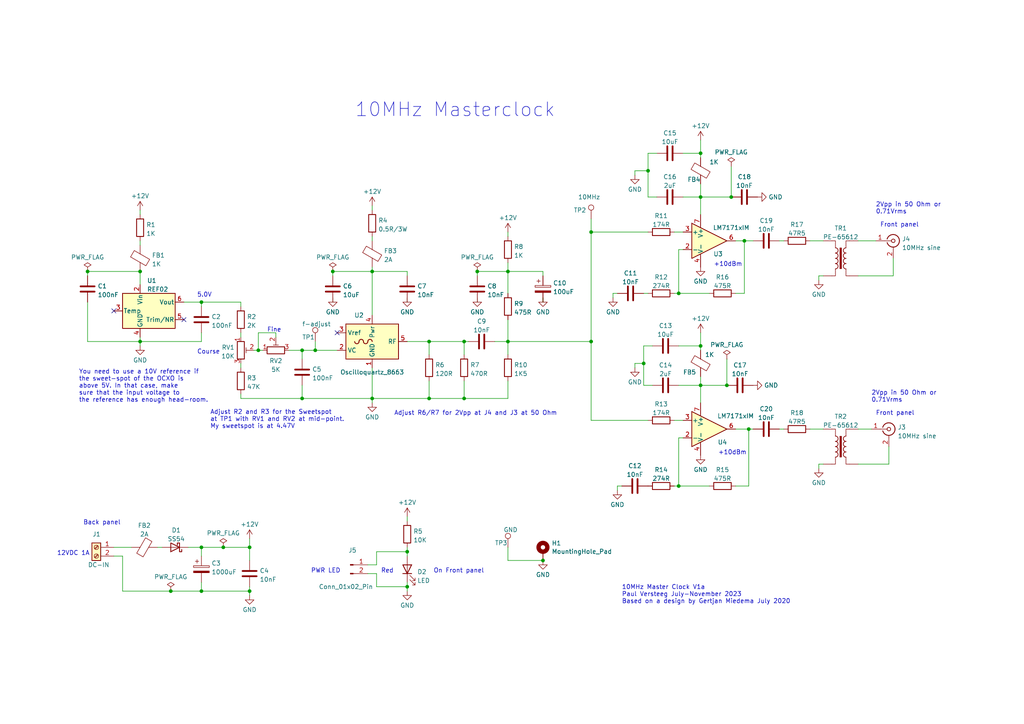
<source format=kicad_sch>
(kicad_sch (version 20230121) (generator eeschema)

  (uuid 748c39e2-b40d-458f-90e1-4c0d30b9ed9d)

  (paper "A4")

  (lib_symbols
    (symbol "+12V_1" (power) (pin_names (offset 0)) (in_bom yes) (on_board yes)
      (property "Reference" "#PWR" (at 0 -3.81 0)
        (effects (font (size 1.27 1.27)) hide)
      )
      (property "Value" "+12V_1" (at 0 3.556 0)
        (effects (font (size 1.27 1.27)))
      )
      (property "Footprint" "" (at 0 0 0)
        (effects (font (size 1.27 1.27)) hide)
      )
      (property "Datasheet" "" (at 0 0 0)
        (effects (font (size 1.27 1.27)) hide)
      )
      (property "ki_keywords" "global power" (at 0 0 0)
        (effects (font (size 1.27 1.27)) hide)
      )
      (property "ki_description" "Power symbol creates a global label with name \"+12V\"" (at 0 0 0)
        (effects (font (size 1.27 1.27)) hide)
      )
      (symbol "+12V_1_0_1"
        (polyline
          (pts
            (xy -0.762 1.27)
            (xy 0 2.54)
          )
          (stroke (width 0) (type default))
          (fill (type none))
        )
        (polyline
          (pts
            (xy 0 0)
            (xy 0 2.54)
          )
          (stroke (width 0) (type default))
          (fill (type none))
        )
        (polyline
          (pts
            (xy 0 2.54)
            (xy 0.762 1.27)
          )
          (stroke (width 0) (type default))
          (fill (type none))
        )
      )
      (symbol "+12V_1_1_1"
        (pin power_in line (at 0 0 90) (length 0) hide
          (name "+12V" (effects (font (size 1.27 1.27))))
          (number "1" (effects (font (size 1.27 1.27))))
        )
      )
    )
    (symbol "Amplifier_Operational:LM7171xIM" (pin_names (offset 0.127)) (in_bom yes) (on_board yes)
      (property "Reference" "U" (at 0 6.35 0)
        (effects (font (size 1.27 1.27)) (justify left))
      )
      (property "Value" "LM7171xIM" (at 0 3.81 0)
        (effects (font (size 1.27 1.27)) (justify left))
      )
      (property "Footprint" "Package_SO:SOIC-8_3.9x4.9mm_P1.27mm" (at 0 0 0)
        (effects (font (size 1.27 1.27)) hide)
      )
      (property "Datasheet" "https://www.ti.com/lit/ds/symlink/lm7171.pdf" (at 0 0 0)
        (effects (font (size 1.27 1.27)) hide)
      )
      (property "ki_keywords" "single opamp" (at 0 0 0)
        (effects (font (size 1.27 1.27)) hide)
      )
      (property "ki_description" "Single Very High Speed High Output Current Voltage Feedback Amplifier, SOIC-8" (at 0 0 0)
        (effects (font (size 1.27 1.27)) hide)
      )
      (property "ki_fp_filters" "SOIC*3.9x4.9mm*P1.27mm*" (at 0 0 0)
        (effects (font (size 1.27 1.27)) hide)
      )
      (symbol "LM7171xIM_1_1"
        (polyline
          (pts
            (xy -5.08 5.08)
            (xy 5.08 0)
            (xy -5.08 -5.08)
            (xy -5.08 5.08)
          )
          (stroke (width 0.254) (type default))
          (fill (type background))
        )
        (pin no_connect line (at 0 2.54 270) (length 5.08) hide
          (name "NC" (effects (font (size 1.27 1.27))))
          (number "1" (effects (font (size 1.27 1.27))))
        )
        (pin input line (at -7.62 -2.54 0) (length 2.54)
          (name "-" (effects (font (size 1.27 1.27))))
          (number "2" (effects (font (size 1.27 1.27))))
        )
        (pin input line (at -7.62 2.54 0) (length 2.54)
          (name "+" (effects (font (size 1.27 1.27))))
          (number "3" (effects (font (size 1.27 1.27))))
        )
        (pin power_in line (at -2.54 -7.62 90) (length 3.81)
          (name "V-" (effects (font (size 1.27 1.27))))
          (number "4" (effects (font (size 1.27 1.27))))
        )
        (pin no_connect line (at 0 -2.54 90) (length 5.08) hide
          (name "NC" (effects (font (size 1.27 1.27))))
          (number "5" (effects (font (size 1.27 1.27))))
        )
        (pin output line (at 7.62 0 180) (length 2.54)
          (name "~" (effects (font (size 1.27 1.27))))
          (number "6" (effects (font (size 1.27 1.27))))
        )
        (pin power_in line (at -2.54 7.62 270) (length 3.81)
          (name "V+" (effects (font (size 1.27 1.27))))
          (number "7" (effects (font (size 1.27 1.27))))
        )
        (pin no_connect line (at 2.54 -1.27 90) (length 6.35) hide
          (name "NC" (effects (font (size 1.27 1.27))))
          (number "8" (effects (font (size 1.27 1.27))))
        )
      )
    )
    (symbol "Connector:Conn_01x02_Pin" (pin_names (offset 1.016) hide) (in_bom yes) (on_board yes)
      (property "Reference" "J" (at 0 2.54 0)
        (effects (font (size 1.27 1.27)))
      )
      (property "Value" "Conn_01x02_Pin" (at 0 -5.08 0)
        (effects (font (size 1.27 1.27)))
      )
      (property "Footprint" "" (at 0 0 0)
        (effects (font (size 1.27 1.27)) hide)
      )
      (property "Datasheet" "~" (at 0 0 0)
        (effects (font (size 1.27 1.27)) hide)
      )
      (property "ki_locked" "" (at 0 0 0)
        (effects (font (size 1.27 1.27)))
      )
      (property "ki_keywords" "connector" (at 0 0 0)
        (effects (font (size 1.27 1.27)) hide)
      )
      (property "ki_description" "Generic connector, single row, 01x02, script generated" (at 0 0 0)
        (effects (font (size 1.27 1.27)) hide)
      )
      (property "ki_fp_filters" "Connector*:*_1x??_*" (at 0 0 0)
        (effects (font (size 1.27 1.27)) hide)
      )
      (symbol "Conn_01x02_Pin_1_1"
        (polyline
          (pts
            (xy 1.27 -2.54)
            (xy 0.8636 -2.54)
          )
          (stroke (width 0.1524) (type default))
          (fill (type none))
        )
        (polyline
          (pts
            (xy 1.27 0)
            (xy 0.8636 0)
          )
          (stroke (width 0.1524) (type default))
          (fill (type none))
        )
        (rectangle (start 0.8636 -2.413) (end 0 -2.667)
          (stroke (width 0.1524) (type default))
          (fill (type outline))
        )
        (rectangle (start 0.8636 0.127) (end 0 -0.127)
          (stroke (width 0.1524) (type default))
          (fill (type outline))
        )
        (pin passive line (at 5.08 0 180) (length 3.81)
          (name "Pin_1" (effects (font (size 1.27 1.27))))
          (number "1" (effects (font (size 1.27 1.27))))
        )
        (pin passive line (at 5.08 -2.54 180) (length 3.81)
          (name "Pin_2" (effects (font (size 1.27 1.27))))
          (number "2" (effects (font (size 1.27 1.27))))
        )
      )
    )
    (symbol "Connector:Conn_Coaxial" (pin_names (offset 1.016) hide) (in_bom yes) (on_board yes)
      (property "Reference" "J" (at 0.254 3.048 0)
        (effects (font (size 1.27 1.27)))
      )
      (property "Value" "Conn_Coaxial" (at 2.921 0 90)
        (effects (font (size 1.27 1.27)))
      )
      (property "Footprint" "" (at 0 0 0)
        (effects (font (size 1.27 1.27)) hide)
      )
      (property "Datasheet" " ~" (at 0 0 0)
        (effects (font (size 1.27 1.27)) hide)
      )
      (property "ki_keywords" "BNC SMA SMB SMC LEMO coaxial connector CINCH RCA" (at 0 0 0)
        (effects (font (size 1.27 1.27)) hide)
      )
      (property "ki_description" "coaxial connector (BNC, SMA, SMB, SMC, Cinch/RCA, LEMO, ...)" (at 0 0 0)
        (effects (font (size 1.27 1.27)) hide)
      )
      (property "ki_fp_filters" "*BNC* *SMA* *SMB* *SMC* *Cinch* *LEMO*" (at 0 0 0)
        (effects (font (size 1.27 1.27)) hide)
      )
      (symbol "Conn_Coaxial_0_1"
        (arc (start -1.778 -0.508) (mid 0.2311 -1.8066) (end 1.778 0)
          (stroke (width 0.254) (type default))
          (fill (type none))
        )
        (polyline
          (pts
            (xy -2.54 0)
            (xy -0.508 0)
          )
          (stroke (width 0) (type default))
          (fill (type none))
        )
        (polyline
          (pts
            (xy 0 -2.54)
            (xy 0 -1.778)
          )
          (stroke (width 0) (type default))
          (fill (type none))
        )
        (circle (center 0 0) (radius 0.508)
          (stroke (width 0.2032) (type default))
          (fill (type none))
        )
        (arc (start 1.778 0) (mid 0.2099 1.8101) (end -1.778 0.508)
          (stroke (width 0.254) (type default))
          (fill (type none))
        )
      )
      (symbol "Conn_Coaxial_1_1"
        (pin passive line (at -5.08 0 0) (length 2.54)
          (name "In" (effects (font (size 1.27 1.27))))
          (number "1" (effects (font (size 1.27 1.27))))
        )
        (pin passive line (at 0 -5.08 90) (length 2.54)
          (name "Ext" (effects (font (size 1.27 1.27))))
          (number "2" (effects (font (size 1.27 1.27))))
        )
      )
    )
    (symbol "Connector:Screw_Terminal_01x02" (pin_names (offset 1.016) hide) (in_bom yes) (on_board yes)
      (property "Reference" "J" (at 0 2.54 0)
        (effects (font (size 1.27 1.27)))
      )
      (property "Value" "Screw_Terminal_01x02" (at 0 -5.08 0)
        (effects (font (size 1.27 1.27)))
      )
      (property "Footprint" "" (at 0 0 0)
        (effects (font (size 1.27 1.27)) hide)
      )
      (property "Datasheet" "~" (at 0 0 0)
        (effects (font (size 1.27 1.27)) hide)
      )
      (property "ki_keywords" "screw terminal" (at 0 0 0)
        (effects (font (size 1.27 1.27)) hide)
      )
      (property "ki_description" "Generic screw terminal, single row, 01x02, script generated (kicad-library-utils/schlib/autogen/connector/)" (at 0 0 0)
        (effects (font (size 1.27 1.27)) hide)
      )
      (property "ki_fp_filters" "TerminalBlock*:*" (at 0 0 0)
        (effects (font (size 1.27 1.27)) hide)
      )
      (symbol "Screw_Terminal_01x02_1_1"
        (rectangle (start -1.27 1.27) (end 1.27 -3.81)
          (stroke (width 0.254) (type default))
          (fill (type background))
        )
        (circle (center 0 -2.54) (radius 0.635)
          (stroke (width 0.1524) (type default))
          (fill (type none))
        )
        (polyline
          (pts
            (xy -0.5334 -2.2098)
            (xy 0.3302 -3.048)
          )
          (stroke (width 0.1524) (type default))
          (fill (type none))
        )
        (polyline
          (pts
            (xy -0.5334 0.3302)
            (xy 0.3302 -0.508)
          )
          (stroke (width 0.1524) (type default))
          (fill (type none))
        )
        (polyline
          (pts
            (xy -0.3556 -2.032)
            (xy 0.508 -2.8702)
          )
          (stroke (width 0.1524) (type default))
          (fill (type none))
        )
        (polyline
          (pts
            (xy -0.3556 0.508)
            (xy 0.508 -0.3302)
          )
          (stroke (width 0.1524) (type default))
          (fill (type none))
        )
        (circle (center 0 0) (radius 0.635)
          (stroke (width 0.1524) (type default))
          (fill (type none))
        )
        (pin passive line (at -5.08 0 0) (length 3.81)
          (name "Pin_1" (effects (font (size 1.27 1.27))))
          (number "1" (effects (font (size 1.27 1.27))))
        )
        (pin passive line (at -5.08 -2.54 0) (length 3.81)
          (name "Pin_2" (effects (font (size 1.27 1.27))))
          (number "2" (effects (font (size 1.27 1.27))))
        )
      )
    )
    (symbol "Connector:TestPoint" (pin_numbers hide) (pin_names (offset 0.762) hide) (in_bom yes) (on_board yes)
      (property "Reference" "TP" (at 0 6.858 0)
        (effects (font (size 1.27 1.27)))
      )
      (property "Value" "TestPoint" (at 0 5.08 0)
        (effects (font (size 1.27 1.27)))
      )
      (property "Footprint" "" (at 5.08 0 0)
        (effects (font (size 1.27 1.27)) hide)
      )
      (property "Datasheet" "~" (at 5.08 0 0)
        (effects (font (size 1.27 1.27)) hide)
      )
      (property "ki_keywords" "test point tp" (at 0 0 0)
        (effects (font (size 1.27 1.27)) hide)
      )
      (property "ki_description" "test point" (at 0 0 0)
        (effects (font (size 1.27 1.27)) hide)
      )
      (property "ki_fp_filters" "Pin* Test*" (at 0 0 0)
        (effects (font (size 1.27 1.27)) hide)
      )
      (symbol "TestPoint_0_1"
        (circle (center 0 3.302) (radius 0.762)
          (stroke (width 0) (type default))
          (fill (type none))
        )
      )
      (symbol "TestPoint_1_1"
        (pin passive line (at 0 0 90) (length 2.54)
          (name "1" (effects (font (size 1.27 1.27))))
          (number "1" (effects (font (size 1.27 1.27))))
        )
      )
    )
    (symbol "Device:C" (pin_numbers hide) (pin_names (offset 0.254)) (in_bom yes) (on_board yes)
      (property "Reference" "C" (at 0.635 2.54 0)
        (effects (font (size 1.27 1.27)) (justify left))
      )
      (property "Value" "C" (at 0.635 -2.54 0)
        (effects (font (size 1.27 1.27)) (justify left))
      )
      (property "Footprint" "" (at 0.9652 -3.81 0)
        (effects (font (size 1.27 1.27)) hide)
      )
      (property "Datasheet" "~" (at 0 0 0)
        (effects (font (size 1.27 1.27)) hide)
      )
      (property "ki_keywords" "cap capacitor" (at 0 0 0)
        (effects (font (size 1.27 1.27)) hide)
      )
      (property "ki_description" "Unpolarized capacitor" (at 0 0 0)
        (effects (font (size 1.27 1.27)) hide)
      )
      (property "ki_fp_filters" "C_*" (at 0 0 0)
        (effects (font (size 1.27 1.27)) hide)
      )
      (symbol "C_0_1"
        (polyline
          (pts
            (xy -2.032 -0.762)
            (xy 2.032 -0.762)
          )
          (stroke (width 0.508) (type default))
          (fill (type none))
        )
        (polyline
          (pts
            (xy -2.032 0.762)
            (xy 2.032 0.762)
          )
          (stroke (width 0.508) (type default))
          (fill (type none))
        )
      )
      (symbol "C_1_1"
        (pin passive line (at 0 3.81 270) (length 2.794)
          (name "~" (effects (font (size 1.27 1.27))))
          (number "1" (effects (font (size 1.27 1.27))))
        )
        (pin passive line (at 0 -3.81 90) (length 2.794)
          (name "~" (effects (font (size 1.27 1.27))))
          (number "2" (effects (font (size 1.27 1.27))))
        )
      )
    )
    (symbol "Device:C_Polarized" (pin_numbers hide) (pin_names (offset 0.254)) (in_bom yes) (on_board yes)
      (property "Reference" "C" (at 0.635 2.54 0)
        (effects (font (size 1.27 1.27)) (justify left))
      )
      (property "Value" "C_Polarized" (at 0.635 -2.54 0)
        (effects (font (size 1.27 1.27)) (justify left))
      )
      (property "Footprint" "" (at 0.9652 -3.81 0)
        (effects (font (size 1.27 1.27)) hide)
      )
      (property "Datasheet" "~" (at 0 0 0)
        (effects (font (size 1.27 1.27)) hide)
      )
      (property "ki_keywords" "cap capacitor" (at 0 0 0)
        (effects (font (size 1.27 1.27)) hide)
      )
      (property "ki_description" "Polarized capacitor" (at 0 0 0)
        (effects (font (size 1.27 1.27)) hide)
      )
      (property "ki_fp_filters" "CP_*" (at 0 0 0)
        (effects (font (size 1.27 1.27)) hide)
      )
      (symbol "C_Polarized_0_1"
        (rectangle (start -2.286 0.508) (end 2.286 1.016)
          (stroke (width 0) (type default))
          (fill (type none))
        )
        (polyline
          (pts
            (xy -1.778 2.286)
            (xy -0.762 2.286)
          )
          (stroke (width 0) (type default))
          (fill (type none))
        )
        (polyline
          (pts
            (xy -1.27 2.794)
            (xy -1.27 1.778)
          )
          (stroke (width 0) (type default))
          (fill (type none))
        )
        (rectangle (start 2.286 -0.508) (end -2.286 -1.016)
          (stroke (width 0) (type default))
          (fill (type outline))
        )
      )
      (symbol "C_Polarized_1_1"
        (pin passive line (at 0 3.81 270) (length 2.794)
          (name "~" (effects (font (size 1.27 1.27))))
          (number "1" (effects (font (size 1.27 1.27))))
        )
        (pin passive line (at 0 -3.81 90) (length 2.794)
          (name "~" (effects (font (size 1.27 1.27))))
          (number "2" (effects (font (size 1.27 1.27))))
        )
      )
    )
    (symbol "Device:FerriteBead" (pin_numbers hide) (pin_names (offset 0)) (in_bom yes) (on_board yes)
      (property "Reference" "FB" (at -3.81 0.635 90)
        (effects (font (size 1.27 1.27)))
      )
      (property "Value" "FerriteBead" (at 3.81 0 90)
        (effects (font (size 1.27 1.27)))
      )
      (property "Footprint" "" (at -1.778 0 90)
        (effects (font (size 1.27 1.27)) hide)
      )
      (property "Datasheet" "~" (at 0 0 0)
        (effects (font (size 1.27 1.27)) hide)
      )
      (property "ki_keywords" "L ferrite bead inductor filter" (at 0 0 0)
        (effects (font (size 1.27 1.27)) hide)
      )
      (property "ki_description" "Ferrite bead" (at 0 0 0)
        (effects (font (size 1.27 1.27)) hide)
      )
      (property "ki_fp_filters" "Inductor_* L_* *Ferrite*" (at 0 0 0)
        (effects (font (size 1.27 1.27)) hide)
      )
      (symbol "FerriteBead_0_1"
        (polyline
          (pts
            (xy 0 -1.27)
            (xy 0 -1.2192)
          )
          (stroke (width 0) (type default))
          (fill (type none))
        )
        (polyline
          (pts
            (xy 0 1.27)
            (xy 0 1.2954)
          )
          (stroke (width 0) (type default))
          (fill (type none))
        )
        (polyline
          (pts
            (xy -2.7686 0.4064)
            (xy -1.7018 2.2606)
            (xy 2.7686 -0.3048)
            (xy 1.6764 -2.159)
            (xy -2.7686 0.4064)
          )
          (stroke (width 0) (type default))
          (fill (type none))
        )
      )
      (symbol "FerriteBead_1_1"
        (pin passive line (at 0 3.81 270) (length 2.54)
          (name "~" (effects (font (size 1.27 1.27))))
          (number "1" (effects (font (size 1.27 1.27))))
        )
        (pin passive line (at 0 -3.81 90) (length 2.54)
          (name "~" (effects (font (size 1.27 1.27))))
          (number "2" (effects (font (size 1.27 1.27))))
        )
      )
    )
    (symbol "Device:LED" (pin_numbers hide) (pin_names (offset 1.016) hide) (in_bom yes) (on_board yes)
      (property "Reference" "D" (at 0 2.54 0)
        (effects (font (size 1.27 1.27)))
      )
      (property "Value" "LED" (at 0 -2.54 0)
        (effects (font (size 1.27 1.27)))
      )
      (property "Footprint" "" (at 0 0 0)
        (effects (font (size 1.27 1.27)) hide)
      )
      (property "Datasheet" "~" (at 0 0 0)
        (effects (font (size 1.27 1.27)) hide)
      )
      (property "ki_keywords" "LED diode" (at 0 0 0)
        (effects (font (size 1.27 1.27)) hide)
      )
      (property "ki_description" "Light emitting diode" (at 0 0 0)
        (effects (font (size 1.27 1.27)) hide)
      )
      (property "ki_fp_filters" "LED* LED_SMD:* LED_THT:*" (at 0 0 0)
        (effects (font (size 1.27 1.27)) hide)
      )
      (symbol "LED_0_1"
        (polyline
          (pts
            (xy -1.27 -1.27)
            (xy -1.27 1.27)
          )
          (stroke (width 0.254) (type default))
          (fill (type none))
        )
        (polyline
          (pts
            (xy -1.27 0)
            (xy 1.27 0)
          )
          (stroke (width 0) (type default))
          (fill (type none))
        )
        (polyline
          (pts
            (xy 1.27 -1.27)
            (xy 1.27 1.27)
            (xy -1.27 0)
            (xy 1.27 -1.27)
          )
          (stroke (width 0.254) (type default))
          (fill (type none))
        )
        (polyline
          (pts
            (xy -3.048 -0.762)
            (xy -4.572 -2.286)
            (xy -3.81 -2.286)
            (xy -4.572 -2.286)
            (xy -4.572 -1.524)
          )
          (stroke (width 0) (type default))
          (fill (type none))
        )
        (polyline
          (pts
            (xy -1.778 -0.762)
            (xy -3.302 -2.286)
            (xy -2.54 -2.286)
            (xy -3.302 -2.286)
            (xy -3.302 -1.524)
          )
          (stroke (width 0) (type default))
          (fill (type none))
        )
      )
      (symbol "LED_1_1"
        (pin passive line (at -3.81 0 0) (length 2.54)
          (name "K" (effects (font (size 1.27 1.27))))
          (number "1" (effects (font (size 1.27 1.27))))
        )
        (pin passive line (at 3.81 0 180) (length 2.54)
          (name "A" (effects (font (size 1.27 1.27))))
          (number "2" (effects (font (size 1.27 1.27))))
        )
      )
    )
    (symbol "Device:R" (pin_numbers hide) (pin_names (offset 0)) (in_bom yes) (on_board yes)
      (property "Reference" "R" (at 2.032 0 90)
        (effects (font (size 1.27 1.27)))
      )
      (property "Value" "R" (at 0 0 90)
        (effects (font (size 1.27 1.27)))
      )
      (property "Footprint" "" (at -1.778 0 90)
        (effects (font (size 1.27 1.27)) hide)
      )
      (property "Datasheet" "~" (at 0 0 0)
        (effects (font (size 1.27 1.27)) hide)
      )
      (property "ki_keywords" "R res resistor" (at 0 0 0)
        (effects (font (size 1.27 1.27)) hide)
      )
      (property "ki_description" "Resistor" (at 0 0 0)
        (effects (font (size 1.27 1.27)) hide)
      )
      (property "ki_fp_filters" "R_*" (at 0 0 0)
        (effects (font (size 1.27 1.27)) hide)
      )
      (symbol "R_0_1"
        (rectangle (start -1.016 -2.54) (end 1.016 2.54)
          (stroke (width 0.254) (type default))
          (fill (type none))
        )
      )
      (symbol "R_1_1"
        (pin passive line (at 0 3.81 270) (length 1.27)
          (name "~" (effects (font (size 1.27 1.27))))
          (number "1" (effects (font (size 1.27 1.27))))
        )
        (pin passive line (at 0 -3.81 90) (length 1.27)
          (name "~" (effects (font (size 1.27 1.27))))
          (number "2" (effects (font (size 1.27 1.27))))
        )
      )
    )
    (symbol "Device:R_Potentiometer_Trim" (pin_names (offset 1.016) hide) (in_bom yes) (on_board yes)
      (property "Reference" "RV" (at -4.445 0 90)
        (effects (font (size 1.27 1.27)))
      )
      (property "Value" "R_Potentiometer_Trim" (at -2.54 0 90)
        (effects (font (size 1.27 1.27)))
      )
      (property "Footprint" "" (at 0 0 0)
        (effects (font (size 1.27 1.27)) hide)
      )
      (property "Datasheet" "~" (at 0 0 0)
        (effects (font (size 1.27 1.27)) hide)
      )
      (property "ki_keywords" "resistor variable trimpot trimmer" (at 0 0 0)
        (effects (font (size 1.27 1.27)) hide)
      )
      (property "ki_description" "Trim-potentiometer" (at 0 0 0)
        (effects (font (size 1.27 1.27)) hide)
      )
      (property "ki_fp_filters" "Potentiometer*" (at 0 0 0)
        (effects (font (size 1.27 1.27)) hide)
      )
      (symbol "R_Potentiometer_Trim_0_1"
        (polyline
          (pts
            (xy 1.524 0.762)
            (xy 1.524 -0.762)
          )
          (stroke (width 0) (type default))
          (fill (type none))
        )
        (polyline
          (pts
            (xy 2.54 0)
            (xy 1.524 0)
          )
          (stroke (width 0) (type default))
          (fill (type none))
        )
        (rectangle (start 1.016 2.54) (end -1.016 -2.54)
          (stroke (width 0.254) (type default))
          (fill (type none))
        )
      )
      (symbol "R_Potentiometer_Trim_1_1"
        (pin passive line (at 0 3.81 270) (length 1.27)
          (name "1" (effects (font (size 1.27 1.27))))
          (number "1" (effects (font (size 1.27 1.27))))
        )
        (pin passive line (at 3.81 0 180) (length 1.27)
          (name "2" (effects (font (size 1.27 1.27))))
          (number "2" (effects (font (size 1.27 1.27))))
        )
        (pin passive line (at 0 -3.81 90) (length 1.27)
          (name "3" (effects (font (size 1.27 1.27))))
          (number "3" (effects (font (size 1.27 1.27))))
        )
      )
    )
    (symbol "Diode:1N5817" (pin_numbers hide) (pin_names (offset 1.016) hide) (in_bom yes) (on_board yes)
      (property "Reference" "D" (at 0 2.54 0)
        (effects (font (size 1.27 1.27)))
      )
      (property "Value" "1N5817" (at 0 -2.54 0)
        (effects (font (size 1.27 1.27)))
      )
      (property "Footprint" "Diode_THT:D_DO-41_SOD81_P10.16mm_Horizontal" (at 0 -4.445 0)
        (effects (font (size 1.27 1.27)) hide)
      )
      (property "Datasheet" "http://www.vishay.com/docs/88525/1n5817.pdf" (at 0 0 0)
        (effects (font (size 1.27 1.27)) hide)
      )
      (property "ki_keywords" "diode Schottky" (at 0 0 0)
        (effects (font (size 1.27 1.27)) hide)
      )
      (property "ki_description" "20V 1A Schottky Barrier Rectifier Diode, DO-41" (at 0 0 0)
        (effects (font (size 1.27 1.27)) hide)
      )
      (property "ki_fp_filters" "D*DO?41*" (at 0 0 0)
        (effects (font (size 1.27 1.27)) hide)
      )
      (symbol "1N5817_0_1"
        (polyline
          (pts
            (xy 1.27 0)
            (xy -1.27 0)
          )
          (stroke (width 0) (type default))
          (fill (type none))
        )
        (polyline
          (pts
            (xy 1.27 1.27)
            (xy 1.27 -1.27)
            (xy -1.27 0)
            (xy 1.27 1.27)
          )
          (stroke (width 0.254) (type default))
          (fill (type none))
        )
        (polyline
          (pts
            (xy -1.905 0.635)
            (xy -1.905 1.27)
            (xy -1.27 1.27)
            (xy -1.27 -1.27)
            (xy -0.635 -1.27)
            (xy -0.635 -0.635)
          )
          (stroke (width 0.254) (type default))
          (fill (type none))
        )
      )
      (symbol "1N5817_1_1"
        (pin passive line (at -3.81 0 0) (length 2.54)
          (name "K" (effects (font (size 1.27 1.27))))
          (number "1" (effects (font (size 1.27 1.27))))
        )
        (pin passive line (at 3.81 0 180) (length 2.54)
          (name "A" (effects (font (size 1.27 1.27))))
          (number "2" (effects (font (size 1.27 1.27))))
        )
      )
    )
    (symbol "GND_1" (power) (pin_names (offset 0)) (in_bom yes) (on_board yes)
      (property "Reference" "#PWR" (at 0 -6.35 0)
        (effects (font (size 1.27 1.27)) hide)
      )
      (property "Value" "GND_1" (at 0 -3.81 0)
        (effects (font (size 1.27 1.27)))
      )
      (property "Footprint" "" (at 0 0 0)
        (effects (font (size 1.27 1.27)) hide)
      )
      (property "Datasheet" "" (at 0 0 0)
        (effects (font (size 1.27 1.27)) hide)
      )
      (property "ki_keywords" "global power" (at 0 0 0)
        (effects (font (size 1.27 1.27)) hide)
      )
      (property "ki_description" "Power symbol creates a global label with name \"GND\" , ground" (at 0 0 0)
        (effects (font (size 1.27 1.27)) hide)
      )
      (symbol "GND_1_0_1"
        (polyline
          (pts
            (xy 0 0)
            (xy 0 -1.27)
            (xy 1.27 -1.27)
            (xy 0 -2.54)
            (xy -1.27 -1.27)
            (xy 0 -1.27)
          )
          (stroke (width 0) (type default))
          (fill (type none))
        )
      )
      (symbol "GND_1_1_1"
        (pin power_in line (at 0 0 270) (length 0) hide
          (name "GND" (effects (font (size 1.27 1.27))))
          (number "1" (effects (font (size 1.27 1.27))))
        )
      )
    )
    (symbol "LM7171xIM_1" (pin_names (offset 0.127)) (in_bom yes) (on_board yes)
      (property "Reference" "U" (at 0 6.35 0)
        (effects (font (size 1.27 1.27)) (justify left))
      )
      (property "Value" "LM7171xIM" (at 0 3.81 0)
        (effects (font (size 1.27 1.27)) (justify left))
      )
      (property "Footprint" "Package_SO:SOIC-8_3.9x4.9mm_P1.27mm" (at 0 0 0)
        (effects (font (size 1.27 1.27)) hide)
      )
      (property "Datasheet" "https://www.ti.com/lit/ds/symlink/lm7171.pdf" (at 0 0 0)
        (effects (font (size 1.27 1.27)) hide)
      )
      (property "ki_keywords" "single opamp" (at 0 0 0)
        (effects (font (size 1.27 1.27)) hide)
      )
      (property "ki_description" "Single Very High Speed High Output Current Voltage Feedback Amplifier, SOIC-8" (at 0 0 0)
        (effects (font (size 1.27 1.27)) hide)
      )
      (property "ki_fp_filters" "SOIC*3.9x4.9mm*P1.27mm*" (at 0 0 0)
        (effects (font (size 1.27 1.27)) hide)
      )
      (symbol "LM7171xIM_1_1_1"
        (polyline
          (pts
            (xy -5.08 5.08)
            (xy 5.08 0)
            (xy -5.08 -5.08)
            (xy -5.08 5.08)
          )
          (stroke (width 0.254) (type default))
          (fill (type background))
        )
        (pin no_connect line (at 0 2.54 270) (length 5.08) hide
          (name "NC" (effects (font (size 1.27 1.27))))
          (number "1" (effects (font (size 1.27 1.27))))
        )
        (pin input line (at -7.62 -2.54 0) (length 2.54)
          (name "-" (effects (font (size 1.27 1.27))))
          (number "2" (effects (font (size 1.27 1.27))))
        )
        (pin input line (at -7.62 2.54 0) (length 2.54)
          (name "+" (effects (font (size 1.27 1.27))))
          (number "3" (effects (font (size 1.27 1.27))))
        )
        (pin power_in line (at -2.54 -7.62 90) (length 3.81)
          (name "V-" (effects (font (size 1.27 1.27))))
          (number "4" (effects (font (size 1.27 1.27))))
        )
        (pin no_connect line (at 0 -2.54 90) (length 5.08) hide
          (name "NC" (effects (font (size 1.27 1.27))))
          (number "5" (effects (font (size 1.27 1.27))))
        )
        (pin output line (at 7.62 0 180) (length 2.54)
          (name "~" (effects (font (size 1.27 1.27))))
          (number "6" (effects (font (size 1.27 1.27))))
        )
        (pin power_in line (at -2.54 7.62 270) (length 3.81)
          (name "V+" (effects (font (size 1.27 1.27))))
          (number "7" (effects (font (size 1.27 1.27))))
        )
        (pin no_connect line (at 2.54 -1.27 90) (length 6.35) hide
          (name "NC" (effects (font (size 1.27 1.27))))
          (number "8" (effects (font (size 1.27 1.27))))
        )
      )
    )
    (symbol "Mechanical:MountingHole_Pad" (pin_numbers hide) (pin_names (offset 1.016) hide) (in_bom yes) (on_board yes)
      (property "Reference" "H" (at 0 6.35 0)
        (effects (font (size 1.27 1.27)))
      )
      (property "Value" "MountingHole_Pad" (at 0 4.445 0)
        (effects (font (size 1.27 1.27)))
      )
      (property "Footprint" "" (at 0 0 0)
        (effects (font (size 1.27 1.27)) hide)
      )
      (property "Datasheet" "~" (at 0 0 0)
        (effects (font (size 1.27 1.27)) hide)
      )
      (property "ki_keywords" "mounting hole" (at 0 0 0)
        (effects (font (size 1.27 1.27)) hide)
      )
      (property "ki_description" "Mounting Hole with connection" (at 0 0 0)
        (effects (font (size 1.27 1.27)) hide)
      )
      (property "ki_fp_filters" "MountingHole*Pad*" (at 0 0 0)
        (effects (font (size 1.27 1.27)) hide)
      )
      (symbol "MountingHole_Pad_0_1"
        (circle (center 0 1.27) (radius 1.27)
          (stroke (width 1.27) (type default))
          (fill (type none))
        )
      )
      (symbol "MountingHole_Pad_1_1"
        (pin input line (at 0 -2.54 90) (length 2.54)
          (name "1" (effects (font (size 1.27 1.27))))
          (number "1" (effects (font (size 1.27 1.27))))
        )
      )
    )
    (symbol "My_Symbols:Oscilloquartz_8663" (in_bom yes) (on_board yes)
      (property "Reference" "U" (at -7.62 6.35 0)
        (effects (font (size 1.27 1.27)))
      )
      (property "Value" "Oscilloquartz_8663" (at 10.16 7.62 0)
        (effects (font (size 1.27 1.27)))
      )
      (property "Footprint" "" (at 0 -8.89 0)
        (effects (font (size 1.27 1.27)) hide)
      )
      (property "Datasheet" "" (at 0 6.35 0)
        (effects (font (size 1.27 1.27)) hide)
      )
      (property "ki_keywords" "OCXO" (at 0 0 0)
        (effects (font (size 1.27 1.27)) hide)
      )
      (property "ki_description" "10MHz Oscilloquartz OCXO 8663" (at 0 0 0)
        (effects (font (size 1.27 1.27)) hide)
      )
      (property "ki_fp_filters" "Oscillator*OCXO*Oscilloquartz*8663*" (at 0 0 0)
        (effects (font (size 1.27 1.27)) hide)
      )
      (symbol "Oscilloquartz_8663_0_1"
        (rectangle (start -7.62 5.08) (end 7.62 -5.08)
          (stroke (width 0.254) (type default))
          (fill (type background))
        )
        (arc (start -5.08 0) (mid -4.445 -0.6323) (end -3.81 0)
          (stroke (width 0.254) (type default))
          (fill (type none))
        )
        (arc (start -2.54 0) (mid -3.175 0.6323) (end -3.81 0)
          (stroke (width 0.254) (type default))
          (fill (type none))
        )
        (arc (start -2.54 0) (mid -1.905 -0.6323) (end -1.27 0)
          (stroke (width 0.254) (type default))
          (fill (type none))
        )
        (arc (start 0 0) (mid -0.635 0.6323) (end -1.27 0)
          (stroke (width 0.254) (type default))
          (fill (type none))
        )
      )
      (symbol "Oscilloquartz_8663_1_1"
        (pin power_in line (at 0 -7.62 90) (length 2.54)
          (name "GND" (effects (font (size 1.27 1.27))))
          (number "1" (effects (font (size 1.27 1.27))))
        )
        (pin input line (at -10.16 -2.54 0) (length 2.54)
          (name "VC" (effects (font (size 1.27 1.27))))
          (number "2" (effects (font (size 1.27 1.27))))
        )
        (pin output line (at -10.16 2.54 0) (length 2.54)
          (name "Vref" (effects (font (size 1.27 1.27))))
          (number "3" (effects (font (size 1.27 1.27))))
        )
        (pin power_in line (at 0 7.62 270) (length 2.54)
          (name "Pwr" (effects (font (size 1.27 1.27))))
          (number "4" (effects (font (size 1.27 1.27))))
        )
        (pin output line (at 10.16 0 180) (length 2.54)
          (name "RF" (effects (font (size 1.27 1.27))))
          (number "5" (effects (font (size 1.27 1.27))))
        )
      )
    )
    (symbol "My_Symbols:PE-65612" (pin_numbers hide) (pin_names (offset 0)) (in_bom yes) (on_board yes)
      (property "Reference" "TR" (at 0 6.35 0)
        (effects (font (size 1.27 1.27)))
      )
      (property "Value" "PE-65612" (at 0 -6.35 0)
        (effects (font (size 1.27 1.27)))
      )
      (property "Footprint" "" (at 0 0 0)
        (effects (font (size 1.27 1.27)) hide)
      )
      (property "Datasheet" "" (at 0 0 0)
        (effects (font (size 1.27 1.27)) hide)
      )
      (symbol "PE-65612_0_1"
        (arc (start -1.524 -3.048) (mid -0.7653 -2.286) (end -1.524 -1.524)
          (stroke (width 0.2032) (type default))
          (fill (type none))
        )
        (arc (start -1.524 -1.524) (mid -0.7653 -0.762) (end -1.524 0)
          (stroke (width 0.2032) (type default))
          (fill (type none))
        )
        (arc (start -1.524 0) (mid -0.7653 0.762) (end -1.524 1.524)
          (stroke (width 0.2032) (type default))
          (fill (type none))
        )
        (arc (start -1.524 1.524) (mid -0.7653 2.286) (end -1.524 3.048)
          (stroke (width 0.2032) (type default))
          (fill (type none))
        )
        (rectangle (start -0.254 3.048) (end 0.254 -3.048)
          (stroke (width 0.0254) (type default))
          (fill (type outline))
        )
        (polyline
          (pts
            (xy -2.54 5.08)
            (xy -1.524 5.08)
            (xy -1.524 3.048)
            (xy -1.524 3.048)
          )
          (stroke (width 0.1524) (type default))
          (fill (type none))
        )
        (polyline
          (pts
            (xy -1.524 -3.048)
            (xy -1.524 -5.08)
            (xy -2.54 -5.08)
            (xy -2.54 -5.08)
          )
          (stroke (width 0.1524) (type default))
          (fill (type none))
        )
        (polyline
          (pts
            (xy 1.524 3.048)
            (xy 1.524 5.08)
            (xy 2.54 5.08)
            (xy 2.54 5.08)
          )
          (stroke (width 0.1524) (type default))
          (fill (type none))
        )
        (polyline
          (pts
            (xy 2.54 -5.08)
            (xy 1.524 -5.08)
            (xy 1.524 -3.048)
            (xy 1.524 -3.048)
          )
          (stroke (width 0.1524) (type default))
          (fill (type none))
        )
        (arc (start 1.524 -1.524) (mid 0.7653 -2.286) (end 1.524 -3.048)
          (stroke (width 0.2032) (type default))
          (fill (type none))
        )
        (arc (start 1.524 0) (mid 0.7653 -0.762) (end 1.524 -1.524)
          (stroke (width 0.2032) (type default))
          (fill (type none))
        )
        (arc (start 1.524 1.524) (mid 0.7653 0.762) (end 1.524 0)
          (stroke (width 0.2032) (type default))
          (fill (type none))
        )
        (arc (start 1.524 3.048) (mid 0.7653 2.286) (end 1.524 1.524)
          (stroke (width 0.2032) (type default))
          (fill (type none))
        )
      )
      (symbol "PE-65612_1_1"
        (pin passive line (at -5.08 -5.08 0) (length 2.54)
          (name "~" (effects (font (size 1.27 1.27))))
          (number "1" (effects (font (size 1.27 1.27))))
        )
        (pin passive line (at -5.08 5.08 0) (length 2.54)
          (name "~" (effects (font (size 1.27 1.27))))
          (number "2" (effects (font (size 1.27 1.27))))
        )
        (pin passive line (at 5.08 -5.08 180) (length 2.54)
          (name "~" (effects (font (size 1.27 1.27))))
          (number "3" (effects (font (size 1.27 1.27))))
        )
        (pin passive line (at 5.08 5.08 180) (length 2.54)
          (name "~" (effects (font (size 1.27 1.27))))
          (number "4" (effects (font (size 1.27 1.27))))
        )
      )
    )
    (symbol "PWR_FLAG_1" (power) (pin_numbers hide) (pin_names (offset 0) hide) (in_bom yes) (on_board yes)
      (property "Reference" "#FLG" (at 0 1.905 0)
        (effects (font (size 1.27 1.27)) hide)
      )
      (property "Value" "PWR_FLAG_1" (at 0 3.81 0)
        (effects (font (size 1.27 1.27)))
      )
      (property "Footprint" "" (at 0 0 0)
        (effects (font (size 1.27 1.27)) hide)
      )
      (property "Datasheet" "~" (at 0 0 0)
        (effects (font (size 1.27 1.27)) hide)
      )
      (property "ki_keywords" "flag power" (at 0 0 0)
        (effects (font (size 1.27 1.27)) hide)
      )
      (property "ki_description" "Special symbol for telling ERC where power comes from" (at 0 0 0)
        (effects (font (size 1.27 1.27)) hide)
      )
      (symbol "PWR_FLAG_1_0_0"
        (pin power_out line (at 0 0 90) (length 0)
          (name "pwr" (effects (font (size 1.27 1.27))))
          (number "1" (effects (font (size 1.27 1.27))))
        )
      )
      (symbol "PWR_FLAG_1_0_1"
        (polyline
          (pts
            (xy 0 0)
            (xy 0 1.27)
            (xy -1.016 1.905)
            (xy 0 2.54)
            (xy 1.016 1.905)
            (xy 0 1.27)
          )
          (stroke (width 0) (type default))
          (fill (type none))
        )
      )
    )
    (symbol "PWR_FLAG_2" (power) (pin_numbers hide) (pin_names (offset 0) hide) (in_bom yes) (on_board yes)
      (property "Reference" "#FLG" (at 0 1.905 0)
        (effects (font (size 1.27 1.27)) hide)
      )
      (property "Value" "PWR_FLAG_2" (at 0 3.81 0)
        (effects (font (size 1.27 1.27)))
      )
      (property "Footprint" "" (at 0 0 0)
        (effects (font (size 1.27 1.27)) hide)
      )
      (property "Datasheet" "~" (at 0 0 0)
        (effects (font (size 1.27 1.27)) hide)
      )
      (property "ki_keywords" "flag power" (at 0 0 0)
        (effects (font (size 1.27 1.27)) hide)
      )
      (property "ki_description" "Special symbol for telling ERC where power comes from" (at 0 0 0)
        (effects (font (size 1.27 1.27)) hide)
      )
      (symbol "PWR_FLAG_2_0_0"
        (pin power_out line (at 0 0 90) (length 0)
          (name "pwr" (effects (font (size 1.27 1.27))))
          (number "1" (effects (font (size 1.27 1.27))))
        )
      )
      (symbol "PWR_FLAG_2_0_1"
        (polyline
          (pts
            (xy 0 0)
            (xy 0 1.27)
            (xy -1.016 1.905)
            (xy 0 2.54)
            (xy 1.016 1.905)
            (xy 0 1.27)
          )
          (stroke (width 0) (type default))
          (fill (type none))
        )
      )
    )
    (symbol "Reference_Voltage:REF5010AD" (pin_names (offset 0.254)) (in_bom yes) (on_board yes)
      (property "Reference" "U" (at -1.27 8.255 0)
        (effects (font (size 1.27 1.27)) (justify left))
      )
      (property "Value" "REF5010AD" (at -1.27 6.35 0)
        (effects (font (size 1.27 1.27)) (justify left))
      )
      (property "Footprint" "Package_SO:SOIC-8_3.9x4.9mm_P1.27mm" (at -1.905 -6.35 0)
        (effects (font (size 1.27 1.27) italic) (justify left) hide)
      )
      (property "Datasheet" "http://www.ti.com/lit/ds/symlink/ref5030.pdf" (at -1.27 0 0)
        (effects (font (size 1.27 1.27) italic) hide)
      )
      (property "ki_keywords" "Low Noise Precision Voltage Reference 10V" (at 0 0 0)
        (effects (font (size 1.27 1.27)) hide)
      )
      (property "ki_description" "10V 0.1% 10mA Low Noise Precision Voltage Reference, SO-8" (at 0 0 0)
        (effects (font (size 1.27 1.27)) hide)
      )
      (property "ki_fp_filters" "SOIC*3.9x4.9mm*P1.27mm*" (at 0 0 0)
        (effects (font (size 1.27 1.27)) hide)
      )
      (symbol "REF5010AD_0_1"
        (rectangle (start -7.62 5.08) (end 7.62 -5.08)
          (stroke (width 0.254) (type default))
          (fill (type background))
        )
      )
      (symbol "REF5010AD_1_1"
        (pin no_connect line (at -7.62 2.54 0) (length 2.54) hide
          (name "DNC" (effects (font (size 1.27 1.27))))
          (number "1" (effects (font (size 1.27 1.27))))
        )
        (pin power_in line (at -2.54 7.62 270) (length 2.54)
          (name "Vin" (effects (font (size 1.27 1.27))))
          (number "2" (effects (font (size 1.27 1.27))))
        )
        (pin passive line (at -10.16 0 0) (length 2.54)
          (name "Temp" (effects (font (size 1.27 1.27))))
          (number "3" (effects (font (size 1.27 1.27))))
        )
        (pin power_in line (at -2.54 -7.62 90) (length 2.54)
          (name "GND" (effects (font (size 1.27 1.27))))
          (number "4" (effects (font (size 1.27 1.27))))
        )
        (pin passive line (at 10.16 -2.54 180) (length 2.54)
          (name "Trim/NR" (effects (font (size 1.27 1.27))))
          (number "5" (effects (font (size 1.27 1.27))))
        )
        (pin power_out line (at 10.16 2.54 180) (length 2.54)
          (name "Vout" (effects (font (size 1.27 1.27))))
          (number "6" (effects (font (size 1.27 1.27))))
        )
        (pin no_connect line (at -5.08 -5.08 90) (length 2.54) hide
          (name "NC" (effects (font (size 1.27 1.27))))
          (number "7" (effects (font (size 1.27 1.27))))
        )
        (pin no_connect line (at 7.62 0 180) (length 2.54) hide
          (name "DNC" (effects (font (size 1.27 1.27))))
          (number "8" (effects (font (size 1.27 1.27))))
        )
      )
    )
  )

  (junction (at 118.11 170.18) (diameter 0) (color 0 0 0 0)
    (uuid 01780da6-9942-40ba-9025-c0d2d9922994)
  )
  (junction (at 171.45 99.06) (diameter 0) (color 0 0 0 0)
    (uuid 07519f01-33de-4e56-93f1-ba67e42063b7)
  )
  (junction (at 203.2 111.76) (diameter 0) (color 0 0 0 0)
    (uuid 09e72444-ce48-44f8-92b0-87311048528a)
  )
  (junction (at 171.45 67.31) (diameter 0) (color 0 0 0 0)
    (uuid 19f300f5-e96a-40f3-81b0-63bca23f7086)
  )
  (junction (at 134.62 99.06) (diameter 0) (color 0 0 0 0)
    (uuid 1f7f7388-76e6-4e2c-887e-ece70b50e9ec)
  )
  (junction (at 124.46 115.57) (diameter 0) (color 0 0 0 0)
    (uuid 230657e0-205f-497a-8138-0d876f72d0f4)
  )
  (junction (at 64.77 158.75) (diameter 0) (color 0 0 0 0)
    (uuid 23f11787-69c8-4b2f-9ce2-7597fc228f69)
  )
  (junction (at 118.11 160.02) (diameter 0) (color 0 0 0 0)
    (uuid 29d8701b-408f-4aa6-bbf6-79ba5c8a0ab0)
  )
  (junction (at 157.48 162.56) (diameter 0) (color 0 0 0 0)
    (uuid 2ea4ecbd-4cd5-4a94-b5c0-0f98fa5ca82c)
  )
  (junction (at 186.69 105.41) (diameter 0) (color 0 0 0 0)
    (uuid 30942844-df52-4c44-b1e9-d46943f93a86)
  )
  (junction (at 215.9 69.85) (diameter 0) (color 0 0 0 0)
    (uuid 3a01f1f0-69cc-454f-9514-15abc9d9dfb5)
  )
  (junction (at 147.32 78.74) (diameter 0) (color 0 0 0 0)
    (uuid 3d351f1c-a337-4379-ae2f-672bdafe22da)
  )
  (junction (at 72.39 171.45) (diameter 0) (color 0 0 0 0)
    (uuid 4a477676-c841-474d-bed0-db38e84ad208)
  )
  (junction (at 25.4 78.74) (diameter 0) (color 0 0 0 0)
    (uuid 4c0f6661-9c8b-4146-869c-112de43bf1ce)
  )
  (junction (at 58.42 171.45) (diameter 0) (color 0 0 0 0)
    (uuid 5e1238f8-3077-4429-ba66-9661fc7c932a)
  )
  (junction (at 87.63 115.57) (diameter 0) (color 0 0 0 0)
    (uuid 5e939175-bab8-43e3-992d-dbf6265b4295)
  )
  (junction (at 49.53 171.45) (diameter 0) (color 0 0 0 0)
    (uuid 63c282f2-83e9-4224-a656-1fafab472afc)
  )
  (junction (at 147.32 99.06) (diameter 0) (color 0 0 0 0)
    (uuid 6469f04f-7c4f-481f-b812-6ad8870d2ced)
  )
  (junction (at 203.2 57.15) (diameter 0) (color 0 0 0 0)
    (uuid 671c5bf7-b8ee-4d4f-815f-7f4a1ef24dad)
  )
  (junction (at 107.95 115.57) (diameter 0) (color 0 0 0 0)
    (uuid 68dbb13c-00d1-4a06-89c1-e5d7ecdd7a03)
  )
  (junction (at 217.17 124.46) (diameter 0) (color 0 0 0 0)
    (uuid 6d55cc0a-88fa-4c04-a9fe-8625ace3e5ca)
  )
  (junction (at 87.63 101.6) (diameter 0) (color 0 0 0 0)
    (uuid 71cdb014-8238-40c6-a520-137105815921)
  )
  (junction (at 138.43 78.74) (diameter 0) (color 0 0 0 0)
    (uuid 847a2b53-5f3c-4113-b130-887417fc7ba6)
  )
  (junction (at 210.82 111.76) (diameter 0) (color 0 0 0 0)
    (uuid 90a6e3f6-578e-4aad-b169-1d70dc61e9a1)
  )
  (junction (at 203.2 100.33) (diameter 0) (color 0 0 0 0)
    (uuid 94b439bb-39f2-4b9d-8960-4884204dfbbb)
  )
  (junction (at 40.64 99.06) (diameter 0) (color 0 0 0 0)
    (uuid 99c8675e-1df5-4019-9704-1b8294ab486f)
  )
  (junction (at 196.85 85.09) (diameter 0) (color 0 0 0 0)
    (uuid 9ad8df78-55bd-4ced-9352-a054a0e456b2)
  )
  (junction (at 96.52 78.74) (diameter 0) (color 0 0 0 0)
    (uuid a8cdca2b-08d2-40fa-935b-5f7ee64d5983)
  )
  (junction (at 58.42 87.63) (diameter 0) (color 0 0 0 0)
    (uuid aa293d0b-5c39-4391-9fb8-3007350a88b1)
  )
  (junction (at 203.2 44.45) (diameter 0) (color 0 0 0 0)
    (uuid b40eca28-f03e-4f08-99e4-f8d7b9fb0a2a)
  )
  (junction (at 187.96 49.53) (diameter 0) (color 0 0 0 0)
    (uuid b6d27838-5836-4246-aab0-7ea819bbbac8)
  )
  (junction (at 72.39 158.75) (diameter 0) (color 0 0 0 0)
    (uuid c4e6c045-6073-4eb8-9e1c-12f5835c0488)
  )
  (junction (at 58.42 158.75) (diameter 0) (color 0 0 0 0)
    (uuid c698b03b-8924-4f85-b61d-ca02e92903d9)
  )
  (junction (at 91.44 101.6) (diameter 0) (color 0 0 0 0)
    (uuid d860e42c-48e1-4c1a-a296-b1cd248f9844)
  )
  (junction (at 107.95 78.74) (diameter 0) (color 0 0 0 0)
    (uuid dc3da875-d8bd-4d9f-aa4b-0ddcbb7b27eb)
  )
  (junction (at 134.62 115.57) (diameter 0) (color 0 0 0 0)
    (uuid e60699a2-dba2-4330-a23a-7d118017eae9)
  )
  (junction (at 124.46 99.06) (diameter 0) (color 0 0 0 0)
    (uuid e7b9c6eb-f29f-4d78-abeb-a6c1edf9e8ee)
  )
  (junction (at 74.93 101.6) (diameter 0) (color 0 0 0 0)
    (uuid e85449f7-d084-4662-bc23-9d69b89a5507)
  )
  (junction (at 196.85 140.97) (diameter 0) (color 0 0 0 0)
    (uuid eb312530-0fba-4ce4-8960-02d6169080e2)
  )
  (junction (at 40.64 78.74) (diameter 0) (color 0 0 0 0)
    (uuid eec74028-e019-4194-a404-7cef466f866d)
  )
  (junction (at 212.09 57.15) (diameter 0) (color 0 0 0 0)
    (uuid f5c10217-a3ef-4af0-adec-2d6030dc3c04)
  )

  (no_connect (at 33.02 90.17) (uuid 2cb3651e-396e-4898-84ad-635772f270b9))
  (no_connect (at 97.79 96.52) (uuid 8df20054-5603-44f3-9d74-3de454792f87))
  (no_connect (at 53.34 92.71) (uuid ef5644ae-4299-4da9-ae97-08c7d093acc4))

  (wire (pts (xy 195.58 85.09) (xy 196.85 85.09))
    (stroke (width 0) (type default))
    (uuid 00ea3300-db52-46f4-8fe7-c67cf2e0f2c4)
  )
  (wire (pts (xy 33.02 158.75) (xy 38.1 158.75))
    (stroke (width 0) (type default))
    (uuid 0243d1fa-fb4b-4e20-ba12-b02846d5e37e)
  )
  (wire (pts (xy 74.93 101.6) (xy 76.2 101.6))
    (stroke (width 0) (type default))
    (uuid 034d808e-9a4a-4246-9abb-a797b5ab1bc2)
  )
  (wire (pts (xy 215.9 85.09) (xy 213.36 85.09))
    (stroke (width 0) (type default))
    (uuid 035b00f6-2ecc-4724-8c3d-ca134bee62f4)
  )
  (wire (pts (xy 124.46 115.57) (xy 107.95 115.57))
    (stroke (width 0) (type default))
    (uuid 05325d7f-aa2c-4415-8178-1e09d3eb0cce)
  )
  (wire (pts (xy 106.68 166.37) (xy 109.22 166.37))
    (stroke (width 0) (type default))
    (uuid 06509a25-d742-471b-befd-d48917e7916c)
  )
  (wire (pts (xy 196.85 72.39) (xy 196.85 85.09))
    (stroke (width 0) (type default))
    (uuid 06708585-56bf-4da2-b9f9-c73c42571873)
  )
  (wire (pts (xy 124.46 99.06) (xy 134.62 99.06))
    (stroke (width 0) (type default))
    (uuid 07cb265c-a94f-43a5-9f89-8a83377286ed)
  )
  (wire (pts (xy 186.69 111.76) (xy 189.23 111.76))
    (stroke (width 0) (type default))
    (uuid 07efae79-d5a4-4c8b-9ce3-c2a8149aa5d9)
  )
  (wire (pts (xy 124.46 99.06) (xy 124.46 102.87))
    (stroke (width 0) (type default))
    (uuid 0804521b-83f2-48c3-a3de-66b862f19a9d)
  )
  (wire (pts (xy 217.17 140.97) (xy 213.36 140.97))
    (stroke (width 0) (type default))
    (uuid 08b993d7-e78d-47bf-9fe4-758b81657edb)
  )
  (wire (pts (xy 147.32 110.49) (xy 147.32 115.57))
    (stroke (width 0) (type default))
    (uuid 0a5efecb-d4a4-4d44-a6d2-377b33186d77)
  )
  (wire (pts (xy 124.46 110.49) (xy 124.46 115.57))
    (stroke (width 0) (type default))
    (uuid 0cfafa7b-31b3-49c3-9ad1-85c9173f9520)
  )
  (wire (pts (xy 171.45 99.06) (xy 171.45 67.31))
    (stroke (width 0) (type default))
    (uuid 0fc653ca-cbea-47db-8edf-1ae3739e128f)
  )
  (wire (pts (xy 177.8 85.09) (xy 177.8 86.36))
    (stroke (width 0) (type default))
    (uuid 0ffe78ac-2b12-4f3c-92b5-78927f96e33e)
  )
  (wire (pts (xy 198.12 44.45) (xy 203.2 44.45))
    (stroke (width 0) (type default))
    (uuid 111ea0a5-4aaa-435a-ba60-3752f6d50219)
  )
  (wire (pts (xy 138.43 86.36) (xy 138.43 87.63))
    (stroke (width 0) (type default))
    (uuid 132fdc1e-fb79-4436-97cf-163ad5cdbac4)
  )
  (wire (pts (xy 40.64 78.74) (xy 25.4 78.74))
    (stroke (width 0) (type default))
    (uuid 14a12c2a-8b00-49b6-8b4b-82e8e2dcee6d)
  )
  (wire (pts (xy 69.85 114.3) (xy 69.85 115.57))
    (stroke (width 0) (type default))
    (uuid 15af366b-f0c8-49ff-a6c3-19a5e499f977)
  )
  (wire (pts (xy 157.48 162.56) (xy 147.32 162.56))
    (stroke (width 0) (type default))
    (uuid 15babba9-0ec4-4d04-868e-a23aafb3bc9b)
  )
  (wire (pts (xy 87.63 115.57) (xy 69.85 115.57))
    (stroke (width 0) (type default))
    (uuid 16561a2b-90b6-4924-acc7-e02fcc450ff3)
  )
  (wire (pts (xy 83.82 101.6) (xy 87.63 101.6))
    (stroke (width 0) (type default))
    (uuid 17078bd7-5523-46df-836a-b8a99b42ae57)
  )
  (wire (pts (xy 118.11 78.74) (xy 118.11 80.01))
    (stroke (width 0) (type default))
    (uuid 18f86c16-dd17-4c0b-a639-f8f88c94c6f5)
  )
  (wire (pts (xy 157.48 86.36) (xy 157.48 87.63))
    (stroke (width 0) (type default))
    (uuid 1a36c13a-4806-4a8f-8d56-2982ad2f73c9)
  )
  (wire (pts (xy 124.46 115.57) (xy 134.62 115.57))
    (stroke (width 0) (type default))
    (uuid 1b0deb28-c513-4cff-b859-ab5e6021781f)
  )
  (wire (pts (xy 96.52 86.36) (xy 96.52 87.63))
    (stroke (width 0) (type default))
    (uuid 1cbc7b9d-d175-4ac6-847f-df2b1572fe1a)
  )
  (wire (pts (xy 203.2 44.45) (xy 203.2 45.72))
    (stroke (width 0) (type default))
    (uuid 1dcca2fa-a3e0-42c7-afcf-6e81315c3286)
  )
  (wire (pts (xy 25.4 99.06) (xy 40.64 99.06))
    (stroke (width 0) (type default))
    (uuid 1f1ba0b0-fa96-4a72-938b-90eb9a9d45fe)
  )
  (wire (pts (xy 138.43 78.74) (xy 147.32 78.74))
    (stroke (width 0) (type default))
    (uuid 21c35a74-16b8-4053-a446-e0e1e22ffc31)
  )
  (wire (pts (xy 217.17 124.46) (xy 218.44 124.46))
    (stroke (width 0) (type default))
    (uuid 24075efe-d784-481d-87de-105426de3dbc)
  )
  (wire (pts (xy 226.06 69.85) (xy 227.33 69.85))
    (stroke (width 0) (type default))
    (uuid 240dfb93-7fd8-4eea-909e-b22fedade374)
  )
  (wire (pts (xy 215.9 69.85) (xy 215.9 85.09))
    (stroke (width 0) (type default))
    (uuid 2622fb4e-68dd-4729-8bde-85d4c0239954)
  )
  (wire (pts (xy 157.48 78.74) (xy 157.48 80.01))
    (stroke (width 0) (type default))
    (uuid 26340efc-4fc3-4f3d-ae1c-1443900d856f)
  )
  (wire (pts (xy 91.44 101.6) (xy 97.79 101.6))
    (stroke (width 0) (type default))
    (uuid 26731f59-82b2-4981-b117-0830c90922d8)
  )
  (wire (pts (xy 147.32 67.31) (xy 147.32 68.58))
    (stroke (width 0) (type default))
    (uuid 28149345-8dcc-4f24-8d8f-695bf4c4564c)
  )
  (wire (pts (xy 109.22 160.02) (xy 109.22 163.83))
    (stroke (width 0) (type default))
    (uuid 2a4e143e-98c6-4311-b96f-fa4fb83ce417)
  )
  (wire (pts (xy 91.44 99.06) (xy 91.44 101.6))
    (stroke (width 0) (type default))
    (uuid 2a7c529c-04e4-4e7d-9820-44e95b0ae1eb)
  )
  (wire (pts (xy 118.11 168.91) (xy 118.11 170.18))
    (stroke (width 0) (type default))
    (uuid 2cafd469-42f4-4c24-b759-76b0019be74a)
  )
  (wire (pts (xy 187.96 57.15) (xy 190.5 57.15))
    (stroke (width 0) (type default))
    (uuid 2faea56f-97d4-4f5d-be41-c95f24b9e9bd)
  )
  (wire (pts (xy 35.56 171.45) (xy 49.53 171.45))
    (stroke (width 0) (type default))
    (uuid 2fd458e6-28f4-400b-b56d-1a122e5d7aa3)
  )
  (wire (pts (xy 138.43 80.01) (xy 138.43 78.74))
    (stroke (width 0) (type default))
    (uuid 3214d4cc-c71b-4f6c-a903-12abe83fe16d)
  )
  (wire (pts (xy 73.66 101.6) (xy 74.93 101.6))
    (stroke (width 0) (type default))
    (uuid 39f26135-d46f-469a-999b-92828cbb4ece)
  )
  (wire (pts (xy 58.42 87.63) (xy 69.85 87.63))
    (stroke (width 0) (type default))
    (uuid 3d806730-cb36-46fc-9afe-b21b1cadf7f1)
  )
  (wire (pts (xy 210.82 104.14) (xy 210.82 111.76))
    (stroke (width 0) (type default))
    (uuid 3d89c673-fa9f-47eb-8688-48e3be1748e1)
  )
  (wire (pts (xy 96.52 78.74) (xy 96.52 80.01))
    (stroke (width 0) (type default))
    (uuid 3f3615e9-6bf6-4a19-81fd-9940a5ad2284)
  )
  (wire (pts (xy 203.2 57.15) (xy 203.2 62.23))
    (stroke (width 0) (type default))
    (uuid 3ff122da-7acd-4a45-9150-5d22a936a1c0)
  )
  (wire (pts (xy 237.49 134.62) (xy 238.76 134.62))
    (stroke (width 0) (type default))
    (uuid 40e79ff8-619d-44d6-ad49-598d5c277c3f)
  )
  (wire (pts (xy 171.45 121.92) (xy 171.45 99.06))
    (stroke (width 0) (type default))
    (uuid 4a082c42-db41-44d4-8830-b1291bda1438)
  )
  (wire (pts (xy 74.93 96.52) (xy 74.93 101.6))
    (stroke (width 0) (type default))
    (uuid 4c888946-d5de-4ffa-8fc3-e0eafb94134c)
  )
  (wire (pts (xy 40.64 60.96) (xy 40.64 62.23))
    (stroke (width 0) (type default))
    (uuid 4cf78023-d6f7-471e-a54d-473d64b3a636)
  )
  (wire (pts (xy 226.06 124.46) (xy 227.33 124.46))
    (stroke (width 0) (type default))
    (uuid 4d818db0-58a8-480a-b118-f0b268af7da8)
  )
  (wire (pts (xy 196.85 127) (xy 196.85 140.97))
    (stroke (width 0) (type default))
    (uuid 4f011cb6-7b0d-46cb-8332-d0df4c3ffd94)
  )
  (wire (pts (xy 217.17 124.46) (xy 217.17 140.97))
    (stroke (width 0) (type default))
    (uuid 5129456a-ffa7-467d-8b6d-bbfd56270345)
  )
  (wire (pts (xy 196.85 140.97) (xy 205.74 140.97))
    (stroke (width 0) (type default))
    (uuid 54999284-3e09-4860-bbe8-95f1bc68637d)
  )
  (wire (pts (xy 203.2 57.15) (xy 212.09 57.15))
    (stroke (width 0) (type default))
    (uuid 5665232d-da26-4717-afa7-25892312a0a4)
  )
  (wire (pts (xy 80.01 96.52) (xy 74.93 96.52))
    (stroke (width 0) (type default))
    (uuid 571b188f-6826-4b5a-ba68-d77315b2cd77)
  )
  (wire (pts (xy 212.09 48.26) (xy 212.09 57.15))
    (stroke (width 0) (type default))
    (uuid 574c630c-989b-444f-9698-f28345b6519c)
  )
  (wire (pts (xy 147.32 78.74) (xy 157.48 78.74))
    (stroke (width 0) (type default))
    (uuid 5833dd04-918e-41c4-9d42-bb55439a4fe2)
  )
  (wire (pts (xy 107.95 78.74) (xy 107.95 91.44))
    (stroke (width 0) (type default))
    (uuid 587876b9-4374-481d-9b86-20dd458803a6)
  )
  (wire (pts (xy 203.2 40.64) (xy 203.2 44.45))
    (stroke (width 0) (type default))
    (uuid 58a05977-98f2-4a07-9421-934fb206341d)
  )
  (wire (pts (xy 45.72 158.75) (xy 46.99 158.75))
    (stroke (width 0) (type default))
    (uuid 59350330-63a4-444f-bad8-f800bd72345b)
  )
  (wire (pts (xy 147.32 99.06) (xy 171.45 99.06))
    (stroke (width 0) (type default))
    (uuid 5bd591a6-e294-4909-a93d-874aa439dea3)
  )
  (wire (pts (xy 53.34 87.63) (xy 58.42 87.63))
    (stroke (width 0) (type default))
    (uuid 5bdcb57b-9af6-4ed2-8359-3e2b9b80a346)
  )
  (wire (pts (xy 213.36 69.85) (xy 215.9 69.85))
    (stroke (width 0) (type default))
    (uuid 5e0de475-205b-4352-ad76-d7f0c108a20b)
  )
  (wire (pts (xy 179.07 140.97) (xy 179.07 142.24))
    (stroke (width 0) (type default))
    (uuid 5f623a0d-965f-43bd-8146-5df3048be093)
  )
  (wire (pts (xy 248.92 124.46) (xy 252.73 124.46))
    (stroke (width 0) (type default))
    (uuid 6109ecbc-9c70-4139-9599-5f057dadc238)
  )
  (wire (pts (xy 33.02 161.29) (xy 35.56 161.29))
    (stroke (width 0) (type default))
    (uuid 657df842-5f74-4db1-89e9-9d702c4467f0)
  )
  (wire (pts (xy 25.4 87.63) (xy 25.4 99.06))
    (stroke (width 0) (type default))
    (uuid 65e7738d-647c-401c-916a-29b47f730cec)
  )
  (wire (pts (xy 198.12 72.39) (xy 196.85 72.39))
    (stroke (width 0) (type default))
    (uuid 66415a84-aa1a-4eea-8371-44bb4429b29c)
  )
  (wire (pts (xy 134.62 99.06) (xy 134.62 102.87))
    (stroke (width 0) (type default))
    (uuid 684d922a-4f45-4ad8-8b29-05f51fe59416)
  )
  (wire (pts (xy 87.63 111.76) (xy 87.63 115.57))
    (stroke (width 0) (type default))
    (uuid 6ab2677d-cce8-4e0c-af5c-49fbc7de05aa)
  )
  (wire (pts (xy 40.64 100.33) (xy 40.64 99.06))
    (stroke (width 0) (type default))
    (uuid 6b2d3f11-f178-49fa-a709-7fa6eb1e0afa)
  )
  (wire (pts (xy 109.22 163.83) (xy 106.68 163.83))
    (stroke (width 0) (type default))
    (uuid 6b4fc54a-6a74-4171-9f00-f9f93e1b42a6)
  )
  (wire (pts (xy 237.49 134.62) (xy 237.49 135.89))
    (stroke (width 0) (type default))
    (uuid 6dd68fca-39e7-4f7d-aaa9-30f198ababf5)
  )
  (wire (pts (xy 147.32 76.2) (xy 147.32 78.74))
    (stroke (width 0) (type default))
    (uuid 6e7bd8fb-793f-4444-8fa4-411dc36c68ea)
  )
  (wire (pts (xy 118.11 149.86) (xy 118.11 151.13))
    (stroke (width 0) (type default))
    (uuid 6ee5f13d-6cec-4649-97e2-274ee84d6f5c)
  )
  (wire (pts (xy 203.2 109.22) (xy 203.2 111.76))
    (stroke (width 0) (type default))
    (uuid 6ef984e2-5636-4899-b732-cd9f3dc8348f)
  )
  (wire (pts (xy 190.5 44.45) (xy 187.96 44.45))
    (stroke (width 0) (type default))
    (uuid 71e1b245-170e-4cd1-b1d6-f527b2429659)
  )
  (wire (pts (xy 107.95 77.47) (xy 107.95 78.74))
    (stroke (width 0) (type default))
    (uuid 71efda42-a075-4788-859b-a781473812a1)
  )
  (wire (pts (xy 203.2 96.52) (xy 203.2 100.33))
    (stroke (width 0) (type default))
    (uuid 753ccf97-7a69-4bc7-aaa7-0f0000e15bdf)
  )
  (wire (pts (xy 186.69 105.41) (xy 186.69 111.76))
    (stroke (width 0) (type default))
    (uuid 758dbd8b-2d64-411a-96f8-f0683fd89bbd)
  )
  (wire (pts (xy 259.08 74.93) (xy 259.08 80.01))
    (stroke (width 0) (type default))
    (uuid 7709fe2f-8025-47b1-849a-0b5c5a413957)
  )
  (wire (pts (xy 203.2 53.34) (xy 203.2 57.15))
    (stroke (width 0) (type default))
    (uuid 771cdbcd-eca7-4864-b6d3-452d2341c51a)
  )
  (wire (pts (xy 186.69 105.41) (xy 184.15 105.41))
    (stroke (width 0) (type default))
    (uuid 78140fff-f112-4c1f-a230-5bcf46d4c081)
  )
  (wire (pts (xy 186.69 85.09) (xy 187.96 85.09))
    (stroke (width 0) (type default))
    (uuid 7c796020-1db3-4ced-9009-6318ad28194b)
  )
  (wire (pts (xy 118.11 158.75) (xy 118.11 160.02))
    (stroke (width 0) (type default))
    (uuid 7d514e74-dca3-4e0f-9358-e3d33912ff60)
  )
  (wire (pts (xy 80.01 97.79) (xy 80.01 96.52))
    (stroke (width 0) (type default))
    (uuid 7e52ea67-4912-4f6f-9f3a-6f1a1db8ac9f)
  )
  (wire (pts (xy 69.85 96.52) (xy 69.85 97.79))
    (stroke (width 0) (type default))
    (uuid 7f9ed455-9462-444c-85e6-8e9e71e84443)
  )
  (wire (pts (xy 72.39 158.75) (xy 72.39 162.56))
    (stroke (width 0) (type default))
    (uuid 8087cb61-e0b2-480b-a30f-9d86b3b68983)
  )
  (wire (pts (xy 187.96 49.53) (xy 187.96 57.15))
    (stroke (width 0) (type default))
    (uuid 81506ac7-6b78-4df5-9d51-721e55ce7b3e)
  )
  (wire (pts (xy 180.34 140.97) (xy 179.07 140.97))
    (stroke (width 0) (type default))
    (uuid 829f7c81-0101-45a7-9d11-61e3e9882e76)
  )
  (wire (pts (xy 25.4 78.74) (xy 25.4 80.01))
    (stroke (width 0) (type default))
    (uuid 849e4d6d-59fc-4edf-8c61-4d520161bd5a)
  )
  (wire (pts (xy 69.85 105.41) (xy 69.85 106.68))
    (stroke (width 0) (type default))
    (uuid 84b0e8d0-b75e-4f97-a81d-da97cd9533aa)
  )
  (wire (pts (xy 58.42 168.91) (xy 58.42 171.45))
    (stroke (width 0) (type default))
    (uuid 863a5c17-49e2-476b-a895-b56053b30005)
  )
  (wire (pts (xy 87.63 101.6) (xy 91.44 101.6))
    (stroke (width 0) (type default))
    (uuid 8b7cab2a-53c0-4610-bf2a-a6c3df46e594)
  )
  (wire (pts (xy 196.85 111.76) (xy 203.2 111.76))
    (stroke (width 0) (type default))
    (uuid 8e42b69d-5af6-4de3-9b0a-07b1b3c16be1)
  )
  (wire (pts (xy 134.62 110.49) (xy 134.62 115.57))
    (stroke (width 0) (type default))
    (uuid 912b1f78-ca20-4467-9c20-5bfdc40bed05)
  )
  (wire (pts (xy 248.92 80.01) (xy 259.08 80.01))
    (stroke (width 0) (type default))
    (uuid 91815730-e9f9-4b26-8864-471e39141e25)
  )
  (wire (pts (xy 171.45 67.31) (xy 187.96 67.31))
    (stroke (width 0) (type default))
    (uuid 93730ecd-2e2a-4224-ac33-f5b6df6c5e15)
  )
  (wire (pts (xy 186.69 100.33) (xy 186.69 105.41))
    (stroke (width 0) (type default))
    (uuid 946d1010-406d-4720-84b0-a85287d7a7ec)
  )
  (wire (pts (xy 107.95 68.58) (xy 107.95 69.85))
    (stroke (width 0) (type default))
    (uuid 972e59a9-0940-47a7-89bb-a3c1707d4907)
  )
  (wire (pts (xy 147.32 115.57) (xy 134.62 115.57))
    (stroke (width 0) (type default))
    (uuid 9747deea-38f6-4b9f-a2b9-6ad5e1060281)
  )
  (wire (pts (xy 147.32 99.06) (xy 147.32 102.87))
    (stroke (width 0) (type default))
    (uuid 979cba07-212f-46b1-ad5f-b314eec6c212)
  )
  (wire (pts (xy 179.07 85.09) (xy 177.8 85.09))
    (stroke (width 0) (type default))
    (uuid 97c71380-7c2a-42f9-ba49-bf23cfb62896)
  )
  (wire (pts (xy 69.85 87.63) (xy 69.85 88.9))
    (stroke (width 0) (type default))
    (uuid 9deed522-3a78-4cd2-ad45-02f0006c66ce)
  )
  (wire (pts (xy 118.11 170.18) (xy 118.11 171.45))
    (stroke (width 0) (type default))
    (uuid 9ec39f9b-2357-42f1-a142-f9687094fb29)
  )
  (wire (pts (xy 118.11 160.02) (xy 109.22 160.02))
    (stroke (width 0) (type default))
    (uuid a04951f3-a328-4c9d-abf1-6bfd6a9dfdc2)
  )
  (wire (pts (xy 58.42 158.75) (xy 64.77 158.75))
    (stroke (width 0) (type default))
    (uuid a20bae27-09ed-4728-9c08-dc95fde18969)
  )
  (wire (pts (xy 118.11 86.36) (xy 118.11 87.63))
    (stroke (width 0) (type default))
    (uuid a2dda90c-a39f-478e-8e28-c41ef4c63f5b)
  )
  (wire (pts (xy 187.96 121.92) (xy 171.45 121.92))
    (stroke (width 0) (type default))
    (uuid a3601116-0239-4430-a7eb-716d4de42e91)
  )
  (wire (pts (xy 203.2 111.76) (xy 210.82 111.76))
    (stroke (width 0) (type default))
    (uuid a4d042a3-f1ab-4b97-9592-cdefcc98bb83)
  )
  (wire (pts (xy 40.64 99.06) (xy 40.64 97.79))
    (stroke (width 0) (type default))
    (uuid a9a65467-b8b2-42a9-87cc-b19fcbd11c04)
  )
  (wire (pts (xy 147.32 78.74) (xy 147.32 85.09))
    (stroke (width 0) (type default))
    (uuid abe98701-c49c-499b-b540-8553736e2fb5)
  )
  (wire (pts (xy 87.63 101.6) (xy 87.63 104.14))
    (stroke (width 0) (type default))
    (uuid ad7abc0c-bfde-48e9-b2c9-83c8116948c6)
  )
  (wire (pts (xy 171.45 63.5) (xy 171.45 67.31))
    (stroke (width 0) (type default))
    (uuid afedbbad-3ca4-4f11-9f33-0224ff083f6a)
  )
  (wire (pts (xy 64.77 158.75) (xy 72.39 158.75))
    (stroke (width 0) (type default))
    (uuid b05c0321-6bd5-47d8-9add-765fee701fc8)
  )
  (wire (pts (xy 237.49 80.01) (xy 237.49 81.28))
    (stroke (width 0) (type default))
    (uuid b0dbb199-de7c-4cce-9fe1-325b7ac73949)
  )
  (wire (pts (xy 196.85 100.33) (xy 203.2 100.33))
    (stroke (width 0) (type default))
    (uuid b8b3fe1f-ee88-4fda-9496-c7c0e02ff460)
  )
  (wire (pts (xy 198.12 57.15) (xy 203.2 57.15))
    (stroke (width 0) (type default))
    (uuid ba7b39a0-ca5e-4efb-ba96-96027eb7fd66)
  )
  (wire (pts (xy 87.63 115.57) (xy 107.95 115.57))
    (stroke (width 0) (type default))
    (uuid baf7e589-7025-4aca-994e-5a84ddb90d78)
  )
  (wire (pts (xy 58.42 158.75) (xy 58.42 161.29))
    (stroke (width 0) (type default))
    (uuid c1d2811e-8fbc-400f-a949-94b0f1e2a0aa)
  )
  (wire (pts (xy 118.11 160.02) (xy 118.11 161.29))
    (stroke (width 0) (type default))
    (uuid c3afabb7-e896-49ca-9463-d1a6e555fd97)
  )
  (wire (pts (xy 72.39 171.45) (xy 72.39 172.72))
    (stroke (width 0) (type default))
    (uuid c3c2d7d3-3564-4b21-9f65-bd85945e65ac)
  )
  (wire (pts (xy 234.95 69.85) (xy 238.76 69.85))
    (stroke (width 0) (type default))
    (uuid c63d2f28-f3d3-4bf9-9434-0f7c507931cd)
  )
  (wire (pts (xy 40.64 78.74) (xy 40.64 82.55))
    (stroke (width 0) (type default))
    (uuid c9e96454-0045-4d52-9afd-2c0b8edd577d)
  )
  (wire (pts (xy 35.56 161.29) (xy 35.56 171.45))
    (stroke (width 0) (type default))
    (uuid cb920d07-38e4-4164-8cfe-419807a74137)
  )
  (wire (pts (xy 109.22 170.18) (xy 118.11 170.18))
    (stroke (width 0) (type default))
    (uuid cc3f57f8-0169-4c67-9c7f-8dcb26244824)
  )
  (wire (pts (xy 248.92 69.85) (xy 254 69.85))
    (stroke (width 0) (type default))
    (uuid cd0d504a-2d37-4f01-8841-ef3d544bf4d8)
  )
  (wire (pts (xy 40.64 69.85) (xy 40.64 71.12))
    (stroke (width 0) (type default))
    (uuid d147f0d6-69d4-4ddd-9cf0-71b99f5732a5)
  )
  (wire (pts (xy 237.49 80.01) (xy 238.76 80.01))
    (stroke (width 0) (type default))
    (uuid d26539b8-c108-423f-a886-05fd29a01a0a)
  )
  (wire (pts (xy 184.15 50.8) (xy 184.15 49.53))
    (stroke (width 0) (type default))
    (uuid d3c07538-f77e-41cf-a0d2-96bab2536e83)
  )
  (wire (pts (xy 109.22 166.37) (xy 109.22 170.18))
    (stroke (width 0) (type default))
    (uuid d46b2931-1497-47f4-b4cb-afc5c48f7da7)
  )
  (wire (pts (xy 96.52 78.74) (xy 107.95 78.74))
    (stroke (width 0) (type default))
    (uuid d54ef956-75e5-4f91-9a3c-da194e8e3e8f)
  )
  (wire (pts (xy 107.95 116.84) (xy 107.95 115.57))
    (stroke (width 0) (type default))
    (uuid d89ff64f-2dd3-4c42-9053-0a093a705f61)
  )
  (wire (pts (xy 72.39 156.21) (xy 72.39 158.75))
    (stroke (width 0) (type default))
    (uuid d944e4d5-329e-415d-bc69-98f4b4b3ee1a)
  )
  (wire (pts (xy 203.2 111.76) (xy 203.2 116.84))
    (stroke (width 0) (type default))
    (uuid dc14f265-5781-4030-b0af-18c46a19a7ac)
  )
  (wire (pts (xy 54.61 158.75) (xy 58.42 158.75))
    (stroke (width 0) (type default))
    (uuid dc56b80b-410c-49ce-94c4-3979f58fe340)
  )
  (wire (pts (xy 40.64 99.06) (xy 58.42 99.06))
    (stroke (width 0) (type default))
    (uuid dcb2668f-3c66-4da6-999a-e1c36dc6c53f)
  )
  (wire (pts (xy 248.92 134.62) (xy 257.81 134.62))
    (stroke (width 0) (type default))
    (uuid ddb6b766-ba28-483a-8375-6741eabc722e)
  )
  (wire (pts (xy 72.39 171.45) (xy 72.39 170.18))
    (stroke (width 0) (type default))
    (uuid de5398c5-151a-49e8-89e5-9820b782f588)
  )
  (wire (pts (xy 234.95 124.46) (xy 238.76 124.46))
    (stroke (width 0) (type default))
    (uuid df918aaa-ea8e-4df0-b548-6e735d964d2b)
  )
  (wire (pts (xy 189.23 100.33) (xy 186.69 100.33))
    (stroke (width 0) (type default))
    (uuid e2cb2132-4ef6-4d11-9d6a-1266af77d1ad)
  )
  (wire (pts (xy 213.36 124.46) (xy 217.17 124.46))
    (stroke (width 0) (type default))
    (uuid e653446d-d3f4-45a2-8b53-8b8c6192207f)
  )
  (wire (pts (xy 195.58 121.92) (xy 198.12 121.92))
    (stroke (width 0) (type default))
    (uuid e8332f21-a3f0-4006-8bc4-4980c5bf335e)
  )
  (wire (pts (xy 203.2 100.33) (xy 203.2 101.6))
    (stroke (width 0) (type default))
    (uuid e92c4daa-5f81-4663-82e0-0ed4e548d56c)
  )
  (wire (pts (xy 49.53 171.45) (xy 58.42 171.45))
    (stroke (width 0) (type default))
    (uuid eb206d04-8853-4a8f-b98e-56364dc9d5c2)
  )
  (wire (pts (xy 107.95 106.68) (xy 107.95 115.57))
    (stroke (width 0) (type default))
    (uuid eeac062f-d9a0-4768-9de2-4068e0d938b4)
  )
  (wire (pts (xy 196.85 85.09) (xy 205.74 85.09))
    (stroke (width 0) (type default))
    (uuid eed3e59d-6398-4382-b6b8-97fe869689c9)
  )
  (wire (pts (xy 184.15 49.53) (xy 187.96 49.53))
    (stroke (width 0) (type default))
    (uuid eee718be-c2ac-40cf-ae74-733adc1cff6d)
  )
  (wire (pts (xy 147.32 92.71) (xy 147.32 99.06))
    (stroke (width 0) (type default))
    (uuid f06388d2-1784-4186-9f61-22d622f11252)
  )
  (wire (pts (xy 215.9 69.85) (xy 218.44 69.85))
    (stroke (width 0) (type default))
    (uuid f1100b68-a362-4349-913d-f0e85cdfe637)
  )
  (wire (pts (xy 107.95 78.74) (xy 118.11 78.74))
    (stroke (width 0) (type default))
    (uuid f335cdb6-8abf-4b9c-95ed-84ce4ef1de2a)
  )
  (wire (pts (xy 107.95 59.69) (xy 107.95 60.96))
    (stroke (width 0) (type default))
    (uuid f4f35b12-2938-401b-b73c-d82a043ef0db)
  )
  (wire (pts (xy 58.42 87.63) (xy 58.42 88.9))
    (stroke (width 0) (type default))
    (uuid f587799c-3ecf-46e5-b3d5-8958dfdfc477)
  )
  (wire (pts (xy 58.42 96.52) (xy 58.42 99.06))
    (stroke (width 0) (type default))
    (uuid f63a9fa3-7249-45a5-8003-28c6f72b844c)
  )
  (wire (pts (xy 195.58 140.97) (xy 196.85 140.97))
    (stroke (width 0) (type default))
    (uuid f69338c6-0643-42d2-9577-49e14bdd0f40)
  )
  (wire (pts (xy 143.51 99.06) (xy 147.32 99.06))
    (stroke (width 0) (type default))
    (uuid f89d18aa-abad-46a1-87be-8955e9f09e70)
  )
  (wire (pts (xy 118.11 99.06) (xy 124.46 99.06))
    (stroke (width 0) (type default))
    (uuid fa6732d0-d443-44f8-84b2-b8b3696bf293)
  )
  (wire (pts (xy 184.15 105.41) (xy 184.15 106.68))
    (stroke (width 0) (type default))
    (uuid fa83cf4d-78ff-430a-adad-0b10e3ec2259)
  )
  (wire (pts (xy 198.12 127) (xy 196.85 127))
    (stroke (width 0) (type default))
    (uuid fb447972-0adf-4c6d-b7ab-2a25626a0cd1)
  )
  (wire (pts (xy 195.58 67.31) (xy 198.12 67.31))
    (stroke (width 0) (type default))
    (uuid fc159f8c-a141-4864-8f13-dbb792239b9a)
  )
  (wire (pts (xy 134.62 99.06) (xy 135.89 99.06))
    (stroke (width 0) (type default))
    (uuid fd2ca870-3944-4b6d-994e-25935e5eb5f1)
  )
  (wire (pts (xy 58.42 171.45) (xy 72.39 171.45))
    (stroke (width 0) (type default))
    (uuid fd66f2ae-c03c-458f-b124-11afbe514e6e)
  )
  (wire (pts (xy 187.96 44.45) (xy 187.96 49.53))
    (stroke (width 0) (type default))
    (uuid feb740d3-481b-4f1b-8fa8-c8e032412940)
  )
  (wire (pts (xy 147.32 162.56) (xy 147.32 158.75))
    (stroke (width 0) (type default))
    (uuid ff295cd6-af5f-49b8-9149-6b8fc11491a5)
  )
  (wire (pts (xy 257.81 129.54) (xy 257.81 134.62))
    (stroke (width 0) (type default))
    (uuid ff5e88cc-cd4d-4169-bd4a-2c4cf7d0c8c5)
  )

  (text "+10dBm" (at 207.01 77.47 0)
    (effects (font (size 1.27 1.27)) (justify left bottom))
    (uuid 02e3c72e-c6ed-452c-9659-aa974c0419bc)
  )
  (text "Red" (at 110.49 166.37 0)
    (effects (font (size 1.27 1.27)) (justify left bottom))
    (uuid 07746104-57aa-40f9-a113-bd9c7fc4d8dc)
  )
  (text "12VDC 1A" (at 16.51 161.29 0)
    (effects (font (size 1.27 1.27)) (justify left bottom))
    (uuid 157207e8-ee72-42ed-8054-d3f90b87cf11)
  )
  (text "Adjust R2 and R3 for the Sweetspot\nat TP1 with RV1 and RV2 at mid-point.\nMy sweetspot is at 4.47V"
    (at 60.96 124.46 0)
    (effects (font (size 1.27 1.27)) (justify left bottom))
    (uuid 192922c0-5015-485b-8f20-9d60efd88092)
  )
  (text "2Vpp in 50 Ohm or\n0.71Vrms" (at 254 62.23 0)
    (effects (font (size 1.27 1.27)) (justify left bottom))
    (uuid 46691bd3-259c-4823-9fcc-0807aadfe7a7)
  )
  (text "Front panel" (at 254 120.65 0)
    (effects (font (size 1.27 1.27)) (justify left bottom))
    (uuid 50a2ab4c-aa66-4690-a7dc-33ef35792a3c)
  )
  (text "On Front panel" (at 125.73 166.37 0)
    (effects (font (size 1.27 1.27)) (justify left bottom))
    (uuid 50c204ba-04a8-44fe-96fc-fc0f4d476129)
  )
  (text "10MHz Master Clock V1a\nPaul Versteeg July-November 2023\nBased on a design by Gertjan Miedema July 2020"
    (at 180.34 175.26 0)
    (effects (font (size 1.27 1.27)) (justify left bottom))
    (uuid 6bba864d-39de-46f4-a8c3-7ced0c9da835)
  )
  (text "Front panel" (at 255.27 66.04 0)
    (effects (font (size 1.27 1.27)) (justify left bottom))
    (uuid 73c29ecb-d6d6-4840-a5cd-8e97d9c74533)
  )
  (text "Back panel" (at 24.13 152.4 0)
    (effects (font (size 1.27 1.27)) (justify left bottom))
    (uuid 8ed7921a-d851-4adc-a61c-e3674ce2dfd1)
  )
  (text "+10dBm" (at 208.28 132.08 0)
    (effects (font (size 1.27 1.27)) (justify left bottom))
    (uuid 8f9a90b2-1ab7-46bb-ac27-ff18c973138c)
  )
  (text "PWR LED" (at 90.17 166.37 0)
    (effects (font (size 1.27 1.27)) (justify left bottom))
    (uuid a382f2e2-0568-4e2f-bb05-ab3e9e42d6c3)
  )
  (text "5.0V" (at 57.15 86.36 0)
    (effects (font (size 1.27 1.27)) (justify left bottom))
    (uuid b198afcf-9830-466b-854f-2c56e85aa462)
  )
  (text "Course" (at 57.15 102.87 0)
    (effects (font (size 1.27 1.27)) (justify left bottom))
    (uuid b6ad4753-0f9d-4166-9db9-ba2653e930e0)
  )
  (text "Adjust R6/R7 for 2Vpp at J4 and J3 at 50 Ohm" (at 114.3 120.65 0)
    (effects (font (size 1.27 1.27)) (justify left bottom))
    (uuid c000cf90-ba83-454c-bb6d-4ef681fffc31)
  )
  (text "Fine" (at 77.47 96.52 0)
    (effects (font (size 1.27 1.27)) (justify left bottom))
    (uuid c6c5d6eb-3268-4bc4-a692-10242e46a7b6)
  )
  (text "10MHz Masterclock" (at 102.87 34.29 0)
    (effects (font (size 4 4)) (justify left bottom))
    (uuid c8194a1a-40ed-4bdb-b059-2aeb6eca97e9)
  )
  (text "You need to use a 10V reference if\nthe sweet-spot of the OCXO is \nabove 5V. In that case, make \nsure that the input voltage to \nthe reference has enough head-room."
    (at 22.86 116.84 0)
    (effects (font (size 1.27 1.27)) (justify left bottom))
    (uuid e7bf317d-cf7a-48ee-bce5-8d48b2d8a993)
  )
  (text "2Vpp in 50 Ohm or\n0.71Vrms" (at 252.73 116.84 0)
    (effects (font (size 1.27 1.27)) (justify left bottom))
    (uuid eddae9ac-f07c-4609-9a3c-8717c0b00b3b)
  )

  (symbol (lib_id "Device:R") (at 209.55 140.97 90) (unit 1)
    (in_bom yes) (on_board yes) (dnp no) (fields_autoplaced)
    (uuid 02f567cf-f4c9-4cf2-a8fe-97f7548492d3)
    (property "Reference" "R15" (at 209.55 136.2542 90)
      (effects (font (size 1.27 1.27)))
    )
    (property "Value" "475R" (at 209.55 138.7911 90)
      (effects (font (size 1.27 1.27)))
    )
    (property "Footprint" "Resistor_SMD:R_0805_2012Metric_Pad1.20x1.40mm_HandSolder" (at 209.55 142.748 90)
      (effects (font (size 1.27 1.27)) hide)
    )
    (property "Datasheet" "~" (at 209.55 140.97 0)
      (effects (font (size 1.27 1.27)) hide)
    )
    (pin "1" (uuid 686d3186-d0d2-4b91-9eaf-a8aeb89d1b66))
    (pin "2" (uuid 2f31c3a0-6c6b-49d0-9c87-615ea148367b))
    (instances
      (project "Frequency Reference"
        (path "/748c39e2-b40d-458f-90e1-4c0d30b9ed9d"
          (reference "R15") (unit 1)
        )
      )
    )
  )

  (symbol (lib_id "Device:FerriteBead") (at 203.2 49.53 0) (unit 1)
    (in_bom yes) (on_board yes) (dnp no)
    (uuid 0328faaa-332b-4664-8803-24217198ea05)
    (property "Reference" "FB4" (at 199.39 52.07 0)
      (effects (font (size 1.27 1.27)) (justify left))
    )
    (property "Value" "1K" (at 205.74 46.99 0)
      (effects (font (size 1.27 1.27)) (justify left))
    )
    (property "Footprint" "Inductor_SMD:L_0805_2012Metric_Pad1.05x1.20mm_HandSolder" (at 201.422 49.53 90)
      (effects (font (size 1.27 1.27)) hide)
    )
    (property "Datasheet" "~" (at 203.2 49.53 0)
      (effects (font (size 1.27 1.27)) hide)
    )
    (pin "1" (uuid ba5896e4-07f4-47ef-bc2c-590d036c74e9))
    (pin "2" (uuid 38fe6a9f-3fd8-46f9-938a-10fb632a0358))
    (instances
      (project "Frequency Reference"
        (path "/748c39e2-b40d-458f-90e1-4c0d30b9ed9d"
          (reference "FB4") (unit 1)
        )
      )
    )
  )

  (symbol (lib_name "PWR_FLAG_1") (lib_id "power:PWR_FLAG") (at 25.4 78.74 0) (unit 1)
    (in_bom yes) (on_board yes) (dnp no) (fields_autoplaced)
    (uuid 03bad00e-8b7b-4ea8-8c31-5561c9eeaa0c)
    (property "Reference" "#FLG08" (at 25.4 76.835 0)
      (effects (font (size 1.27 1.27)) hide)
    )
    (property "Value" "PWR_FLAG" (at 25.4 74.6069 0)
      (effects (font (size 1.27 1.27)))
    )
    (property "Footprint" "" (at 25.4 78.74 0)
      (effects (font (size 1.27 1.27)) hide)
    )
    (property "Datasheet" "~" (at 25.4 78.74 0)
      (effects (font (size 1.27 1.27)) hide)
    )
    (pin "1" (uuid 5adcec1a-1b24-43ff-a9d7-650c903d6436))
    (instances
      (project "Frequency Reference"
        (path "/748c39e2-b40d-458f-90e1-4c0d30b9ed9d"
          (reference "#FLG08") (unit 1)
        )
      )
    )
  )

  (symbol (lib_id "Mechanical:MountingHole_Pad") (at 157.48 160.02 0) (unit 1)
    (in_bom yes) (on_board yes) (dnp no) (fields_autoplaced)
    (uuid 0c8f4204-6744-4533-9199-25de44805d99)
    (property "Reference" "H1" (at 160.02 157.5379 0)
      (effects (font (size 1.27 1.27)) (justify left))
    )
    (property "Value" "MountingHole_Pad" (at 160.02 159.9621 0)
      (effects (font (size 1.27 1.27)) (justify left))
    )
    (property "Footprint" "MountingHole:MountingHole_3.2mm_M3_DIN965_Pad_TopBottom" (at 157.48 160.02 0)
      (effects (font (size 1.27 1.27)) hide)
    )
    (property "Datasheet" "~" (at 157.48 160.02 0)
      (effects (font (size 1.27 1.27)) hide)
    )
    (pin "1" (uuid 3282218a-1e36-4d67-becd-ae3ae388726f))
    (instances
      (project "Frequency Reference"
        (path "/748c39e2-b40d-458f-90e1-4c0d30b9ed9d"
          (reference "H1") (unit 1)
        )
      )
    )
  )

  (symbol (lib_name "GND_1") (lib_id "power:GND") (at 72.39 172.72 0) (unit 1)
    (in_bom yes) (on_board yes) (dnp no) (fields_autoplaced)
    (uuid 10367e21-ce77-4333-a9e3-89a365e1ddc7)
    (property "Reference" "#PWR04" (at 72.39 179.07 0)
      (effects (font (size 1.27 1.27)) hide)
    )
    (property "Value" "GND" (at 72.39 176.8531 0)
      (effects (font (size 1.27 1.27)))
    )
    (property "Footprint" "" (at 72.39 172.72 0)
      (effects (font (size 1.27 1.27)) hide)
    )
    (property "Datasheet" "" (at 72.39 172.72 0)
      (effects (font (size 1.27 1.27)) hide)
    )
    (pin "1" (uuid fc8d3f2c-cc59-428d-8cc6-01c3e96683e0))
    (instances
      (project "Frequency Reference"
        (path "/748c39e2-b40d-458f-90e1-4c0d30b9ed9d"
          (reference "#PWR04") (unit 1)
        )
      )
    )
  )

  (symbol (lib_name "+12V_1") (lib_id "power:+12V") (at 203.2 40.64 0) (unit 1)
    (in_bom yes) (on_board yes) (dnp no) (fields_autoplaced)
    (uuid 10de160c-89a1-48d1-9304-f71c4666bcb5)
    (property "Reference" "#PWR06" (at 203.2 44.45 0)
      (effects (font (size 1.27 1.27)) hide)
    )
    (property "Value" "+12V" (at 203.2 36.5069 0)
      (effects (font (size 1.27 1.27)))
    )
    (property "Footprint" "" (at 203.2 40.64 0)
      (effects (font (size 1.27 1.27)) hide)
    )
    (property "Datasheet" "" (at 203.2 40.64 0)
      (effects (font (size 1.27 1.27)) hide)
    )
    (pin "1" (uuid 8eb4b2aa-a6ce-48aa-b415-5c09a0f5a4c7))
    (instances
      (project "Frequency Reference"
        (path "/748c39e2-b40d-458f-90e1-4c0d30b9ed9d"
          (reference "#PWR06") (unit 1)
        )
      )
    )
  )

  (symbol (lib_name "+12V_1") (lib_id "power:+12V") (at 40.64 60.96 0) (unit 1)
    (in_bom yes) (on_board yes) (dnp no) (fields_autoplaced)
    (uuid 12e54f80-6b6d-4c79-898d-256e9c45a4b9)
    (property "Reference" "#PWR016" (at 40.64 64.77 0)
      (effects (font (size 1.27 1.27)) hide)
    )
    (property "Value" "+12V" (at 40.64 56.8269 0)
      (effects (font (size 1.27 1.27)))
    )
    (property "Footprint" "" (at 40.64 60.96 0)
      (effects (font (size 1.27 1.27)) hide)
    )
    (property "Datasheet" "" (at 40.64 60.96 0)
      (effects (font (size 1.27 1.27)) hide)
    )
    (pin "1" (uuid b2ba7fe1-3391-44bc-90c5-8f587d94a300))
    (instances
      (project "Frequency Reference"
        (path "/748c39e2-b40d-458f-90e1-4c0d30b9ed9d"
          (reference "#PWR016") (unit 1)
        )
      )
    )
  )

  (symbol (lib_id "Device:R") (at 107.95 64.77 0) (unit 1)
    (in_bom yes) (on_board yes) (dnp no) (fields_autoplaced)
    (uuid 14b8a378-d236-47c3-8b29-1aa3f9861252)
    (property "Reference" "R4" (at 109.728 63.9353 0)
      (effects (font (size 1.27 1.27)) (justify left))
    )
    (property "Value" "0.5R/3W" (at 109.728 66.4722 0)
      (effects (font (size 1.27 1.27)) (justify left))
    )
    (property "Footprint" "Resistor_SMD:R_2512_6332Metric_Pad1.40x3.35mm_HandSolder" (at 106.172 64.77 90)
      (effects (font (size 1.27 1.27)) hide)
    )
    (property "Datasheet" "~" (at 107.95 64.77 0)
      (effects (font (size 1.27 1.27)) hide)
    )
    (pin "1" (uuid f680269e-e26c-457d-a4d7-97f0fadb064e))
    (pin "2" (uuid af732a6b-4dd7-4061-b13c-009afb412ce6))
    (instances
      (project "Frequency Reference"
        (path "/748c39e2-b40d-458f-90e1-4c0d30b9ed9d"
          (reference "R4") (unit 1)
        )
      )
    )
  )

  (symbol (lib_id "Device:R") (at 191.77 67.31 90) (unit 1)
    (in_bom yes) (on_board yes) (dnp no) (fields_autoplaced)
    (uuid 151d9628-c21b-42ec-ae4d-c54744c37ef3)
    (property "Reference" "R11" (at 191.77 62.5942 90)
      (effects (font (size 1.27 1.27)))
    )
    (property "Value" "174R" (at 191.77 65.1311 90)
      (effects (font (size 1.27 1.27)))
    )
    (property "Footprint" "Resistor_SMD:R_0805_2012Metric_Pad1.20x1.40mm_HandSolder" (at 191.77 69.088 90)
      (effects (font (size 1.27 1.27)) hide)
    )
    (property "Datasheet" "~" (at 191.77 67.31 0)
      (effects (font (size 1.27 1.27)) hide)
    )
    (pin "1" (uuid f2577cda-2f4d-4a39-8598-2f47f3ae7a70))
    (pin "2" (uuid 3a74618b-2967-4db8-a25f-02109b21e759))
    (instances
      (project "Frequency Reference"
        (path "/748c39e2-b40d-458f-90e1-4c0d30b9ed9d"
          (reference "R11") (unit 1)
        )
      )
    )
  )

  (symbol (lib_id "Device:R") (at 69.85 110.49 180) (unit 1)
    (in_bom yes) (on_board yes) (dnp no) (fields_autoplaced)
    (uuid 187cc5d6-2faa-4b31-8fd5-1a54c7762fb7)
    (property "Reference" "R3" (at 71.628 109.6553 0)
      (effects (font (size 1.27 1.27)) (justify right))
    )
    (property "Value" "47K" (at 71.628 112.1922 0)
      (effects (font (size 1.27 1.27)) (justify right))
    )
    (property "Footprint" "Resistor_SMD:R_0805_2012Metric_Pad1.20x1.40mm_HandSolder" (at 71.628 110.49 90)
      (effects (font (size 1.27 1.27)) hide)
    )
    (property "Datasheet" "~" (at 69.85 110.49 0)
      (effects (font (size 1.27 1.27)) hide)
    )
    (pin "1" (uuid 26749494-8862-4031-afa7-703dcd2f4160))
    (pin "2" (uuid d1fd91c7-e86b-4897-becb-0eb67895bf67))
    (instances
      (project "Frequency Reference"
        (path "/748c39e2-b40d-458f-90e1-4c0d30b9ed9d"
          (reference "R3") (unit 1)
        )
      )
    )
  )

  (symbol (lib_id "Device:LED") (at 118.11 165.1 90) (unit 1)
    (in_bom yes) (on_board no) (dnp no) (fields_autoplaced)
    (uuid 1e4b12cf-b450-42b7-bdad-1d63187c6d12)
    (property "Reference" "D2" (at 121.031 165.8528 90)
      (effects (font (size 1.27 1.27)) (justify right))
    )
    (property "Value" "LED" (at 121.031 168.3897 90)
      (effects (font (size 1.27 1.27)) (justify right))
    )
    (property "Footprint" "" (at 118.11 165.1 0)
      (effects (font (size 1.27 1.27)) hide)
    )
    (property "Datasheet" "~" (at 118.11 165.1 0)
      (effects (font (size 1.27 1.27)) hide)
    )
    (pin "1" (uuid e8f70492-8460-4ac8-b75b-5debdc381deb))
    (pin "2" (uuid 240aa20c-c3cf-45ec-ab6b-9e369d9fa3f8))
    (instances
      (project "Frequency Reference"
        (path "/748c39e2-b40d-458f-90e1-4c0d30b9ed9d"
          (reference "D2") (unit 1)
        )
      )
    )
  )

  (symbol (lib_id "Reference_Voltage:REF5010AD") (at 43.18 90.17 0) (unit 1)
    (in_bom yes) (on_board yes) (dnp no) (fields_autoplaced)
    (uuid 23616816-701a-42d1-88b9-c5bd7775aca5)
    (property "Reference" "U1" (at 42.6594 81.3902 0)
      (effects (font (size 1.27 1.27)) (justify left))
    )
    (property "Value" "REF02" (at 42.6594 83.9271 0)
      (effects (font (size 1.27 1.27)) (justify left))
    )
    (property "Footprint" "Package_SO:SOIC-8_3.9x4.9mm_P1.27mm" (at 41.275 96.52 0)
      (effects (font (size 1.27 1.27) italic) (justify left) hide)
    )
    (property "Datasheet" "http://www.ti.com/lit/ds/symlink/ref5030.pdf" (at 41.91 90.17 0)
      (effects (font (size 1.27 1.27) italic) hide)
    )
    (pin "1" (uuid cefd89ef-c5e6-4d97-b764-68b2d3d70a2f))
    (pin "2" (uuid 93071450-b816-4fe5-afdc-cdee18d18912))
    (pin "3" (uuid 6fbf8edd-b3a1-4c05-b681-b50882d77fcb))
    (pin "4" (uuid cd169502-d90f-4ce8-960b-e1b596f47f23))
    (pin "5" (uuid 8c84a485-7d63-4c18-b25f-bf86471abdd1))
    (pin "6" (uuid aa3fa054-ea2c-4aa1-abb2-52c0ef3c2c0b))
    (pin "7" (uuid 2915f700-2707-4279-8ecc-18b08d5dd0ef))
    (pin "8" (uuid 3ae745cc-b200-498f-bce3-6c3860cc465e))
    (instances
      (project "Frequency Reference"
        (path "/748c39e2-b40d-458f-90e1-4c0d30b9ed9d"
          (reference "U1") (unit 1)
        )
      )
    )
  )

  (symbol (lib_name "GND_1") (lib_id "power:GND") (at 118.11 171.45 0) (unit 1)
    (in_bom yes) (on_board yes) (dnp no) (fields_autoplaced)
    (uuid 2ccbfdd5-2c24-4a44-80ed-baaec2aaec85)
    (property "Reference" "#PWR010" (at 118.11 177.8 0)
      (effects (font (size 1.27 1.27)) hide)
    )
    (property "Value" "GND" (at 118.11 175.5831 0)
      (effects (font (size 1.27 1.27)))
    )
    (property "Footprint" "" (at 118.11 171.45 0)
      (effects (font (size 1.27 1.27)) hide)
    )
    (property "Datasheet" "" (at 118.11 171.45 0)
      (effects (font (size 1.27 1.27)) hide)
    )
    (pin "1" (uuid 456e27e4-0709-4e06-9ba8-5196d1c13caf))
    (instances
      (project "Frequency Reference"
        (path "/748c39e2-b40d-458f-90e1-4c0d30b9ed9d"
          (reference "#PWR010") (unit 1)
        )
      )
    )
  )

  (symbol (lib_id "My_Symbols:Oscilloquartz_8663") (at 107.95 99.06 0) (unit 1)
    (in_bom yes) (on_board yes) (dnp no)
    (uuid 2f9fdc58-527d-44d0-a87d-bac6adc067fc)
    (property "Reference" "U2" (at 104.14 91.44 0)
      (effects (font (size 1.27 1.27)))
    )
    (property "Value" "Oscilloquartz_8663" (at 107.95 107.95 0)
      (effects (font (size 1.27 1.27)))
    )
    (property "Footprint" "My_Footprints:Oscilloquartz_8663" (at 107.95 107.95 0)
      (effects (font (size 1.27 1.27)) hide)
    )
    (property "Datasheet" "" (at 107.95 92.71 0)
      (effects (font (size 1.27 1.27)) hide)
    )
    (pin "1" (uuid f52300a5-b27d-4487-8790-7812f1e15cad))
    (pin "2" (uuid 666c78e0-2c95-4629-a478-bc96732e2a72))
    (pin "3" (uuid b340f0ab-ec86-4b1d-9f6a-246e56ce7626))
    (pin "4" (uuid fb154efa-063d-4b9c-ace5-23085abc932a))
    (pin "5" (uuid 43680f26-032e-4605-9eae-ebf8390adf51))
    (instances
      (project "Frequency Reference"
        (path "/748c39e2-b40d-458f-90e1-4c0d30b9ed9d"
          (reference "U2") (unit 1)
        )
      )
    )
  )

  (symbol (lib_id "Device:FerriteBead") (at 203.2 105.41 0) (unit 1)
    (in_bom yes) (on_board yes) (dnp no)
    (uuid 305ff5fc-c8d4-4889-8011-8ec505f8c078)
    (property "Reference" "FB5" (at 198.12 107.95 0)
      (effects (font (size 1.27 1.27)) (justify left))
    )
    (property "Value" "1K" (at 204.47 102.87 0)
      (effects (font (size 1.27 1.27)) (justify left))
    )
    (property "Footprint" "Inductor_SMD:L_0805_2012Metric_Pad1.05x1.20mm_HandSolder" (at 201.422 105.41 90)
      (effects (font (size 1.27 1.27)) hide)
    )
    (property "Datasheet" "~" (at 203.2 105.41 0)
      (effects (font (size 1.27 1.27)) hide)
    )
    (pin "1" (uuid 79481785-6e38-4996-a7a2-a22fc75a1675))
    (pin "2" (uuid 02a0f76b-b1f5-4723-818c-c82eb210cae3))
    (instances
      (project "Frequency Reference"
        (path "/748c39e2-b40d-458f-90e1-4c0d30b9ed9d"
          (reference "FB5") (unit 1)
        )
      )
    )
  )

  (symbol (lib_id "Device:R_Potentiometer_Trim") (at 80.01 101.6 90) (unit 1)
    (in_bom yes) (on_board yes) (dnp no) (fields_autoplaced)
    (uuid 33aaacaa-6337-422d-b0f0-9a3d38ed8e30)
    (property "Reference" "RV2" (at 80.01 104.6464 90)
      (effects (font (size 1.27 1.27)))
    )
    (property "Value" "5K" (at 80.01 107.1833 90)
      (effects (font (size 1.27 1.27)))
    )
    (property "Footprint" "My_Footprints:Potentiometer_Bourns_3053P_Horizontal" (at 80.01 101.6 0)
      (effects (font (size 1.27 1.27)) hide)
    )
    (property "Datasheet" "~" (at 80.01 101.6 0)
      (effects (font (size 1.27 1.27)) hide)
    )
    (pin "1" (uuid d70f494f-893d-40e8-a8e2-3a860ab0e50c))
    (pin "2" (uuid 092b279e-a9eb-46ab-aee2-f620fcffeb3f))
    (pin "3" (uuid be399827-ff14-4366-898f-e3f66dd595f5))
    (instances
      (project "Frequency Reference"
        (path "/748c39e2-b40d-458f-90e1-4c0d30b9ed9d"
          (reference "RV2") (unit 1)
        )
      )
    )
  )

  (symbol (lib_id "Device:C") (at 184.15 140.97 90) (unit 1)
    (in_bom yes) (on_board yes) (dnp no) (fields_autoplaced)
    (uuid 38ec47fc-539b-415d-bcca-a16b36de049a)
    (property "Reference" "C12" (at 184.15 135.1112 90)
      (effects (font (size 1.27 1.27)))
    )
    (property "Value" "10nF" (at 184.15 137.6481 90)
      (effects (font (size 1.27 1.27)))
    )
    (property "Footprint" "Capacitor_SMD:C_0805_2012Metric_Pad1.18x1.45mm_HandSolder" (at 187.96 140.0048 0)
      (effects (font (size 1.27 1.27)) hide)
    )
    (property "Datasheet" "~" (at 184.15 140.97 0)
      (effects (font (size 1.27 1.27)) hide)
    )
    (pin "1" (uuid 9fa0eccd-6dc9-488a-be5d-443f1574e066))
    (pin "2" (uuid e81445d3-7e29-4d4a-a023-807ff4804cf1))
    (instances
      (project "Frequency Reference"
        (path "/748c39e2-b40d-458f-90e1-4c0d30b9ed9d"
          (reference "C12") (unit 1)
        )
      )
    )
  )

  (symbol (lib_id "Device:R") (at 209.55 85.09 90) (unit 1)
    (in_bom yes) (on_board yes) (dnp no) (fields_autoplaced)
    (uuid 44531318-0c9b-4054-8c30-89d902f439c0)
    (property "Reference" "R16" (at 209.55 80.3742 90)
      (effects (font (size 1.27 1.27)))
    )
    (property "Value" "475R" (at 209.55 82.9111 90)
      (effects (font (size 1.27 1.27)))
    )
    (property "Footprint" "Resistor_SMD:R_0805_2012Metric_Pad1.20x1.40mm_HandSolder" (at 209.55 86.868 90)
      (effects (font (size 1.27 1.27)) hide)
    )
    (property "Datasheet" "~" (at 209.55 85.09 0)
      (effects (font (size 1.27 1.27)) hide)
    )
    (pin "1" (uuid d9d8d642-0600-4a24-ad74-3cba53c02a7f))
    (pin "2" (uuid a72825eb-1479-4b4d-ab3c-9a769032b74c))
    (instances
      (project "Frequency Reference"
        (path "/748c39e2-b40d-458f-90e1-4c0d30b9ed9d"
          (reference "R16") (unit 1)
        )
      )
    )
  )

  (symbol (lib_name "+12V_1") (lib_id "power:+12V") (at 118.11 149.86 0) (unit 1)
    (in_bom yes) (on_board yes) (dnp no) (fields_autoplaced)
    (uuid 4455c644-cb82-4c8a-bec9-d40e43b4e4e0)
    (property "Reference" "#PWR09" (at 118.11 153.67 0)
      (effects (font (size 1.27 1.27)) hide)
    )
    (property "Value" "+12V" (at 118.11 145.7269 0)
      (effects (font (size 1.27 1.27)))
    )
    (property "Footprint" "" (at 118.11 149.86 0)
      (effects (font (size 1.27 1.27)) hide)
    )
    (property "Datasheet" "" (at 118.11 149.86 0)
      (effects (font (size 1.27 1.27)) hide)
    )
    (pin "1" (uuid 1132f691-163f-4bd1-ae4a-ed23a89c05e6))
    (instances
      (project "Frequency Reference"
        (path "/748c39e2-b40d-458f-90e1-4c0d30b9ed9d"
          (reference "#PWR09") (unit 1)
        )
      )
    )
  )

  (symbol (lib_name "PWR_FLAG_2") (lib_id "power:PWR_FLAG") (at 96.52 78.74 0) (unit 1)
    (in_bom yes) (on_board yes) (dnp no) (fields_autoplaced)
    (uuid 4616b9ee-bbda-4a13-b624-8023a2bea212)
    (property "Reference" "#FLG04" (at 96.52 76.835 0)
      (effects (font (size 1.27 1.27)) hide)
    )
    (property "Value" "PWR_FLAG" (at 96.52 74.6069 0)
      (effects (font (size 1.27 1.27)))
    )
    (property "Footprint" "" (at 96.52 78.74 0)
      (effects (font (size 1.27 1.27)) hide)
    )
    (property "Datasheet" "~" (at 96.52 78.74 0)
      (effects (font (size 1.27 1.27)) hide)
    )
    (pin "1" (uuid a6554345-f677-40cc-abfa-45c8bec856bd))
    (instances
      (project "Frequency Reference"
        (path "/748c39e2-b40d-458f-90e1-4c0d30b9ed9d"
          (reference "#FLG04") (unit 1)
        )
      )
    )
  )

  (symbol (lib_name "+12V_1") (lib_id "power:+12V") (at 147.32 67.31 0) (unit 1)
    (in_bom yes) (on_board yes) (dnp no) (fields_autoplaced)
    (uuid 46d5152d-7ae3-4343-8ae7-8d9e6c6edab8)
    (property "Reference" "#PWR012" (at 147.32 71.12 0)
      (effects (font (size 1.27 1.27)) hide)
    )
    (property "Value" "+12V" (at 147.32 63.1769 0)
      (effects (font (size 1.27 1.27)))
    )
    (property "Footprint" "" (at 147.32 67.31 0)
      (effects (font (size 1.27 1.27)) hide)
    )
    (property "Datasheet" "" (at 147.32 67.31 0)
      (effects (font (size 1.27 1.27)) hide)
    )
    (pin "1" (uuid c43f9ab3-6bf0-4427-8ac6-54e7b36ad6ef))
    (instances
      (project "Frequency Reference"
        (path "/748c39e2-b40d-458f-90e1-4c0d30b9ed9d"
          (reference "#PWR012") (unit 1)
        )
      )
    )
  )

  (symbol (lib_id "Device:R") (at 231.14 69.85 90) (unit 1)
    (in_bom yes) (on_board yes) (dnp no) (fields_autoplaced)
    (uuid 470b480f-c74d-4d28-a33b-9bd26b35deb9)
    (property "Reference" "R17" (at 231.14 65.1342 90)
      (effects (font (size 1.27 1.27)))
    )
    (property "Value" "47R5" (at 231.14 67.6711 90)
      (effects (font (size 1.27 1.27)))
    )
    (property "Footprint" "Resistor_SMD:R_0805_2012Metric_Pad1.20x1.40mm_HandSolder" (at 231.14 71.628 90)
      (effects (font (size 1.27 1.27)) hide)
    )
    (property "Datasheet" "~" (at 231.14 69.85 0)
      (effects (font (size 1.27 1.27)) hide)
    )
    (pin "1" (uuid 533f8a88-e49a-418b-96bc-189b844872b0))
    (pin "2" (uuid abceffa3-9d14-40f9-9478-b4719abb2115))
    (instances
      (project "Frequency Reference"
        (path "/748c39e2-b40d-458f-90e1-4c0d30b9ed9d"
          (reference "R17") (unit 1)
        )
      )
    )
  )

  (symbol (lib_id "Device:C") (at 194.31 57.15 90) (unit 1)
    (in_bom yes) (on_board yes) (dnp no) (fields_autoplaced)
    (uuid 4acdc0db-53e0-46cf-92c6-bbfd616380f0)
    (property "Reference" "C16" (at 194.31 51.2912 90)
      (effects (font (size 1.27 1.27)))
    )
    (property "Value" "2uF" (at 194.31 53.8281 90)
      (effects (font (size 1.27 1.27)))
    )
    (property "Footprint" "Capacitor_SMD:C_0805_2012Metric_Pad1.18x1.45mm_HandSolder" (at 198.12 56.1848 0)
      (effects (font (size 1.27 1.27)) hide)
    )
    (property "Datasheet" "~" (at 194.31 57.15 0)
      (effects (font (size 1.27 1.27)) hide)
    )
    (pin "1" (uuid b2a129fc-5345-43ba-936f-bac5d3eb072f))
    (pin "2" (uuid 478293b0-c848-4be4-817d-6f2a8d6aac36))
    (instances
      (project "Frequency Reference"
        (path "/748c39e2-b40d-458f-90e1-4c0d30b9ed9d"
          (reference "C16") (unit 1)
        )
      )
    )
  )

  (symbol (lib_id "Connector:Conn_Coaxial") (at 257.81 124.46 0) (unit 1)
    (in_bom yes) (on_board yes) (dnp no) (fields_autoplaced)
    (uuid 4b130614-abf4-4fff-a6b7-c5a717a1f156)
    (property "Reference" "J3" (at 260.3501 123.9185 0)
      (effects (font (size 1.27 1.27)) (justify left))
    )
    (property "Value" "10MHz sine" (at 260.3501 126.4554 0)
      (effects (font (size 1.27 1.27)) (justify left))
    )
    (property "Footprint" "Connector_Coaxial:SMA_Samtec_SMA-J-P-X-ST-EM1_EdgeMount" (at 257.81 124.46 0)
      (effects (font (size 1.27 1.27)) hide)
    )
    (property "Datasheet" " ~" (at 257.81 124.46 0)
      (effects (font (size 1.27 1.27)) hide)
    )
    (pin "1" (uuid 77fc2ade-742a-41ae-b04e-d81ad5f2807f))
    (pin "2" (uuid 2353a830-e7ce-4ed5-a66f-dbf061945aec))
    (instances
      (project "Frequency Reference"
        (path "/748c39e2-b40d-458f-90e1-4c0d30b9ed9d"
          (reference "J3") (unit 1)
        )
      )
    )
  )

  (symbol (lib_id "Device:R_Potentiometer_Trim") (at 69.85 101.6 0) (unit 1)
    (in_bom yes) (on_board yes) (dnp no) (fields_autoplaced)
    (uuid 4fba60a4-8c1e-47d2-bbb0-d56bee0a3e63)
    (property "Reference" "RV1" (at 68.072 100.7653 0)
      (effects (font (size 1.27 1.27)) (justify right))
    )
    (property "Value" "10K" (at 68.072 103.3022 0)
      (effects (font (size 1.27 1.27)) (justify right))
    )
    (property "Footprint" "My_Footprints:Potentiometer_Bourns_3053P_Horizontal" (at 69.85 101.6 0)
      (effects (font (size 1.27 1.27)) hide)
    )
    (property "Datasheet" "~" (at 69.85 101.6 0)
      (effects (font (size 1.27 1.27)) hide)
    )
    (pin "1" (uuid 3054a9c8-f404-49c9-b4d7-ed97edb4b5d4))
    (pin "2" (uuid bf4b30ec-bcda-46f6-851d-d9a96e0c3727))
    (pin "3" (uuid 5fa4d661-cd1d-49c8-b213-d2fac823c521))
    (instances
      (project "Frequency Reference"
        (path "/748c39e2-b40d-458f-90e1-4c0d30b9ed9d"
          (reference "RV1") (unit 1)
        )
      )
    )
  )

  (symbol (lib_id "Device:R") (at 147.32 88.9 0) (unit 1)
    (in_bom yes) (on_board yes) (dnp no) (fields_autoplaced)
    (uuid 543ed4e0-9e90-4a23-a861-5b36fb18ffbb)
    (property "Reference" "R9" (at 149.098 88.0653 0)
      (effects (font (size 1.27 1.27)) (justify left))
    )
    (property "Value" "475R" (at 149.098 90.6022 0)
      (effects (font (size 1.27 1.27)) (justify left))
    )
    (property "Footprint" "Resistor_SMD:R_0805_2012Metric_Pad1.20x1.40mm_HandSolder" (at 145.542 88.9 90)
      (effects (font (size 1.27 1.27)) hide)
    )
    (property "Datasheet" "~" (at 147.32 88.9 0)
      (effects (font (size 1.27 1.27)) hide)
    )
    (pin "1" (uuid b9756c79-a396-4aa1-bdbf-61293ff17fdc))
    (pin "2" (uuid c6066f68-2ea0-4a89-8bad-4e8e228e19e0))
    (instances
      (project "Frequency Reference"
        (path "/748c39e2-b40d-458f-90e1-4c0d30b9ed9d"
          (reference "R9") (unit 1)
        )
      )
    )
  )

  (symbol (lib_id "Connector:TestPoint") (at 171.45 63.5 0) (unit 1)
    (in_bom yes) (on_board yes) (dnp no)
    (uuid 56b43574-7221-4ee9-b619-4ed1ad3d99c9)
    (property "Reference" "TP2" (at 166.37 60.96 0)
      (effects (font (size 1.27 1.27)) (justify left))
    )
    (property "Value" "10MHz" (at 167.64 57.15 0)
      (effects (font (size 1.27 1.27)) (justify left))
    )
    (property "Footprint" "TestPoint:TestPoint_Keystone_5005-5009_Compact" (at 176.53 63.5 0)
      (effects (font (size 1.27 1.27)) hide)
    )
    (property "Datasheet" "~" (at 176.53 63.5 0)
      (effects (font (size 1.27 1.27)) hide)
    )
    (pin "1" (uuid 716c3083-cf88-4d3c-8e37-98a5389f7cc6))
    (instances
      (project "Frequency Reference"
        (path "/748c39e2-b40d-458f-90e1-4c0d30b9ed9d"
          (reference "TP2") (unit 1)
        )
      )
    )
  )

  (symbol (lib_id "Device:R") (at 40.64 66.04 0) (unit 1)
    (in_bom yes) (on_board yes) (dnp no) (fields_autoplaced)
    (uuid 59046f74-9aea-4791-b313-44645af1fffd)
    (property "Reference" "R1" (at 42.418 65.2053 0)
      (effects (font (size 1.27 1.27)) (justify left))
    )
    (property "Value" "1K" (at 42.418 67.7422 0)
      (effects (font (size 1.27 1.27)) (justify left))
    )
    (property "Footprint" "Resistor_SMD:R_0805_2012Metric_Pad1.20x1.40mm_HandSolder" (at 38.862 66.04 90)
      (effects (font (size 1.27 1.27)) hide)
    )
    (property "Datasheet" "~" (at 40.64 66.04 0)
      (effects (font (size 1.27 1.27)) hide)
    )
    (pin "1" (uuid 3134da92-d051-45ea-80d1-b3f3be22ddc0))
    (pin "2" (uuid 487f63a9-f98c-4258-9e9e-adba9e54e281))
    (instances
      (project "Frequency Reference"
        (path "/748c39e2-b40d-458f-90e1-4c0d30b9ed9d"
          (reference "R1") (unit 1)
        )
      )
    )
  )

  (symbol (lib_id "Device:C") (at 72.39 166.37 0) (unit 1)
    (in_bom yes) (on_board yes) (dnp no) (fields_autoplaced)
    (uuid 5909cdbe-322a-415c-9d53-6f3125922d52)
    (property "Reference" "C4" (at 75.311 165.5353 0)
      (effects (font (size 1.27 1.27)) (justify left))
    )
    (property "Value" "10nF" (at 75.311 168.0722 0)
      (effects (font (size 1.27 1.27)) (justify left))
    )
    (property "Footprint" "Capacitor_SMD:C_0805_2012Metric_Pad1.18x1.45mm_HandSolder" (at 73.3552 170.18 0)
      (effects (font (size 1.27 1.27)) hide)
    )
    (property "Datasheet" "~" (at 72.39 166.37 0)
      (effects (font (size 1.27 1.27)) hide)
    )
    (pin "1" (uuid d4c42f5e-5a3d-4562-a4ee-deaa0fbb9978))
    (pin "2" (uuid 6780e5e4-7c44-4ae7-b494-5555825e39ad))
    (instances
      (project "Frequency Reference"
        (path "/748c39e2-b40d-458f-90e1-4c0d30b9ed9d"
          (reference "C4") (unit 1)
        )
      )
    )
  )

  (symbol (lib_name "GND_1") (lib_id "power:GND") (at 40.64 100.33 0) (unit 1)
    (in_bom yes) (on_board yes) (dnp no) (fields_autoplaced)
    (uuid 599983fa-26e0-4687-8436-4038538907cb)
    (property "Reference" "#PWR027" (at 40.64 106.68 0)
      (effects (font (size 1.27 1.27)) hide)
    )
    (property "Value" "GND" (at 40.64 104.4631 0)
      (effects (font (size 1.27 1.27)))
    )
    (property "Footprint" "" (at 40.64 100.33 0)
      (effects (font (size 1.27 1.27)) hide)
    )
    (property "Datasheet" "" (at 40.64 100.33 0)
      (effects (font (size 1.27 1.27)) hide)
    )
    (pin "1" (uuid 35f7f7d5-ec73-436f-8fbd-598c45fb2925))
    (instances
      (project "Frequency Reference"
        (path "/748c39e2-b40d-458f-90e1-4c0d30b9ed9d"
          (reference "#PWR027") (unit 1)
        )
      )
    )
  )

  (symbol (lib_name "GND_1") (lib_id "power:GND") (at 157.48 86.36 0) (unit 1)
    (in_bom yes) (on_board yes) (dnp no) (fields_autoplaced)
    (uuid 5ed6c5ab-6211-477e-9753-6f3377447206)
    (property "Reference" "#PWR013" (at 157.48 92.71 0)
      (effects (font (size 1.27 1.27)) hide)
    )
    (property "Value" "GND" (at 157.48 90.4931 0)
      (effects (font (size 1.27 1.27)))
    )
    (property "Footprint" "" (at 157.48 86.36 0)
      (effects (font (size 1.27 1.27)) hide)
    )
    (property "Datasheet" "" (at 157.48 86.36 0)
      (effects (font (size 1.27 1.27)) hide)
    )
    (pin "1" (uuid b229f0fc-5460-4a77-8aab-385e2a80f588))
    (instances
      (project "Frequency Reference"
        (path "/748c39e2-b40d-458f-90e1-4c0d30b9ed9d"
          (reference "#PWR013") (unit 1)
        )
      )
    )
  )

  (symbol (lib_id "Device:R") (at 147.32 72.39 0) (unit 1)
    (in_bom yes) (on_board yes) (dnp no) (fields_autoplaced)
    (uuid 61e921e8-8057-4ed9-af34-5ba6a4cfc4df)
    (property "Reference" "R8" (at 149.098 71.5553 0)
      (effects (font (size 1.27 1.27)) (justify left))
    )
    (property "Value" "1K" (at 149.098 74.0922 0)
      (effects (font (size 1.27 1.27)) (justify left))
    )
    (property "Footprint" "Resistor_SMD:R_0805_2012Metric_Pad1.20x1.40mm_HandSolder" (at 145.542 72.39 90)
      (effects (font (size 1.27 1.27)) hide)
    )
    (property "Datasheet" "~" (at 147.32 72.39 0)
      (effects (font (size 1.27 1.27)) hide)
    )
    (pin "1" (uuid 33bad246-0f49-4d62-85c5-079977586492))
    (pin "2" (uuid a17cfb8c-fb49-4f3a-a70b-d0444cd6e961))
    (instances
      (project "Frequency Reference"
        (path "/748c39e2-b40d-458f-90e1-4c0d30b9ed9d"
          (reference "R8") (unit 1)
        )
      )
    )
  )

  (symbol (lib_id "Device:FerriteBead") (at 41.91 158.75 90) (unit 1)
    (in_bom yes) (on_board yes) (dnp no) (fields_autoplaced)
    (uuid 64c58d1b-1a60-48c5-874c-41c5b9896e82)
    (property "Reference" "FB2" (at 41.8592 152.4086 90)
      (effects (font (size 1.27 1.27)))
    )
    (property "Value" "2A" (at 41.8592 154.9455 90)
      (effects (font (size 1.27 1.27)))
    )
    (property "Footprint" "My_Footprints:L_Axial_L7.0mm_D3.3mm_P2.54mm_Vertical_Fastron_MICC" (at 41.91 160.528 90)
      (effects (font (size 1.27 1.27)) hide)
    )
    (property "Datasheet" "~" (at 41.91 158.75 0)
      (effects (font (size 1.27 1.27)) hide)
    )
    (pin "1" (uuid ce73bfa6-37c8-425e-8c3b-671a08edea1a))
    (pin "2" (uuid bcdea4f4-1862-4b3a-bb0e-888ce9cb9571))
    (instances
      (project "Frequency Reference"
        (path "/748c39e2-b40d-458f-90e1-4c0d30b9ed9d"
          (reference "FB2") (unit 1)
        )
      )
    )
  )

  (symbol (lib_name "GND_1") (lib_id "power:GND") (at 177.8 86.36 0) (unit 1)
    (in_bom yes) (on_board yes) (dnp no) (fields_autoplaced)
    (uuid 6716837a-b8a0-49fd-9baa-d5bc339933aa)
    (property "Reference" "#PWR015" (at 177.8 92.71 0)
      (effects (font (size 1.27 1.27)) hide)
    )
    (property "Value" "GND" (at 177.8 90.4931 0)
      (effects (font (size 1.27 1.27)))
    )
    (property "Footprint" "" (at 177.8 86.36 0)
      (effects (font (size 1.27 1.27)) hide)
    )
    (property "Datasheet" "" (at 177.8 86.36 0)
      (effects (font (size 1.27 1.27)) hide)
    )
    (pin "1" (uuid c555e1ac-009e-4a74-b78b-b20952d591fd))
    (instances
      (project "Frequency Reference"
        (path "/748c39e2-b40d-458f-90e1-4c0d30b9ed9d"
          (reference "#PWR015") (unit 1)
        )
      )
    )
  )

  (symbol (lib_name "GND_1") (lib_id "power:GND") (at 96.52 86.36 0) (unit 1)
    (in_bom yes) (on_board yes) (dnp no) (fields_autoplaced)
    (uuid 6a08c57d-ecc6-4b1c-93a7-9e2d57ee8647)
    (property "Reference" "#PWR02" (at 96.52 92.71 0)
      (effects (font (size 1.27 1.27)) hide)
    )
    (property "Value" "GND" (at 96.52 90.4931 0)
      (effects (font (size 1.27 1.27)))
    )
    (property "Footprint" "" (at 96.52 86.36 0)
      (effects (font (size 1.27 1.27)) hide)
    )
    (property "Datasheet" "" (at 96.52 86.36 0)
      (effects (font (size 1.27 1.27)) hide)
    )
    (pin "1" (uuid 52883e06-7a4d-4210-b099-fbfd5a6f3bf0))
    (instances
      (project "Frequency Reference"
        (path "/748c39e2-b40d-458f-90e1-4c0d30b9ed9d"
          (reference "#PWR02") (unit 1)
        )
      )
    )
  )

  (symbol (lib_name "PWR_FLAG_2") (lib_id "power:PWR_FLAG") (at 210.82 104.14 0) (unit 1)
    (in_bom yes) (on_board yes) (dnp no) (fields_autoplaced)
    (uuid 6b377dc6-c617-42ec-b3df-25cddb48d9e3)
    (property "Reference" "#FLG06" (at 210.82 102.235 0)
      (effects (font (size 1.27 1.27)) hide)
    )
    (property "Value" "PWR_FLAG" (at 210.82 100.0069 0)
      (effects (font (size 1.27 1.27)))
    )
    (property "Footprint" "" (at 210.82 104.14 0)
      (effects (font (size 1.27 1.27)) hide)
    )
    (property "Datasheet" "~" (at 210.82 104.14 0)
      (effects (font (size 1.27 1.27)) hide)
    )
    (pin "1" (uuid 71ef4af0-8c37-4217-a4b9-ac3175006a45))
    (instances
      (project "Frequency Reference"
        (path "/748c39e2-b40d-458f-90e1-4c0d30b9ed9d"
          (reference "#FLG06") (unit 1)
        )
      )
    )
  )

  (symbol (lib_id "Device:C") (at 194.31 44.45 90) (unit 1)
    (in_bom yes) (on_board yes) (dnp no) (fields_autoplaced)
    (uuid 6cac30da-f276-452e-851b-df2a2313cd3b)
    (property "Reference" "C15" (at 194.31 38.5912 90)
      (effects (font (size 1.27 1.27)))
    )
    (property "Value" "10uF" (at 194.31 41.1281 90)
      (effects (font (size 1.27 1.27)))
    )
    (property "Footprint" "Capacitor_SMD:C_0805_2012Metric_Pad1.18x1.45mm_HandSolder" (at 198.12 43.4848 0)
      (effects (font (size 1.27 1.27)) hide)
    )
    (property "Datasheet" "~" (at 194.31 44.45 0)
      (effects (font (size 1.27 1.27)) hide)
    )
    (pin "1" (uuid 12a5658e-736f-4491-b5d4-5669cd9d60af))
    (pin "2" (uuid 911d73ab-6939-49a9-b20d-9d91ae6badda))
    (instances
      (project "Frequency Reference"
        (path "/748c39e2-b40d-458f-90e1-4c0d30b9ed9d"
          (reference "C15") (unit 1)
        )
      )
    )
  )

  (symbol (lib_id "Diode:1N5817") (at 50.8 158.75 180) (unit 1)
    (in_bom yes) (on_board yes) (dnp no) (fields_autoplaced)
    (uuid 6dfbc282-6c55-4193-9c4d-22c9b3769347)
    (property "Reference" "D1" (at 51.1175 153.7802 0)
      (effects (font (size 1.27 1.27)))
    )
    (property "Value" "SS54" (at 51.1175 156.3171 0)
      (effects (font (size 1.27 1.27)))
    )
    (property "Footprint" "Diode_SMD:D_1210_3225Metric_Pad1.42x2.65mm_HandSolder" (at 50.8 154.305 0)
      (effects (font (size 1.27 1.27)) hide)
    )
    (property "Datasheet" "http://www.vishay.com/docs/88525/1n5817.pdf" (at 50.8 158.75 0)
      (effects (font (size 1.27 1.27)) hide)
    )
    (pin "1" (uuid 3a3390cc-e0f1-4aa0-9004-ac6490d762b5))
    (pin "2" (uuid ea68cc13-68b1-46fc-8670-77016c34b603))
    (instances
      (project "Frequency Reference"
        (path "/748c39e2-b40d-458f-90e1-4c0d30b9ed9d"
          (reference "D1") (unit 1)
        )
      )
    )
  )

  (symbol (lib_name "PWR_FLAG_2") (lib_id "power:PWR_FLAG") (at 138.43 78.74 0) (unit 1)
    (in_bom yes) (on_board yes) (dnp no) (fields_autoplaced)
    (uuid 6f7b9405-17ef-45bc-8ecd-1845832c398c)
    (property "Reference" "#FLG05" (at 138.43 76.835 0)
      (effects (font (size 1.27 1.27)) hide)
    )
    (property "Value" "PWR_FLAG" (at 138.43 74.6069 0)
      (effects (font (size 1.27 1.27)))
    )
    (property "Footprint" "" (at 138.43 78.74 0)
      (effects (font (size 1.27 1.27)) hide)
    )
    (property "Datasheet" "~" (at 138.43 78.74 0)
      (effects (font (size 1.27 1.27)) hide)
    )
    (pin "1" (uuid d612bc86-684a-44e9-9918-776746d63487))
    (instances
      (project "Frequency Reference"
        (path "/748c39e2-b40d-458f-90e1-4c0d30b9ed9d"
          (reference "#FLG05") (unit 1)
        )
      )
    )
  )

  (symbol (lib_id "Device:C") (at 193.04 111.76 90) (unit 1)
    (in_bom yes) (on_board yes) (dnp no) (fields_autoplaced)
    (uuid 704b5f1e-430d-4358-a933-8efbf3c6f218)
    (property "Reference" "C14" (at 193.04 105.9012 90)
      (effects (font (size 1.27 1.27)))
    )
    (property "Value" "2uF" (at 193.04 108.4381 90)
      (effects (font (size 1.27 1.27)))
    )
    (property "Footprint" "Capacitor_SMD:C_0805_2012Metric_Pad1.18x1.45mm_HandSolder" (at 196.85 110.7948 0)
      (effects (font (size 1.27 1.27)) hide)
    )
    (property "Datasheet" "~" (at 193.04 111.76 0)
      (effects (font (size 1.27 1.27)) hide)
    )
    (pin "1" (uuid 65dd1b3d-7cd3-484a-a6b1-84316495d7b9))
    (pin "2" (uuid 91b104c6-f3be-4b8e-a971-a5358521dfda))
    (instances
      (project "Frequency Reference"
        (path "/748c39e2-b40d-458f-90e1-4c0d30b9ed9d"
          (reference "C14") (unit 1)
        )
      )
    )
  )

  (symbol (lib_name "GND_1") (lib_id "power:GND") (at 184.15 50.8 0) (unit 1)
    (in_bom yes) (on_board yes) (dnp no) (fields_autoplaced)
    (uuid 72ec747e-a02b-4e42-bcdf-f415980f27d7)
    (property "Reference" "#PWR017" (at 184.15 57.15 0)
      (effects (font (size 1.27 1.27)) hide)
    )
    (property "Value" "GND" (at 184.15 54.9331 0)
      (effects (font (size 1.27 1.27)))
    )
    (property "Footprint" "" (at 184.15 50.8 0)
      (effects (font (size 1.27 1.27)) hide)
    )
    (property "Datasheet" "" (at 184.15 50.8 0)
      (effects (font (size 1.27 1.27)) hide)
    )
    (pin "1" (uuid e5ef32f0-4d9c-4ab0-a537-29f1ce9d4563))
    (instances
      (project "Frequency Reference"
        (path "/748c39e2-b40d-458f-90e1-4c0d30b9ed9d"
          (reference "#PWR017") (unit 1)
        )
      )
    )
  )

  (symbol (lib_id "Device:R") (at 191.77 140.97 90) (unit 1)
    (in_bom yes) (on_board yes) (dnp no) (fields_autoplaced)
    (uuid 7ab45808-7858-4911-930d-e13c27c097cc)
    (property "Reference" "R14" (at 191.77 136.2542 90)
      (effects (font (size 1.27 1.27)))
    )
    (property "Value" "274R" (at 191.77 138.7911 90)
      (effects (font (size 1.27 1.27)))
    )
    (property "Footprint" "Resistor_SMD:R_0805_2012Metric_Pad1.20x1.40mm_HandSolder" (at 191.77 142.748 90)
      (effects (font (size 1.27 1.27)) hide)
    )
    (property "Datasheet" "~" (at 191.77 140.97 0)
      (effects (font (size 1.27 1.27)) hide)
    )
    (pin "1" (uuid e3d35d02-4969-4822-9319-d9d12c5fc6ff))
    (pin "2" (uuid 89801897-2d6d-4671-ae00-c3e7b2ec7500))
    (instances
      (project "Frequency Reference"
        (path "/748c39e2-b40d-458f-90e1-4c0d30b9ed9d"
          (reference "R14") (unit 1)
        )
      )
    )
  )

  (symbol (lib_id "Device:C") (at 25.4 83.82 0) (unit 1)
    (in_bom yes) (on_board yes) (dnp no) (fields_autoplaced)
    (uuid 7b5851c1-40aa-446b-b4c8-41c23244ae65)
    (property "Reference" "C1" (at 28.321 82.9853 0)
      (effects (font (size 1.27 1.27)) (justify left))
    )
    (property "Value" "100nF" (at 28.321 85.5222 0)
      (effects (font (size 1.27 1.27)) (justify left))
    )
    (property "Footprint" "Capacitor_SMD:C_0805_2012Metric_Pad1.18x1.45mm_HandSolder" (at 26.3652 87.63 0)
      (effects (font (size 1.27 1.27)) hide)
    )
    (property "Datasheet" "~" (at 25.4 83.82 0)
      (effects (font (size 1.27 1.27)) hide)
    )
    (pin "1" (uuid a27ba3ff-4529-492c-8ce6-1ad6d5f2e320))
    (pin "2" (uuid 8dd68273-6b87-49cb-8355-a9820c156af6))
    (instances
      (project "Frequency Reference"
        (path "/748c39e2-b40d-458f-90e1-4c0d30b9ed9d"
          (reference "C1") (unit 1)
        )
      )
    )
  )

  (symbol (lib_id "Device:C") (at 214.63 111.76 90) (unit 1)
    (in_bom yes) (on_board yes) (dnp no) (fields_autoplaced)
    (uuid 8018765b-50d4-4311-ad38-1b242638fc3d)
    (property "Reference" "C17" (at 214.63 105.9012 90)
      (effects (font (size 1.27 1.27)))
    )
    (property "Value" "10nF" (at 214.63 108.4381 90)
      (effects (font (size 1.27 1.27)))
    )
    (property "Footprint" "Capacitor_SMD:C_0805_2012Metric_Pad1.18x1.45mm_HandSolder" (at 218.44 110.7948 0)
      (effects (font (size 1.27 1.27)) hide)
    )
    (property "Datasheet" "~" (at 214.63 111.76 0)
      (effects (font (size 1.27 1.27)) hide)
    )
    (pin "1" (uuid f0399501-4d21-49fc-8f0e-d1a8b34a3b09))
    (pin "2" (uuid a50bce70-3899-452a-8e95-84377045b809))
    (instances
      (project "Frequency Reference"
        (path "/748c39e2-b40d-458f-90e1-4c0d30b9ed9d"
          (reference "C17") (unit 1)
        )
      )
    )
  )

  (symbol (lib_id "My_Symbols:PE-65612") (at 243.84 129.54 0) (mirror x) (unit 1)
    (in_bom yes) (on_board yes) (dnp no) (fields_autoplaced)
    (uuid 80665e8a-6895-40d0-80ee-684e185d1ded)
    (property "Reference" "TR2" (at 243.84 120.811 0)
      (effects (font (size 1.27 1.27)))
    )
    (property "Value" "PE-65612" (at 243.84 123.3479 0)
      (effects (font (size 1.27 1.27)))
    )
    (property "Footprint" "My_Footprints:PE-65612" (at 243.84 129.54 0)
      (effects (font (size 1.27 1.27)) hide)
    )
    (property "Datasheet" "" (at 243.84 129.54 0)
      (effects (font (size 1.27 1.27)) hide)
    )
    (pin "1" (uuid 37e1e742-0f6d-4e14-9159-b76225e241b7))
    (pin "2" (uuid a21c65f3-53d0-48fe-8e42-a15778e19976))
    (pin "3" (uuid a53fd933-9c3b-476a-8593-a5c04711b6dd))
    (pin "4" (uuid f37dce5e-c7db-4a45-8f2b-770ee2808b19))
    (instances
      (project "Frequency Reference"
        (path "/748c39e2-b40d-458f-90e1-4c0d30b9ed9d"
          (reference "TR2") (unit 1)
        )
      )
    )
  )

  (symbol (lib_name "+12V_1") (lib_id "power:+12V") (at 107.95 59.69 0) (unit 1)
    (in_bom yes) (on_board yes) (dnp no) (fields_autoplaced)
    (uuid 85c04c89-1d70-4c20-81d5-60a974ec6e82)
    (property "Reference" "#PWR01" (at 107.95 63.5 0)
      (effects (font (size 1.27 1.27)) hide)
    )
    (property "Value" "+12V" (at 107.95 55.5569 0)
      (effects (font (size 1.27 1.27)))
    )
    (property "Footprint" "" (at 107.95 59.69 0)
      (effects (font (size 1.27 1.27)) hide)
    )
    (property "Datasheet" "" (at 107.95 59.69 0)
      (effects (font (size 1.27 1.27)) hide)
    )
    (pin "1" (uuid e694f1d1-9aa7-4ecf-9b3b-0faccac9c1e9))
    (instances
      (project "Frequency Reference"
        (path "/748c39e2-b40d-458f-90e1-4c0d30b9ed9d"
          (reference "#PWR01") (unit 1)
        )
      )
    )
  )

  (symbol (lib_id "Device:R") (at 147.32 106.68 0) (unit 1)
    (in_bom yes) (on_board yes) (dnp no) (fields_autoplaced)
    (uuid 893b849e-2dc0-4176-b947-df53ff4fbea4)
    (property "Reference" "R10" (at 149.098 105.8453 0)
      (effects (font (size 1.27 1.27)) (justify left))
    )
    (property "Value" "1K5" (at 149.098 108.3822 0)
      (effects (font (size 1.27 1.27)) (justify left))
    )
    (property "Footprint" "Resistor_SMD:R_0805_2012Metric_Pad1.20x1.40mm_HandSolder" (at 145.542 106.68 90)
      (effects (font (size 1.27 1.27)) hide)
    )
    (property "Datasheet" "~" (at 147.32 106.68 0)
      (effects (font (size 1.27 1.27)) hide)
    )
    (pin "1" (uuid 69ea6cec-4099-4cb7-8e6b-214fed2349b1))
    (pin "2" (uuid e87be9c5-fb63-44a5-9735-c9cf75a445a6))
    (instances
      (project "Frequency Reference"
        (path "/748c39e2-b40d-458f-90e1-4c0d30b9ed9d"
          (reference "R10") (unit 1)
        )
      )
    )
  )

  (symbol (lib_id "Device:R") (at 69.85 92.71 180) (unit 1)
    (in_bom yes) (on_board yes) (dnp no) (fields_autoplaced)
    (uuid 89c7661f-cd94-4572-b13c-a0c377dad40a)
    (property "Reference" "R2" (at 71.628 91.8753 0)
      (effects (font (size 1.27 1.27)) (justify right))
    )
    (property "Value" "2K" (at 71.628 94.4122 0)
      (effects (font (size 1.27 1.27)) (justify right))
    )
    (property "Footprint" "Resistor_SMD:R_0805_2012Metric_Pad1.20x1.40mm_HandSolder" (at 71.628 92.71 90)
      (effects (font (size 1.27 1.27)) hide)
    )
    (property "Datasheet" "~" (at 69.85 92.71 0)
      (effects (font (size 1.27 1.27)) hide)
    )
    (pin "1" (uuid cf656907-2395-4e71-8d18-ca8d7c7542e2))
    (pin "2" (uuid c5059b5c-2153-4964-84a5-3890d00c2a2e))
    (instances
      (project "Frequency Reference"
        (path "/748c39e2-b40d-458f-90e1-4c0d30b9ed9d"
          (reference "R2") (unit 1)
        )
      )
    )
  )

  (symbol (lib_name "GND_1") (lib_id "power:GND") (at 203.2 77.47 0) (unit 1)
    (in_bom yes) (on_board yes) (dnp no) (fields_autoplaced)
    (uuid 8a428a1d-c21b-4863-b801-8b2938e73bc5)
    (property "Reference" "#PWR020" (at 203.2 83.82 0)
      (effects (font (size 1.27 1.27)) hide)
    )
    (property "Value" "GND" (at 203.2 81.6031 0)
      (effects (font (size 1.27 1.27)))
    )
    (property "Footprint" "" (at 203.2 77.47 0)
      (effects (font (size 1.27 1.27)) hide)
    )
    (property "Datasheet" "" (at 203.2 77.47 0)
      (effects (font (size 1.27 1.27)) hide)
    )
    (pin "1" (uuid 199299a8-3bd3-4a1d-b7b8-daa74a1fa6a8))
    (instances
      (project "Frequency Reference"
        (path "/748c39e2-b40d-458f-90e1-4c0d30b9ed9d"
          (reference "#PWR020") (unit 1)
        )
      )
    )
  )

  (symbol (lib_id "Device:R") (at 118.11 154.94 0) (unit 1)
    (in_bom yes) (on_board yes) (dnp no) (fields_autoplaced)
    (uuid 8a8509fd-4df3-43ac-b9c1-8caa27ac962d)
    (property "Reference" "R5" (at 119.888 154.1053 0)
      (effects (font (size 1.27 1.27)) (justify left))
    )
    (property "Value" "10K" (at 119.888 156.6422 0)
      (effects (font (size 1.27 1.27)) (justify left))
    )
    (property "Footprint" "Resistor_SMD:R_0805_2012Metric_Pad1.20x1.40mm_HandSolder" (at 116.332 154.94 90)
      (effects (font (size 1.27 1.27)) hide)
    )
    (property "Datasheet" "~" (at 118.11 154.94 0)
      (effects (font (size 1.27 1.27)) hide)
    )
    (pin "1" (uuid 6e596f8c-a928-45ec-bbed-b5974bba3db9))
    (pin "2" (uuid 2b159389-9e68-4d7b-bd65-d923a02e3163))
    (instances
      (project "Frequency Reference"
        (path "/748c39e2-b40d-458f-90e1-4c0d30b9ed9d"
          (reference "R5") (unit 1)
        )
      )
    )
  )

  (symbol (lib_name "GND_1") (lib_id "power:GND") (at 118.11 86.36 0) (unit 1)
    (in_bom yes) (on_board yes) (dnp no) (fields_autoplaced)
    (uuid 8ac48f75-aff6-4d00-b69f-b4743d35243f)
    (property "Reference" "#PWR07" (at 118.11 92.71 0)
      (effects (font (size 1.27 1.27)) hide)
    )
    (property "Value" "GND" (at 118.11 90.4931 0)
      (effects (font (size 1.27 1.27)))
    )
    (property "Footprint" "" (at 118.11 86.36 0)
      (effects (font (size 1.27 1.27)) hide)
    )
    (property "Datasheet" "" (at 118.11 86.36 0)
      (effects (font (size 1.27 1.27)) hide)
    )
    (pin "1" (uuid 313a92e3-4dc7-4dd3-b523-497279f1e964))
    (instances
      (project "Frequency Reference"
        (path "/748c39e2-b40d-458f-90e1-4c0d30b9ed9d"
          (reference "#PWR07") (unit 1)
        )
      )
    )
  )

  (symbol (lib_id "Device:C") (at 139.7 99.06 90) (unit 1)
    (in_bom yes) (on_board yes) (dnp no) (fields_autoplaced)
    (uuid 8f51ae9c-b975-4afa-86c4-acc9daf433cc)
    (property "Reference" "C9" (at 139.7 93.2012 90)
      (effects (font (size 1.27 1.27)))
    )
    (property "Value" "10nF" (at 139.7 95.7381 90)
      (effects (font (size 1.27 1.27)))
    )
    (property "Footprint" "Capacitor_SMD:C_0805_2012Metric_Pad1.18x1.45mm_HandSolder" (at 143.51 98.0948 0)
      (effects (font (size 1.27 1.27)) hide)
    )
    (property "Datasheet" "~" (at 139.7 99.06 0)
      (effects (font (size 1.27 1.27)) hide)
    )
    (pin "1" (uuid 04741547-1457-4c04-b015-f881148f5f64))
    (pin "2" (uuid 1cbd1cd8-e39e-4f0a-83e2-ce93d4cc6b27))
    (instances
      (project "Frequency Reference"
        (path "/748c39e2-b40d-458f-90e1-4c0d30b9ed9d"
          (reference "C9") (unit 1)
        )
      )
    )
  )

  (symbol (lib_name "GND_1") (lib_id "power:GND") (at 237.49 81.28 0) (unit 1)
    (in_bom yes) (on_board yes) (dnp no) (fields_autoplaced)
    (uuid 911dd21c-0da6-4a8c-8c63-e26ebcff3a73)
    (property "Reference" "#PWR024" (at 237.49 87.63 0)
      (effects (font (size 1.27 1.27)) hide)
    )
    (property "Value" "GND" (at 237.49 85.4131 0)
      (effects (font (size 1.27 1.27)))
    )
    (property "Footprint" "" (at 237.49 81.28 0)
      (effects (font (size 1.27 1.27)) hide)
    )
    (property "Datasheet" "" (at 237.49 81.28 0)
      (effects (font (size 1.27 1.27)) hide)
    )
    (pin "1" (uuid 1e6cb43c-0172-45c1-9a0e-1453be333363))
    (instances
      (project "Frequency Reference"
        (path "/748c39e2-b40d-458f-90e1-4c0d30b9ed9d"
          (reference "#PWR024") (unit 1)
        )
      )
    )
  )

  (symbol (lib_name "GND_1") (lib_id "power:GND") (at 237.49 135.89 0) (unit 1)
    (in_bom yes) (on_board yes) (dnp no) (fields_autoplaced)
    (uuid 957e661d-12bf-4d8b-ac84-1a0924540520)
    (property "Reference" "#PWR025" (at 237.49 142.24 0)
      (effects (font (size 1.27 1.27)) hide)
    )
    (property "Value" "GND" (at 237.49 140.0231 0)
      (effects (font (size 1.27 1.27)))
    )
    (property "Footprint" "" (at 237.49 135.89 0)
      (effects (font (size 1.27 1.27)) hide)
    )
    (property "Datasheet" "" (at 237.49 135.89 0)
      (effects (font (size 1.27 1.27)) hide)
    )
    (pin "1" (uuid e3736083-6120-4c0e-a8f0-bde086069dec))
    (instances
      (project "Frequency Reference"
        (path "/748c39e2-b40d-458f-90e1-4c0d30b9ed9d"
          (reference "#PWR025") (unit 1)
        )
      )
    )
  )

  (symbol (lib_id "Device:C_Polarized") (at 157.48 83.82 0) (unit 1)
    (in_bom yes) (on_board yes) (dnp no) (fields_autoplaced)
    (uuid 9ac29c10-0da8-454c-84c7-2db34f055bf2)
    (property "Reference" "C10" (at 160.401 82.0963 0)
      (effects (font (size 1.27 1.27)) (justify left))
    )
    (property "Value" "100uF" (at 160.401 84.6332 0)
      (effects (font (size 1.27 1.27)) (justify left))
    )
    (property "Footprint" "Capacitor_THT:CP_Radial_D6.3mm_P2.50mm" (at 158.4452 87.63 0)
      (effects (font (size 1.27 1.27)) hide)
    )
    (property "Datasheet" "~" (at 157.48 83.82 0)
      (effects (font (size 1.27 1.27)) hide)
    )
    (pin "1" (uuid 84667610-d2ce-4084-8aa6-d1b4b6cd9764))
    (pin "2" (uuid a1e9d9be-77da-4c79-a65c-2f1823c3be8c))
    (instances
      (project "Frequency Reference"
        (path "/748c39e2-b40d-458f-90e1-4c0d30b9ed9d"
          (reference "C10") (unit 1)
        )
      )
    )
  )

  (symbol (lib_name "LM7171xIM_1") (lib_id "Amplifier_Operational:LM7171xIM") (at 205.74 69.85 0) (unit 1)
    (in_bom yes) (on_board yes) (dnp no)
    (uuid 9cdc529c-d5a2-48ff-a4a8-70e4a61c673b)
    (property "Reference" "U3" (at 208.28 73.66 0)
      (effects (font (size 1.27 1.27)))
    )
    (property "Value" "LM7171xIM" (at 212.09 66.04 0)
      (effects (font (size 1.27 1.27)))
    )
    (property "Footprint" "Package_SO:SOIC-8_3.9x4.9mm_P1.27mm" (at 205.74 69.85 0)
      (effects (font (size 1.27 1.27)) hide)
    )
    (property "Datasheet" "https://www.ti.com/lit/ds/symlink/lm7171.pdf" (at 205.74 69.85 0)
      (effects (font (size 1.27 1.27)) hide)
    )
    (pin "1" (uuid da95ffa3-b817-4457-837e-7e9d26509584))
    (pin "2" (uuid 27b13eac-4113-4979-8e8c-06a5fddcc438))
    (pin "3" (uuid 93b8df7e-feb0-4d68-9eeb-1fe359bcc45d))
    (pin "4" (uuid bab242ef-671a-40b3-a06b-4e3f46c83886))
    (pin "5" (uuid cf0ddf84-1163-41eb-bff3-cb584cf3b724))
    (pin "6" (uuid 32b80bce-d9e9-4b2d-8a38-fa548ae2c8b1))
    (pin "7" (uuid 3564f3db-c875-48a4-8d0f-24ebbb78b2ca))
    (pin "8" (uuid 1aa30958-3852-4e06-90f7-e865708071e5))
    (instances
      (project "Frequency Reference"
        (path "/748c39e2-b40d-458f-90e1-4c0d30b9ed9d"
          (reference "U3") (unit 1)
        )
      )
    )
  )

  (symbol (lib_id "Device:C") (at 118.11 83.82 0) (unit 1)
    (in_bom yes) (on_board yes) (dnp no) (fields_autoplaced)
    (uuid a0520702-ba6b-4170-b7aa-cdef272de48a)
    (property "Reference" "C7" (at 121.031 82.9853 0)
      (effects (font (size 1.27 1.27)) (justify left))
    )
    (property "Value" "10nF" (at 121.031 85.5222 0)
      (effects (font (size 1.27 1.27)) (justify left))
    )
    (property "Footprint" "Capacitor_SMD:C_0805_2012Metric_Pad1.18x1.45mm_HandSolder" (at 119.0752 87.63 0)
      (effects (font (size 1.27 1.27)) hide)
    )
    (property "Datasheet" "~" (at 118.11 83.82 0)
      (effects (font (size 1.27 1.27)) hide)
    )
    (pin "1" (uuid 30f5859c-6dbf-4635-8627-f3cd98e8b79b))
    (pin "2" (uuid 9d384c07-86de-46c6-a1c5-beca12ee473b))
    (instances
      (project "Frequency Reference"
        (path "/748c39e2-b40d-458f-90e1-4c0d30b9ed9d"
          (reference "C7") (unit 1)
        )
      )
    )
  )

  (symbol (lib_id "Device:R") (at 191.77 85.09 90) (unit 1)
    (in_bom yes) (on_board yes) (dnp no) (fields_autoplaced)
    (uuid a7a82f31-9d45-44bf-97b6-2d4f7ab96d5d)
    (property "Reference" "R12" (at 191.77 80.3742 90)
      (effects (font (size 1.27 1.27)))
    )
    (property "Value" "274R" (at 191.77 82.9111 90)
      (effects (font (size 1.27 1.27)))
    )
    (property "Footprint" "Resistor_SMD:R_0805_2012Metric_Pad1.20x1.40mm_HandSolder" (at 191.77 86.868 90)
      (effects (font (size 1.27 1.27)) hide)
    )
    (property "Datasheet" "~" (at 191.77 85.09 0)
      (effects (font (size 1.27 1.27)) hide)
    )
    (pin "1" (uuid 0c3b5239-967d-4342-a70e-13656e2c1ed7))
    (pin "2" (uuid e2a722ab-dc33-4a68-bb5a-b1646555aa8a))
    (instances
      (project "Frequency Reference"
        (path "/748c39e2-b40d-458f-90e1-4c0d30b9ed9d"
          (reference "R12") (unit 1)
        )
      )
    )
  )

  (symbol (lib_name "PWR_FLAG_2") (lib_id "power:PWR_FLAG") (at 64.77 158.75 0) (unit 1)
    (in_bom yes) (on_board yes) (dnp no) (fields_autoplaced)
    (uuid aed79faf-bc81-47c9-aab4-3136aed95cc2)
    (property "Reference" "#FLG03" (at 64.77 156.845 0)
      (effects (font (size 1.27 1.27)) hide)
    )
    (property "Value" "PWR_FLAG" (at 64.77 154.6169 0)
      (effects (font (size 1.27 1.27)))
    )
    (property "Footprint" "" (at 64.77 158.75 0)
      (effects (font (size 1.27 1.27)) hide)
    )
    (property "Datasheet" "~" (at 64.77 158.75 0)
      (effects (font (size 1.27 1.27)) hide)
    )
    (pin "1" (uuid 9010481f-74c2-4230-bdb6-fa4359a9fe69))
    (instances
      (project "Frequency Reference"
        (path "/748c39e2-b40d-458f-90e1-4c0d30b9ed9d"
          (reference "#FLG03") (unit 1)
        )
      )
    )
  )

  (symbol (lib_id "Device:C") (at 138.43 83.82 0) (unit 1)
    (in_bom yes) (on_board yes) (dnp no) (fields_autoplaced)
    (uuid b6868ee9-136f-4837-ae7a-ca6b00a676c6)
    (property "Reference" "C8" (at 141.351 82.9853 0)
      (effects (font (size 1.27 1.27)) (justify left))
    )
    (property "Value" "10nF" (at 141.351 85.5222 0)
      (effects (font (size 1.27 1.27)) (justify left))
    )
    (property "Footprint" "Capacitor_SMD:C_0805_2012Metric_Pad1.18x1.45mm_HandSolder" (at 139.3952 87.63 0)
      (effects (font (size 1.27 1.27)) hide)
    )
    (property "Datasheet" "~" (at 138.43 83.82 0)
      (effects (font (size 1.27 1.27)) hide)
    )
    (pin "1" (uuid b179b0e5-d052-4d1f-bdeb-666f1bd64a41))
    (pin "2" (uuid 5a5d4fbd-89e4-4391-a829-43477ef89dbf))
    (instances
      (project "Frequency Reference"
        (path "/748c39e2-b40d-458f-90e1-4c0d30b9ed9d"
          (reference "C8") (unit 1)
        )
      )
    )
  )

  (symbol (lib_name "+12V_1") (lib_id "power:+12V") (at 72.39 156.21 0) (unit 1)
    (in_bom yes) (on_board yes) (dnp no) (fields_autoplaced)
    (uuid b71cc096-1d08-4255-86c9-78a340341392)
    (property "Reference" "#PWR03" (at 72.39 160.02 0)
      (effects (font (size 1.27 1.27)) hide)
    )
    (property "Value" "+12V" (at 72.39 152.0769 0)
      (effects (font (size 1.27 1.27)))
    )
    (property "Footprint" "" (at 72.39 156.21 0)
      (effects (font (size 1.27 1.27)) hide)
    )
    (property "Datasheet" "" (at 72.39 156.21 0)
      (effects (font (size 1.27 1.27)) hide)
    )
    (pin "1" (uuid 579c56bc-d65c-44ae-8bce-5115da7147b6))
    (instances
      (project "Frequency Reference"
        (path "/748c39e2-b40d-458f-90e1-4c0d30b9ed9d"
          (reference "#PWR03") (unit 1)
        )
      )
    )
  )

  (symbol (lib_id "Device:C") (at 215.9 57.15 90) (unit 1)
    (in_bom yes) (on_board yes) (dnp no) (fields_autoplaced)
    (uuid bac0a8bf-e593-4ce6-90cf-6ead2490514e)
    (property "Reference" "C18" (at 215.9 51.2912 90)
      (effects (font (size 1.27 1.27)))
    )
    (property "Value" "10nF" (at 215.9 53.8281 90)
      (effects (font (size 1.27 1.27)))
    )
    (property "Footprint" "Capacitor_SMD:C_0805_2012Metric_Pad1.18x1.45mm_HandSolder" (at 219.71 56.1848 0)
      (effects (font (size 1.27 1.27)) hide)
    )
    (property "Datasheet" "~" (at 215.9 57.15 0)
      (effects (font (size 1.27 1.27)) hide)
    )
    (pin "1" (uuid d4021fd9-c1de-4ec9-a4d2-5a34b8df4176))
    (pin "2" (uuid e4637990-9ffb-4a3f-a7c1-2b95c6e9e826))
    (instances
      (project "Frequency Reference"
        (path "/748c39e2-b40d-458f-90e1-4c0d30b9ed9d"
          (reference "C18") (unit 1)
        )
      )
    )
  )

  (symbol (lib_name "GND_1") (lib_id "power:GND") (at 184.15 106.68 0) (unit 1)
    (in_bom yes) (on_board yes) (dnp no) (fields_autoplaced)
    (uuid bd81be62-668b-4861-84aa-3aa14f9da770)
    (property "Reference" "#PWR018" (at 184.15 113.03 0)
      (effects (font (size 1.27 1.27)) hide)
    )
    (property "Value" "GND" (at 184.15 110.8131 0)
      (effects (font (size 1.27 1.27)))
    )
    (property "Footprint" "" (at 184.15 106.68 0)
      (effects (font (size 1.27 1.27)) hide)
    )
    (property "Datasheet" "" (at 184.15 106.68 0)
      (effects (font (size 1.27 1.27)) hide)
    )
    (pin "1" (uuid bb2b5bb3-9a21-47ed-88d1-07beadf0beb0))
    (instances
      (project "Frequency Reference"
        (path "/748c39e2-b40d-458f-90e1-4c0d30b9ed9d"
          (reference "#PWR018") (unit 1)
        )
      )
    )
  )

  (symbol (lib_name "GND_1") (lib_id "power:GND") (at 218.44 111.76 90) (unit 1)
    (in_bom yes) (on_board yes) (dnp no) (fields_autoplaced)
    (uuid c16c900c-6f8d-4f5f-8cc7-aab7fa167e0d)
    (property "Reference" "#PWR023" (at 224.79 111.76 0)
      (effects (font (size 1.27 1.27)) hide)
    )
    (property "Value" "GND" (at 221.615 111.76 90)
      (effects (font (size 1.27 1.27)) (justify right))
    )
    (property "Footprint" "" (at 218.44 111.76 0)
      (effects (font (size 1.27 1.27)) hide)
    )
    (property "Datasheet" "" (at 218.44 111.76 0)
      (effects (font (size 1.27 1.27)) hide)
    )
    (pin "1" (uuid 3b74d56d-6f58-4bf0-ba2d-9a98e48726be))
    (instances
      (project "Frequency Reference"
        (path "/748c39e2-b40d-458f-90e1-4c0d30b9ed9d"
          (reference "#PWR023") (unit 1)
        )
      )
    )
  )

  (symbol (lib_id "Device:R") (at 134.62 106.68 0) (unit 1)
    (in_bom yes) (on_board yes) (dnp no) (fields_autoplaced)
    (uuid c263699a-b8d4-4f16-b1c1-5870b2c225a7)
    (property "Reference" "R7" (at 136.398 105.8453 0)
      (effects (font (size 1.27 1.27)) (justify left))
    )
    (property "Value" "470R" (at 136.398 108.3822 0)
      (effects (font (size 1.27 1.27)) (justify left))
    )
    (property "Footprint" "Resistor_SMD:R_0805_2012Metric_Pad1.20x1.40mm_HandSolder" (at 132.842 106.68 90)
      (effects (font (size 1.27 1.27)) hide)
    )
    (property "Datasheet" "~" (at 134.62 106.68 0)
      (effects (font (size 1.27 1.27)) hide)
    )
    (pin "1" (uuid be93170d-a230-4ef0-8737-94117e769eeb))
    (pin "2" (uuid 2c1a24a9-f9e5-49a2-a58c-c55dc598a0e1))
    (instances
      (project "Frequency Reference"
        (path "/748c39e2-b40d-458f-90e1-4c0d30b9ed9d"
          (reference "R7") (unit 1)
        )
      )
    )
  )

  (symbol (lib_id "Device:FerriteBead") (at 40.64 74.93 0) (unit 1)
    (in_bom yes) (on_board yes) (dnp no) (fields_autoplaced)
    (uuid c445a454-01f7-42e9-a2a2-a37c27929d67)
    (property "Reference" "FB1" (at 44.0436 74.0445 0)
      (effects (font (size 1.27 1.27)) (justify left))
    )
    (property "Value" "1K" (at 44.0436 76.5814 0)
      (effects (font (size 1.27 1.27)) (justify left))
    )
    (property "Footprint" "Inductor_SMD:L_0805_2012Metric_Pad1.05x1.20mm_HandSolder" (at 38.862 74.93 90)
      (effects (font (size 1.27 1.27)) hide)
    )
    (property "Datasheet" "~" (at 40.64 74.93 0)
      (effects (font (size 1.27 1.27)) hide)
    )
    (pin "1" (uuid 8907a037-f63f-4b0d-9a83-5ec923eb93d1))
    (pin "2" (uuid 988615f1-b3f3-4bcb-9594-977aa8dacdbc))
    (instances
      (project "Frequency Reference"
        (path "/748c39e2-b40d-458f-90e1-4c0d30b9ed9d"
          (reference "FB1") (unit 1)
        )
      )
    )
  )

  (symbol (lib_name "GND_1") (lib_id "power:GND") (at 107.95 116.84 0) (unit 1)
    (in_bom yes) (on_board yes) (dnp no) (fields_autoplaced)
    (uuid c4d1de65-a755-4406-a6a0-8275fc4e1889)
    (property "Reference" "#PWR05" (at 107.95 123.19 0)
      (effects (font (size 1.27 1.27)) hide)
    )
    (property "Value" "GND" (at 107.95 120.9731 0)
      (effects (font (size 1.27 1.27)))
    )
    (property "Footprint" "" (at 107.95 116.84 0)
      (effects (font (size 1.27 1.27)) hide)
    )
    (property "Datasheet" "" (at 107.95 116.84 0)
      (effects (font (size 1.27 1.27)) hide)
    )
    (pin "1" (uuid 6c071d72-e392-40e1-a3df-a04773c6b3a8))
    (instances
      (project "Frequency Reference"
        (path "/748c39e2-b40d-458f-90e1-4c0d30b9ed9d"
          (reference "#PWR05") (unit 1)
        )
      )
    )
  )

  (symbol (lib_id "Connector:TestPoint") (at 147.32 158.75 0) (unit 1)
    (in_bom yes) (on_board yes) (dnp no)
    (uuid c5268fe7-64bc-4d93-a78f-8d8c9832f55d)
    (property "Reference" "TP3" (at 143.51 157.48 0)
      (effects (font (size 1.27 1.27)) (justify left))
    )
    (property "Value" "GND" (at 146.05 153.67 0)
      (effects (font (size 1.27 1.27)) (justify left))
    )
    (property "Footprint" "TestPoint:TestPoint_Keystone_5005-5009_Compact" (at 152.4 158.75 0)
      (effects (font (size 1.27 1.27)) hide)
    )
    (property "Datasheet" "~" (at 152.4 158.75 0)
      (effects (font (size 1.27 1.27)) hide)
    )
    (pin "1" (uuid 07f2e6c8-d247-4fa3-a9c2-896205fee7ed))
    (instances
      (project "Frequency Reference"
        (path "/748c39e2-b40d-458f-90e1-4c0d30b9ed9d"
          (reference "TP3") (unit 1)
        )
      )
    )
  )

  (symbol (lib_id "Device:C") (at 222.25 124.46 90) (unit 1)
    (in_bom yes) (on_board yes) (dnp no) (fields_autoplaced)
    (uuid c76b241c-0625-4e1a-bb19-acb919fd77e3)
    (property "Reference" "C20" (at 222.25 118.6012 90)
      (effects (font (size 1.27 1.27)))
    )
    (property "Value" "10nF" (at 222.25 121.1381 90)
      (effects (font (size 1.27 1.27)))
    )
    (property "Footprint" "Capacitor_SMD:C_0805_2012Metric_Pad1.18x1.45mm_HandSolder" (at 226.06 123.4948 0)
      (effects (font (size 1.27 1.27)) hide)
    )
    (property "Datasheet" "~" (at 222.25 124.46 0)
      (effects (font (size 1.27 1.27)) hide)
    )
    (pin "1" (uuid ce556a75-5d75-41b6-9e2c-e4923139cc83))
    (pin "2" (uuid e2f6d67a-a546-445e-92a2-47fcad6d5cfd))
    (instances
      (project "Frequency Reference"
        (path "/748c39e2-b40d-458f-90e1-4c0d30b9ed9d"
          (reference "C20") (unit 1)
        )
      )
    )
  )

  (symbol (lib_id "Device:FerriteBead") (at 107.95 73.66 0) (unit 1)
    (in_bom yes) (on_board yes) (dnp no) (fields_autoplaced)
    (uuid cb1a88e2-5794-462b-8331-49006a54deb3)
    (property "Reference" "FB3" (at 111.3536 72.7745 0)
      (effects (font (size 1.27 1.27)) (justify left))
    )
    (property "Value" "2A" (at 111.3536 75.3114 0)
      (effects (font (size 1.27 1.27)) (justify left))
    )
    (property "Footprint" "Inductor_SMD:L_0805_2012Metric_Pad1.05x1.20mm_HandSolder" (at 106.172 73.66 90)
      (effects (font (size 1.27 1.27)) hide)
    )
    (property "Datasheet" "~" (at 107.95 73.66 0)
      (effects (font (size 1.27 1.27)) hide)
    )
    (pin "1" (uuid 3ba76dd0-021c-4582-adcf-91782588aa34))
    (pin "2" (uuid ff8945bb-c7db-4bc2-ab37-0b7913216bd9))
    (instances
      (project "Frequency Reference"
        (path "/748c39e2-b40d-458f-90e1-4c0d30b9ed9d"
          (reference "FB3") (unit 1)
        )
      )
    )
  )

  (symbol (lib_id "Device:C") (at 96.52 83.82 0) (unit 1)
    (in_bom yes) (on_board yes) (dnp no) (fields_autoplaced)
    (uuid d1dde491-be0f-4817-a856-b5426db91d0e)
    (property "Reference" "C6" (at 99.441 82.9853 0)
      (effects (font (size 1.27 1.27)) (justify left))
    )
    (property "Value" "10uF" (at 99.441 85.5222 0)
      (effects (font (size 1.27 1.27)) (justify left))
    )
    (property "Footprint" "Capacitor_SMD:C_0805_2012Metric_Pad1.18x1.45mm_HandSolder" (at 97.4852 87.63 0)
      (effects (font (size 1.27 1.27)) hide)
    )
    (property "Datasheet" "~" (at 96.52 83.82 0)
      (effects (font (size 1.27 1.27)) hide)
    )
    (pin "1" (uuid 1d6f5c75-30d6-4ca1-a44b-1ab91909a615))
    (pin "2" (uuid 028d3ecc-06b2-4161-a0f1-94316a5450a3))
    (instances
      (project "Frequency Reference"
        (path "/748c39e2-b40d-458f-90e1-4c0d30b9ed9d"
          (reference "C6") (unit 1)
        )
      )
    )
  )

  (symbol (lib_id "Connector:Conn_01x02_Pin") (at 101.6 163.83 0) (unit 1)
    (in_bom yes) (on_board yes) (dnp no)
    (uuid d217fd5d-eb13-433e-b4e2-2c01a52b46e8)
    (property "Reference" "J5" (at 102.235 159.6095 0)
      (effects (font (size 1.27 1.27)))
    )
    (property "Value" "Conn_01x02_Pin" (at 100.33 170.18 0)
      (effects (font (size 1.27 1.27)))
    )
    (property "Footprint" "Connector_PinHeader_2.54mm:PinHeader_1x02_P2.54mm_Vertical" (at 101.6 163.83 0)
      (effects (font (size 1.27 1.27)) hide)
    )
    (property "Datasheet" "~" (at 101.6 163.83 0)
      (effects (font (size 1.27 1.27)) hide)
    )
    (pin "1" (uuid a50a4d8d-0a3f-4bd7-af3c-b4c557b8bd67))
    (pin "2" (uuid 4a8a1173-13d7-4af5-ab71-6a520be46e01))
    (instances
      (project "Frequency Reference"
        (path "/748c39e2-b40d-458f-90e1-4c0d30b9ed9d"
          (reference "J5") (unit 1)
        )
      )
    )
  )

  (symbol (lib_name "GND_1") (lib_id "power:GND") (at 157.48 162.56 0) (unit 1)
    (in_bom yes) (on_board yes) (dnp no) (fields_autoplaced)
    (uuid d55c9cd7-3a94-41f3-97c7-687854e6c1cd)
    (property "Reference" "#PWR014" (at 157.48 168.91 0)
      (effects (font (size 1.27 1.27)) hide)
    )
    (property "Value" "GND" (at 157.48 166.6931 0)
      (effects (font (size 1.27 1.27)))
    )
    (property "Footprint" "" (at 157.48 162.56 0)
      (effects (font (size 1.27 1.27)) hide)
    )
    (property "Datasheet" "" (at 157.48 162.56 0)
      (effects (font (size 1.27 1.27)) hide)
    )
    (pin "1" (uuid ca2b8283-0ea3-4c27-8f2c-f64ca26453d9))
    (instances
      (project "Frequency Reference"
        (path "/748c39e2-b40d-458f-90e1-4c0d30b9ed9d"
          (reference "#PWR014") (unit 1)
        )
      )
    )
  )

  (symbol (lib_name "PWR_FLAG_2") (lib_id "power:PWR_FLAG") (at 212.09 48.26 0) (unit 1)
    (in_bom yes) (on_board yes) (dnp no) (fields_autoplaced)
    (uuid d5b95533-2bae-41cf-b2dd-24854fa61abb)
    (property "Reference" "#FLG01" (at 212.09 46.355 0)
      (effects (font (size 1.27 1.27)) hide)
    )
    (property "Value" "PWR_FLAG" (at 212.09 44.1269 0)
      (effects (font (size 1.27 1.27)))
    )
    (property "Footprint" "" (at 212.09 48.26 0)
      (effects (font (size 1.27 1.27)) hide)
    )
    (property "Datasheet" "~" (at 212.09 48.26 0)
      (effects (font (size 1.27 1.27)) hide)
    )
    (pin "1" (uuid c805e965-7754-4eb9-80ec-71abf7ec36a0))
    (instances
      (project "Frequency Reference"
        (path "/748c39e2-b40d-458f-90e1-4c0d30b9ed9d"
          (reference "#FLG01") (unit 1)
        )
      )
    )
  )

  (symbol (lib_id "My_Symbols:PE-65612") (at 243.84 74.93 0) (mirror x) (unit 1)
    (in_bom yes) (on_board yes) (dnp no) (fields_autoplaced)
    (uuid d7dd291d-1ccf-478c-b25a-0aea2f9cb2e5)
    (property "Reference" "TR1" (at 243.84 66.201 0)
      (effects (font (size 1.27 1.27)))
    )
    (property "Value" "PE-65612" (at 243.84 68.7379 0)
      (effects (font (size 1.27 1.27)))
    )
    (property "Footprint" "My_Footprints:PE-65612" (at 243.84 74.93 0)
      (effects (font (size 1.27 1.27)) hide)
    )
    (property "Datasheet" "" (at 243.84 74.93 0)
      (effects (font (size 1.27 1.27)) hide)
    )
    (pin "1" (uuid 779fa333-7c73-4109-9e08-20853bc3d486))
    (pin "2" (uuid e99d6568-75c9-4b6c-aa54-4c7b4069ec80))
    (pin "3" (uuid 54a36901-5949-43fa-8964-30c4027f61f3))
    (pin "4" (uuid 7748dae1-46ea-47ed-b098-55fd060c67d7))
    (instances
      (project "Frequency Reference"
        (path "/748c39e2-b40d-458f-90e1-4c0d30b9ed9d"
          (reference "TR1") (unit 1)
        )
      )
    )
  )

  (symbol (lib_id "Device:C_Polarized") (at 58.42 165.1 0) (unit 1)
    (in_bom yes) (on_board yes) (dnp no) (fields_autoplaced)
    (uuid d872d769-fb46-4161-a490-cf7ce6f10580)
    (property "Reference" "C3" (at 61.341 163.3763 0)
      (effects (font (size 1.27 1.27)) (justify left))
    )
    (property "Value" "1000uF" (at 61.341 165.9132 0)
      (effects (font (size 1.27 1.27)) (justify left))
    )
    (property "Footprint" "Capacitor_THT:CP_Radial_D8.0mm_P5.00mm" (at 59.3852 168.91 0)
      (effects (font (size 1.27 1.27)) hide)
    )
    (property "Datasheet" "~" (at 58.42 165.1 0)
      (effects (font (size 1.27 1.27)) hide)
    )
    (pin "1" (uuid e838cb50-b823-4169-b3f1-b647eff03d12))
    (pin "2" (uuid bace851d-c854-4b8d-89a8-c10f377e60e9))
    (instances
      (project "Frequency Reference"
        (path "/748c39e2-b40d-458f-90e1-4c0d30b9ed9d"
          (reference "C3") (unit 1)
        )
      )
    )
  )

  (symbol (lib_name "+12V_1") (lib_id "power:+12V") (at 203.2 96.52 0) (unit 1)
    (in_bom yes) (on_board yes) (dnp no) (fields_autoplaced)
    (uuid da5ced52-687a-449a-890c-b0fc0e10b47b)
    (property "Reference" "#PWR019" (at 203.2 100.33 0)
      (effects (font (size 1.27 1.27)) hide)
    )
    (property "Value" "+12V" (at 203.2 92.3869 0)
      (effects (font (size 1.27 1.27)))
    )
    (property "Footprint" "" (at 203.2 96.52 0)
      (effects (font (size 1.27 1.27)) hide)
    )
    (property "Datasheet" "" (at 203.2 96.52 0)
      (effects (font (size 1.27 1.27)) hide)
    )
    (pin "1" (uuid 88588bda-54de-4abd-a864-b6d523fba8bf))
    (instances
      (project "Frequency Reference"
        (path "/748c39e2-b40d-458f-90e1-4c0d30b9ed9d"
          (reference "#PWR019") (unit 1)
        )
      )
    )
  )

  (symbol (lib_id "Connector:Conn_Coaxial") (at 259.08 69.85 0) (unit 1)
    (in_bom yes) (on_board yes) (dnp no) (fields_autoplaced)
    (uuid e26223fd-04f4-4240-b126-eaf881a86b2e)
    (property "Reference" "J4" (at 261.6201 69.3085 0)
      (effects (font (size 1.27 1.27)) (justify left))
    )
    (property "Value" "10MHz sine" (at 261.6201 71.8454 0)
      (effects (font (size 1.27 1.27)) (justify left))
    )
    (property "Footprint" "Connector_Coaxial:SMA_Samtec_SMA-J-P-X-ST-EM1_EdgeMount" (at 259.08 69.85 0)
      (effects (font (size 1.27 1.27)) hide)
    )
    (property "Datasheet" " ~" (at 259.08 69.85 0)
      (effects (font (size 1.27 1.27)) hide)
    )
    (pin "1" (uuid 1ecfd48f-4c94-4b40-869e-ed7cdece443a))
    (pin "2" (uuid 315382b7-9123-479f-b264-3ae429cc4fd5))
    (instances
      (project "Frequency Reference"
        (path "/748c39e2-b40d-458f-90e1-4c0d30b9ed9d"
          (reference "J4") (unit 1)
        )
      )
    )
  )

  (symbol (lib_id "Device:R") (at 191.77 121.92 90) (unit 1)
    (in_bom yes) (on_board yes) (dnp no) (fields_autoplaced)
    (uuid e77b0f1c-347b-47b2-af00-9002c6bebec7)
    (property "Reference" "R13" (at 191.77 117.2042 90)
      (effects (font (size 1.27 1.27)))
    )
    (property "Value" "174R" (at 191.77 119.7411 90)
      (effects (font (size 1.27 1.27)))
    )
    (property "Footprint" "Resistor_SMD:R_0805_2012Metric_Pad1.20x1.40mm_HandSolder" (at 191.77 123.698 90)
      (effects (font (size 1.27 1.27)) hide)
    )
    (property "Datasheet" "~" (at 191.77 121.92 0)
      (effects (font (size 1.27 1.27)) hide)
    )
    (pin "1" (uuid 9012295e-8e5f-407c-90cb-b8a11b71f73b))
    (pin "2" (uuid c62bcbb0-16e1-4855-9cba-29a6d751e7cc))
    (instances
      (project "Frequency Reference"
        (path "/748c39e2-b40d-458f-90e1-4c0d30b9ed9d"
          (reference "R13") (unit 1)
        )
      )
    )
  )

  (symbol (lib_id "Device:C") (at 193.04 100.33 90) (unit 1)
    (in_bom yes) (on_board yes) (dnp no) (fields_autoplaced)
    (uuid e8e474db-dfda-470e-80bc-5ffd9fe2eaf0)
    (property "Reference" "C13" (at 193.04 94.4712 90)
      (effects (font (size 1.27 1.27)))
    )
    (property "Value" "10uF" (at 193.04 97.0081 90)
      (effects (font (size 1.27 1.27)))
    )
    (property "Footprint" "Capacitor_SMD:C_0805_2012Metric_Pad1.18x1.45mm_HandSolder" (at 196.85 99.3648 0)
      (effects (font (size 1.27 1.27)) hide)
    )
    (property "Datasheet" "~" (at 193.04 100.33 0)
      (effects (font (size 1.27 1.27)) hide)
    )
    (pin "1" (uuid a6099087-0905-467d-a42e-2e8067f040c8))
    (pin "2" (uuid f16da322-dbdd-4c18-bf6c-00a0496aa3aa))
    (instances
      (project "Frequency Reference"
        (path "/748c39e2-b40d-458f-90e1-4c0d30b9ed9d"
          (reference "C13") (unit 1)
        )
      )
    )
  )

  (symbol (lib_name "PWR_FLAG_2") (lib_id "power:PWR_FLAG") (at 49.53 171.45 0) (unit 1)
    (in_bom yes) (on_board yes) (dnp no) (fields_autoplaced)
    (uuid e9dda505-40e3-4986-885e-0ff914daf2ad)
    (property "Reference" "#FLG02" (at 49.53 169.545 0)
      (effects (font (size 1.27 1.27)) hide)
    )
    (property "Value" "PWR_FLAG" (at 49.53 167.3169 0)
      (effects (font (size 1.27 1.27)))
    )
    (property "Footprint" "" (at 49.53 171.45 0)
      (effects (font (size 1.27 1.27)) hide)
    )
    (property "Datasheet" "~" (at 49.53 171.45 0)
      (effects (font (size 1.27 1.27)) hide)
    )
    (pin "1" (uuid fb979935-78e0-4206-b553-58316e3dcffe))
    (instances
      (project "Frequency Reference"
        (path "/748c39e2-b40d-458f-90e1-4c0d30b9ed9d"
          (reference "#FLG02") (unit 1)
        )
      )
    )
  )

  (symbol (lib_id "Device:C") (at 87.63 107.95 0) (unit 1)
    (in_bom yes) (on_board yes) (dnp no) (fields_autoplaced)
    (uuid ea70b083-daab-4d9a-86a9-fea7efeb8980)
    (property "Reference" "C5" (at 90.551 107.1153 0)
      (effects (font (size 1.27 1.27)) (justify left))
    )
    (property "Value" "100nF" (at 90.551 109.6522 0)
      (effects (font (size 1.27 1.27)) (justify left))
    )
    (property "Footprint" "Capacitor_SMD:C_0805_2012Metric_Pad1.18x1.45mm_HandSolder" (at 88.5952 111.76 0)
      (effects (font (size 1.27 1.27)) hide)
    )
    (property "Datasheet" "~" (at 87.63 107.95 0)
      (effects (font (size 1.27 1.27)) hide)
    )
    (pin "1" (uuid 41fb1c2b-7df8-47e3-8c45-0700ecad63d3))
    (pin "2" (uuid a4b0dab5-7bdf-4249-8c92-0aa28861ad66))
    (instances
      (project "Frequency Reference"
        (path "/748c39e2-b40d-458f-90e1-4c0d30b9ed9d"
          (reference "C5") (unit 1)
        )
      )
    )
  )

  (symbol (lib_id "Connector:TestPoint") (at 91.44 99.06 0) (unit 1)
    (in_bom yes) (on_board yes) (dnp no)
    (uuid ec620bfe-0c97-45b6-bb77-066be8b959d5)
    (property "Reference" "TP1" (at 87.63 97.79 0)
      (effects (font (size 1.27 1.27)) (justify left))
    )
    (property "Value" "f-adjust" (at 87.63 93.98 0)
      (effects (font (size 1.27 1.27)) (justify left))
    )
    (property "Footprint" "TestPoint:TestPoint_Keystone_5005-5009_Compact" (at 96.52 99.06 0)
      (effects (font (size 1.27 1.27)) hide)
    )
    (property "Datasheet" "~" (at 96.52 99.06 0)
      (effects (font (size 1.27 1.27)) hide)
    )
    (pin "1" (uuid 314ce595-cf44-4006-bd08-bd1fb3fcc1b4))
    (instances
      (project "Frequency Reference"
        (path "/748c39e2-b40d-458f-90e1-4c0d30b9ed9d"
          (reference "TP1") (unit 1)
        )
      )
    )
  )

  (symbol (lib_id "Amplifier_Operational:LM7171xIM") (at 205.74 124.46 0) (unit 1)
    (in_bom yes) (on_board yes) (dnp no)
    (uuid ecd3b7ad-4126-4db2-bd9f-3cc7f24030f2)
    (property "Reference" "U4" (at 209.55 128.27 0)
      (effects (font (size 1.27 1.27)))
    )
    (property "Value" "LM7171xIM" (at 213.36 120.65 0)
      (effects (font (size 1.27 1.27)))
    )
    (property "Footprint" "Package_SO:SOIC-8_3.9x4.9mm_P1.27mm" (at 205.74 124.46 0)
      (effects (font (size 1.27 1.27)) hide)
    )
    (property "Datasheet" "https://www.ti.com/lit/ds/symlink/lm7171.pdf" (at 205.74 124.46 0)
      (effects (font (size 1.27 1.27)) hide)
    )
    (pin "1" (uuid 50bab8b5-51a8-479b-be53-64e5cbb85d37))
    (pin "2" (uuid e3dc16f4-df16-49bb-a647-96e94c10bfd0))
    (pin "3" (uuid 4ba02288-3b31-4caf-a2b2-da23cb90ed84))
    (pin "4" (uuid aacab3b2-0a4d-4a90-8bd9-d30686db2c00))
    (pin "5" (uuid a7e37b47-dc61-4efa-a0bc-de37d958dc6e))
    (pin "6" (uuid 0cc8769d-f2a3-4f2c-8a16-5f5fa626bbad))
    (pin "7" (uuid c5ac2ce2-834e-4743-ab4d-31682c1459d0))
    (pin "8" (uuid 7beb767e-27f7-4be7-8dc4-bdd04a8c93b8))
    (instances
      (project "Frequency Reference"
        (path "/748c39e2-b40d-458f-90e1-4c0d30b9ed9d"
          (reference "U4") (unit 1)
        )
      )
    )
  )

  (symbol (lib_name "GND_1") (lib_id "power:GND") (at 203.2 132.08 0) (unit 1)
    (in_bom yes) (on_board yes) (dnp no) (fields_autoplaced)
    (uuid ed68475b-b813-4478-bd44-dff43892bfdc)
    (property "Reference" "#PWR022" (at 203.2 138.43 0)
      (effects (font (size 1.27 1.27)) hide)
    )
    (property "Value" "GND" (at 203.2 136.2131 0)
      (effects (font (size 1.27 1.27)))
    )
    (property "Footprint" "" (at 203.2 132.08 0)
      (effects (font (size 1.27 1.27)) hide)
    )
    (property "Datasheet" "" (at 203.2 132.08 0)
      (effects (font (size 1.27 1.27)) hide)
    )
    (pin "1" (uuid 9ce155fe-ada7-4b8d-a10a-b0fc2099e36f))
    (instances
      (project "Frequency Reference"
        (path "/748c39e2-b40d-458f-90e1-4c0d30b9ed9d"
          (reference "#PWR022") (unit 1)
        )
      )
    )
  )

  (symbol (lib_id "Device:C") (at 58.42 92.71 0) (unit 1)
    (in_bom yes) (on_board yes) (dnp no) (fields_autoplaced)
    (uuid ee6c4dc4-d390-4aa0-9ab6-852d4fc053f7)
    (property "Reference" "C2" (at 61.341 91.8753 0)
      (effects (font (size 1.27 1.27)) (justify left))
    )
    (property "Value" "100nF" (at 61.341 94.4122 0)
      (effects (font (size 1.27 1.27)) (justify left))
    )
    (property "Footprint" "Capacitor_SMD:C_0805_2012Metric_Pad1.18x1.45mm_HandSolder" (at 59.3852 96.52 0)
      (effects (font (size 1.27 1.27)) hide)
    )
    (property "Datasheet" "~" (at 58.42 92.71 0)
      (effects (font (size 1.27 1.27)) hide)
    )
    (pin "1" (uuid f39344ad-2683-4db9-9087-52b502e888bc))
    (pin "2" (uuid 00f9f649-8db3-424c-bf16-c1f3e65cd244))
    (instances
      (project "Frequency Reference"
        (path "/748c39e2-b40d-458f-90e1-4c0d30b9ed9d"
          (reference "C2") (unit 1)
        )
      )
    )
  )

  (symbol (lib_id "Device:C") (at 182.88 85.09 90) (unit 1)
    (in_bom yes) (on_board yes) (dnp no) (fields_autoplaced)
    (uuid ee89ab78-a001-4a44-ae32-3296499f5ab6)
    (property "Reference" "C11" (at 182.88 79.2312 90)
      (effects (font (size 1.27 1.27)))
    )
    (property "Value" "10nF" (at 182.88 81.7681 90)
      (effects (font (size 1.27 1.27)))
    )
    (property "Footprint" "Capacitor_SMD:C_0805_2012Metric_Pad1.18x1.45mm_HandSolder" (at 186.69 84.1248 0)
      (effects (font (size 1.27 1.27)) hide)
    )
    (property "Datasheet" "~" (at 182.88 85.09 0)
      (effects (font (size 1.27 1.27)) hide)
    )
    (pin "1" (uuid 8bfd53d4-eded-4df2-949c-f799082015ca))
    (pin "2" (uuid df6b4a91-c311-4424-b6ac-8428ea831945))
    (instances
      (project "Frequency Reference"
        (path "/748c39e2-b40d-458f-90e1-4c0d30b9ed9d"
          (reference "C11") (unit 1)
        )
      )
    )
  )

  (symbol (lib_id "Device:R") (at 231.14 124.46 90) (unit 1)
    (in_bom yes) (on_board yes) (dnp no) (fields_autoplaced)
    (uuid f01a4e12-2c0d-4431-8532-a2e028546a45)
    (property "Reference" "R18" (at 231.14 119.7442 90)
      (effects (font (size 1.27 1.27)))
    )
    (property "Value" "47R5" (at 231.14 122.2811 90)
      (effects (font (size 1.27 1.27)))
    )
    (property "Footprint" "Resistor_SMD:R_0805_2012Metric_Pad1.20x1.40mm_HandSolder" (at 231.14 126.238 90)
      (effects (font (size 1.27 1.27)) hide)
    )
    (property "Datasheet" "~" (at 231.14 124.46 0)
      (effects (font (size 1.27 1.27)) hide)
    )
    (pin "1" (uuid b0cdb84f-68e2-4e2b-af3a-b579bad6d33c))
    (pin "2" (uuid 1e198984-131a-4a79-a9b4-c86f466beae7))
    (instances
      (project "Frequency Reference"
        (path "/748c39e2-b40d-458f-90e1-4c0d30b9ed9d"
          (reference "R18") (unit 1)
        )
      )
    )
  )

  (symbol (lib_id "Connector:Screw_Terminal_01x02") (at 27.94 158.75 0) (mirror y) (unit 1)
    (in_bom yes) (on_board yes) (dnp no)
    (uuid f0af4861-1730-4846-98a3-58ba2c1c3c59)
    (property "Reference" "J1" (at 29.21 154.94 0)
      (effects (font (size 1.27 1.27)) (justify left))
    )
    (property "Value" "DC-IN" (at 31.75 163.83 0)
      (effects (font (size 1.27 1.27)) (justify left))
    )
    (property "Footprint" "TerminalBlock:TerminalBlock_Altech_AK300-2_P5.00mm" (at 27.94 158.75 0)
      (effects (font (size 1.27 1.27)) hide)
    )
    (property "Datasheet" "~" (at 27.94 158.75 0)
      (effects (font (size 1.27 1.27)) hide)
    )
    (pin "1" (uuid 5b79bb70-b31c-4747-a523-2648111f47d2))
    (pin "2" (uuid 6ae60f0a-21ef-4d18-b57b-45de37e304e5))
    (instances
      (project "Frequency Reference"
        (path "/748c39e2-b40d-458f-90e1-4c0d30b9ed9d"
          (reference "J1") (unit 1)
        )
      )
    )
  )

  (symbol (lib_name "GND_1") (lib_id "power:GND") (at 179.07 142.24 0) (unit 1)
    (in_bom yes) (on_board yes) (dnp no) (fields_autoplaced)
    (uuid f2aad77a-8f77-48c6-859f-1a79074cfbaa)
    (property "Reference" "#PWR011" (at 179.07 148.59 0)
      (effects (font (size 1.27 1.27)) hide)
    )
    (property "Value" "GND" (at 179.07 146.3731 0)
      (effects (font (size 1.27 1.27)))
    )
    (property "Footprint" "" (at 179.07 142.24 0)
      (effects (font (size 1.27 1.27)) hide)
    )
    (property "Datasheet" "" (at 179.07 142.24 0)
      (effects (font (size 1.27 1.27)) hide)
    )
    (pin "1" (uuid b5f73eb5-63eb-407d-bb19-9db009101232))
    (instances
      (project "Frequency Reference"
        (path "/748c39e2-b40d-458f-90e1-4c0d30b9ed9d"
          (reference "#PWR011") (unit 1)
        )
      )
    )
  )

  (symbol (lib_id "Device:R") (at 124.46 106.68 0) (unit 1)
    (in_bom yes) (on_board yes) (dnp no) (fields_autoplaced)
    (uuid f7a08464-c105-4a59-aca5-05ef922d391b)
    (property "Reference" "R6" (at 126.238 105.8453 0)
      (effects (font (size 1.27 1.27)) (justify left))
    )
    (property "Value" "120R" (at 126.238 108.3822 0)
      (effects (font (size 1.27 1.27)) (justify left))
    )
    (property "Footprint" "Resistor_SMD:R_0805_2012Metric_Pad1.20x1.40mm_HandSolder" (at 122.682 106.68 90)
      (effects (font (size 1.27 1.27)) hide)
    )
    (property "Datasheet" "~" (at 124.46 106.68 0)
      (effects (font (size 1.27 1.27)) hide)
    )
    (pin "1" (uuid 987ffce5-a184-4a7c-af4b-c38ec1266d34))
    (pin "2" (uuid 38553480-86f7-410c-8990-29918ece2900))
    (instances
      (project "Frequency Reference"
        (path "/748c39e2-b40d-458f-90e1-4c0d30b9ed9d"
          (reference "R6") (unit 1)
        )
      )
    )
  )

  (symbol (lib_name "GND_1") (lib_id "power:GND") (at 219.71 57.15 90) (unit 1)
    (in_bom yes) (on_board yes) (dnp no) (fields_autoplaced)
    (uuid f8d74e5d-c5e5-4a8d-8349-1d2162dfc7da)
    (property "Reference" "#PWR021" (at 226.06 57.15 0)
      (effects (font (size 1.27 1.27)) hide)
    )
    (property "Value" "GND" (at 222.885 57.15 90)
      (effects (font (size 1.27 1.27)) (justify right))
    )
    (property "Footprint" "" (at 219.71 57.15 0)
      (effects (font (size 1.27 1.27)) hide)
    )
    (property "Datasheet" "" (at 219.71 57.15 0)
      (effects (font (size 1.27 1.27)) hide)
    )
    (pin "1" (uuid aa0ecd27-221b-4de8-8312-2b796e239e89))
    (instances
      (project "Frequency Reference"
        (path "/748c39e2-b40d-458f-90e1-4c0d30b9ed9d"
          (reference "#PWR021") (unit 1)
        )
      )
    )
  )

  (symbol (lib_name "GND_1") (lib_id "power:GND") (at 138.43 86.36 0) (unit 1)
    (in_bom yes) (on_board yes) (dnp no) (fields_autoplaced)
    (uuid f9b7a677-5a7f-4d86-b51e-d820a20866e8)
    (property "Reference" "#PWR08" (at 138.43 92.71 0)
      (effects (font (size 1.27 1.27)) hide)
    )
    (property "Value" "GND" (at 138.43 90.4931 0)
      (effects (font (size 1.27 1.27)))
    )
    (property "Footprint" "" (at 138.43 86.36 0)
      (effects (font (size 1.27 1.27)) hide)
    )
    (property "Datasheet" "" (at 138.43 86.36 0)
      (effects (font (size 1.27 1.27)) hide)
    )
    (pin "1" (uuid 58920932-0096-46e9-9669-e3082afe6ae9))
    (instances
      (project "Frequency Reference"
        (path "/748c39e2-b40d-458f-90e1-4c0d30b9ed9d"
          (reference "#PWR08") (unit 1)
        )
      )
    )
  )

  (symbol (lib_id "Device:C") (at 222.25 69.85 90) (unit 1)
    (in_bom yes) (on_board yes) (dnp no) (fields_autoplaced)
    (uuid fdae43bf-7cfd-4b70-8890-336decb895a9)
    (property "Reference" "C19" (at 222.25 63.9912 90)
      (effects (font (size 1.27 1.27)))
    )
    (property "Value" "10nF" (at 222.25 66.5281 90)
      (effects (font (size 1.27 1.27)))
    )
    (property "Footprint" "Capacitor_SMD:C_0805_2012Metric_Pad1.18x1.45mm_HandSolder" (at 226.06 68.8848 0)
      (effects (font (size 1.27 1.27)) hide)
    )
    (property "Datasheet" "~" (at 222.25 69.85 0)
      (effects (font (size 1.27 1.27)) hide)
    )
    (pin "1" (uuid fae8ab1c-4bdf-43d1-a9d9-28a877ff9cd6))
    (pin "2" (uuid 13fba238-63bf-479b-97fa-657f023d2f6b))
    (instances
      (project "Frequency Reference"
        (path "/748c39e2-b40d-458f-90e1-4c0d30b9ed9d"
          (reference "C19") (unit 1)
        )
      )
    )
  )

  (sheet_instances
    (path "/" (page "1"))
  )
)

</source>
